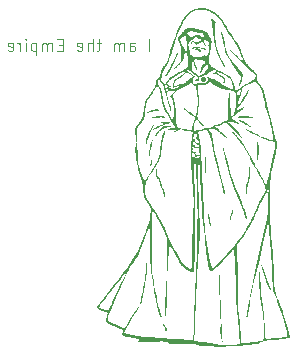
<source format=gbr>
%TF.GenerationSoftware,KiCad,Pcbnew,8.0.4*%
%TF.CreationDate,2024-10-15T19:46:00+02:00*%
%TF.ProjectId,power_hat,706f7765-725f-4686-9174-2e6b69636164,rev?*%
%TF.SameCoordinates,Original*%
%TF.FileFunction,Legend,Bot*%
%TF.FilePolarity,Positive*%
%FSLAX46Y46*%
G04 Gerber Fmt 4.6, Leading zero omitted, Abs format (unit mm)*
G04 Created by KiCad (PCBNEW 8.0.4) date 2024-10-15 19:46:00*
%MOMM*%
%LPD*%
G01*
G04 APERTURE LIST*
%ADD10C,0.000000*%
%ADD11C,0.100000*%
G04 APERTURE END LIST*
D10*
G36*
X156205584Y-108620564D02*
G01*
X156211645Y-108621775D01*
X156217342Y-108623829D01*
X156222678Y-108626753D01*
X156227658Y-108630577D01*
X156232285Y-108635328D01*
X156236563Y-108641035D01*
X156240496Y-108647727D01*
X156244089Y-108655431D01*
X156247344Y-108664177D01*
X156250265Y-108673993D01*
X156252857Y-108684906D01*
X156255124Y-108696946D01*
X156257069Y-108710142D01*
X156258696Y-108724520D01*
X156260009Y-108740110D01*
X156261013Y-108756941D01*
X156261710Y-108775040D01*
X156262104Y-108794436D01*
X156262201Y-108815158D01*
X156262002Y-108837234D01*
X156261513Y-108860692D01*
X156259679Y-108911869D01*
X156256728Y-108968916D01*
X156252692Y-109032061D01*
X156247602Y-109101532D01*
X156241489Y-109177555D01*
X156231360Y-109295763D01*
X156217345Y-109415459D01*
X156200189Y-109533502D01*
X156180634Y-109646749D01*
X156159426Y-109752058D01*
X156137309Y-109846288D01*
X156115026Y-109926297D01*
X156093322Y-109988942D01*
X156082830Y-110015432D01*
X156072555Y-110044423D01*
X156062549Y-110075605D01*
X156052863Y-110108667D01*
X156034659Y-110179196D01*
X156018357Y-110253527D01*
X156004370Y-110329181D01*
X155993111Y-110403678D01*
X155984995Y-110474536D01*
X155982244Y-110507826D01*
X155980433Y-110539276D01*
X155980029Y-110571321D01*
X155978849Y-110603810D01*
X155974370Y-110669253D01*
X155967411Y-110733869D01*
X155958385Y-110795922D01*
X155947705Y-110853676D01*
X155935785Y-110905394D01*
X155929489Y-110928447D01*
X155923038Y-110949340D01*
X155916484Y-110967855D01*
X155909877Y-110983777D01*
X155905992Y-110992355D01*
X155902274Y-110999566D01*
X155898727Y-111005407D01*
X155895353Y-111009877D01*
X155892155Y-111012972D01*
X155890622Y-111014003D01*
X155889135Y-111014689D01*
X155887692Y-111015031D01*
X155886295Y-111015027D01*
X155884944Y-111014678D01*
X155883640Y-111013983D01*
X155882381Y-111012942D01*
X155881170Y-111011554D01*
X155878889Y-111007737D01*
X155876799Y-111002530D01*
X155874903Y-110995931D01*
X155873203Y-110987936D01*
X155871702Y-110978543D01*
X155870403Y-110967750D01*
X155869308Y-110955554D01*
X155868420Y-110941952D01*
X155867741Y-110926942D01*
X155867021Y-110892688D01*
X155867169Y-110852769D01*
X155868206Y-110807167D01*
X155870152Y-110755859D01*
X155873029Y-110698825D01*
X155876856Y-110636045D01*
X155881656Y-110567498D01*
X155890544Y-110454830D01*
X155901168Y-110346130D01*
X155913281Y-110244046D01*
X155926635Y-110151221D01*
X155940980Y-110070303D01*
X155956070Y-110003936D01*
X155963816Y-109977037D01*
X155971655Y-109954768D01*
X155979557Y-109937459D01*
X155987489Y-109925443D01*
X155996165Y-109913332D01*
X156004969Y-109897021D01*
X156022822Y-109852848D01*
X156040757Y-109795032D01*
X156058485Y-109725682D01*
X156075717Y-109646907D01*
X156092164Y-109560814D01*
X156121544Y-109375110D01*
X156144309Y-109185437D01*
X156152488Y-109094383D01*
X156158145Y-109008662D01*
X156160990Y-108930382D01*
X156160735Y-108861653D01*
X156157091Y-108804581D01*
X156149766Y-108761277D01*
X156146213Y-108745739D01*
X156143496Y-108730905D01*
X156141627Y-108716814D01*
X156140616Y-108703509D01*
X156140473Y-108691031D01*
X156141209Y-108679421D01*
X156142833Y-108668721D01*
X156145357Y-108658972D01*
X156146959Y-108654466D01*
X156148790Y-108650214D01*
X156150850Y-108646220D01*
X156153142Y-108642490D01*
X156155667Y-108639029D01*
X156158426Y-108635841D01*
X156161419Y-108632933D01*
X156164649Y-108630309D01*
X156168117Y-108627974D01*
X156171823Y-108625933D01*
X156175770Y-108624193D01*
X156179959Y-108622757D01*
X156184391Y-108621631D01*
X156189066Y-108620821D01*
X156193987Y-108620331D01*
X156199155Y-108620166D01*
X156205584Y-108620564D01*
G37*
G36*
X148687623Y-104280060D02*
G01*
X148745512Y-104282653D01*
X148798979Y-104287519D01*
X148847225Y-104294710D01*
X148889457Y-104304279D01*
X148924878Y-104316277D01*
X148948181Y-104326692D01*
X148969175Y-104336758D01*
X148987905Y-104346457D01*
X149004418Y-104355771D01*
X149018761Y-104364683D01*
X149030979Y-104373173D01*
X149041121Y-104381223D01*
X149049231Y-104388817D01*
X149055358Y-104395935D01*
X149059546Y-104402559D01*
X149061843Y-104408672D01*
X149062295Y-104414255D01*
X149060949Y-104419291D01*
X149057851Y-104423760D01*
X149053047Y-104427646D01*
X149046585Y-104430930D01*
X149038511Y-104433593D01*
X149028871Y-104435618D01*
X149017711Y-104436987D01*
X149005079Y-104437682D01*
X148991020Y-104437684D01*
X148975582Y-104436975D01*
X148958810Y-104435538D01*
X148940752Y-104433355D01*
X148921454Y-104430406D01*
X148900962Y-104426675D01*
X148879322Y-104422142D01*
X148856582Y-104416791D01*
X148832788Y-104410602D01*
X148807986Y-104403558D01*
X148782223Y-104395641D01*
X148755545Y-104386832D01*
X148729195Y-104377985D01*
X148703165Y-104369965D01*
X148677611Y-104362771D01*
X148652688Y-104356405D01*
X148628549Y-104350865D01*
X148605352Y-104346152D01*
X148583250Y-104342266D01*
X148562398Y-104339207D01*
X148542952Y-104336975D01*
X148525067Y-104335569D01*
X148508898Y-104334990D01*
X148494599Y-104335238D01*
X148482326Y-104336313D01*
X148472234Y-104338215D01*
X148464477Y-104340943D01*
X148459211Y-104344499D01*
X148456751Y-104346482D01*
X148454655Y-104348462D01*
X148452919Y-104350434D01*
X148451536Y-104352395D01*
X148450498Y-104354339D01*
X148449801Y-104356265D01*
X148449437Y-104358167D01*
X148449399Y-104360043D01*
X148449682Y-104361887D01*
X148450280Y-104363696D01*
X148451184Y-104365467D01*
X148452390Y-104367194D01*
X148453890Y-104368876D01*
X148455678Y-104370507D01*
X148457748Y-104372084D01*
X148460093Y-104373602D01*
X148462706Y-104375059D01*
X148465582Y-104376450D01*
X148468714Y-104377771D01*
X148472095Y-104379018D01*
X148475719Y-104380188D01*
X148479580Y-104381277D01*
X148483670Y-104382280D01*
X148487984Y-104383194D01*
X148492515Y-104384015D01*
X148497257Y-104384739D01*
X148502202Y-104385362D01*
X148507346Y-104385881D01*
X148512680Y-104386291D01*
X148518199Y-104386589D01*
X148523897Y-104386771D01*
X148529767Y-104386832D01*
X148541578Y-104387077D01*
X148553152Y-104387797D01*
X148564415Y-104388971D01*
X148575297Y-104390580D01*
X148585723Y-104392602D01*
X148595623Y-104395017D01*
X148604923Y-104397804D01*
X148613551Y-104400943D01*
X148621435Y-104404412D01*
X148628503Y-104408191D01*
X148634682Y-104412260D01*
X148639900Y-104416597D01*
X148644084Y-104421182D01*
X148645766Y-104423562D01*
X148647162Y-104425995D01*
X148648264Y-104428480D01*
X148649062Y-104431015D01*
X148649547Y-104433595D01*
X148649711Y-104436220D01*
X148649178Y-104439445D01*
X148647598Y-104442506D01*
X148644996Y-104445404D01*
X148641402Y-104448140D01*
X148636841Y-104450716D01*
X148631340Y-104453134D01*
X148624928Y-104455393D01*
X148617630Y-104457497D01*
X148600489Y-104461240D01*
X148580134Y-104464373D01*
X148556781Y-104466907D01*
X148530648Y-104468852D01*
X148501952Y-104470218D01*
X148470910Y-104471016D01*
X148437739Y-104471255D01*
X148402656Y-104470947D01*
X148365878Y-104470101D01*
X148327622Y-104468729D01*
X148288105Y-104466839D01*
X148247545Y-104464444D01*
X148144881Y-104458794D01*
X148063879Y-104452317D01*
X148031244Y-104448717D01*
X148003714Y-104444848D01*
X147981187Y-104440690D01*
X147963558Y-104436221D01*
X147950725Y-104431422D01*
X147942584Y-104426272D01*
X147940241Y-104423558D01*
X147939032Y-104420749D01*
X147938945Y-104417842D01*
X147939966Y-104414834D01*
X147942082Y-104411723D01*
X147945281Y-104408505D01*
X147954876Y-104401743D01*
X147968646Y-104394525D01*
X147986488Y-104386832D01*
X148040513Y-104367824D01*
X148098867Y-104350521D01*
X148160757Y-104334975D01*
X148225385Y-104321237D01*
X148291957Y-104309360D01*
X148359675Y-104299395D01*
X148427745Y-104291394D01*
X148495371Y-104285408D01*
X148561756Y-104281490D01*
X148626105Y-104279690D01*
X148687623Y-104280060D01*
G37*
G36*
X148147154Y-104961254D02*
G01*
X148148598Y-104961761D01*
X148149808Y-104962542D01*
X148150784Y-104963602D01*
X148151522Y-104964947D01*
X148152023Y-104966581D01*
X148152285Y-104968509D01*
X148152307Y-104970737D01*
X148152087Y-104973270D01*
X148150918Y-104979271D01*
X148148767Y-104986554D01*
X148135744Y-105010587D01*
X148113379Y-105054464D01*
X148045579Y-105191165D01*
X147852433Y-105586277D01*
X147797725Y-105697498D01*
X147745497Y-105811944D01*
X147696908Y-105926225D01*
X147653114Y-106036950D01*
X147615273Y-106140730D01*
X147584543Y-106234175D01*
X147562081Y-106313895D01*
X147554312Y-106347548D01*
X147549044Y-106376499D01*
X147543513Y-106403927D01*
X147537538Y-106430559D01*
X147531169Y-106456262D01*
X147524460Y-106480899D01*
X147517461Y-106504338D01*
X147510225Y-106526443D01*
X147502803Y-106547081D01*
X147495246Y-106566117D01*
X147487606Y-106583417D01*
X147479936Y-106598846D01*
X147472286Y-106612269D01*
X147464709Y-106623554D01*
X147457255Y-106632564D01*
X147449977Y-106639167D01*
X147442927Y-106643227D01*
X147439503Y-106644262D01*
X147436155Y-106644610D01*
X147432911Y-106644323D01*
X147429794Y-106643468D01*
X147426809Y-106642058D01*
X147423960Y-106640104D01*
X147421250Y-106637618D01*
X147418683Y-106634611D01*
X147416264Y-106631095D01*
X147413996Y-106627081D01*
X147411883Y-106622582D01*
X147409929Y-106617609D01*
X147408138Y-106612173D01*
X147406513Y-106606287D01*
X147405059Y-106599961D01*
X147403780Y-106593207D01*
X147402678Y-106586038D01*
X147401759Y-106578464D01*
X147401026Y-106570497D01*
X147400483Y-106562150D01*
X147400133Y-106553432D01*
X147399981Y-106544357D01*
X147400031Y-106534936D01*
X147400286Y-106525180D01*
X147401428Y-106504711D01*
X147403439Y-106483043D01*
X147406348Y-106460269D01*
X147410188Y-106436483D01*
X147412466Y-106424239D01*
X147414988Y-106411776D01*
X147431427Y-106347172D01*
X147456205Y-106268667D01*
X147526444Y-106079173D01*
X147617023Y-105861732D01*
X147719259Y-105634783D01*
X147824473Y-105416763D01*
X147923981Y-105226112D01*
X147968883Y-105146811D01*
X148009103Y-105081266D01*
X148043556Y-105031782D01*
X148071156Y-105000664D01*
X148093301Y-104986168D01*
X148103107Y-104980015D01*
X148112056Y-104974648D01*
X148120136Y-104970107D01*
X148127338Y-104966435D01*
X148133651Y-104963672D01*
X148139065Y-104961860D01*
X148141431Y-104961323D01*
X148143569Y-104961040D01*
X148145477Y-104961015D01*
X148147154Y-104961254D01*
G37*
G36*
X149302240Y-105093683D02*
G01*
X149334045Y-105095271D01*
X149364527Y-105097459D01*
X149393521Y-105100225D01*
X149420861Y-105103550D01*
X149446383Y-105107412D01*
X149469920Y-105111790D01*
X149491307Y-105116665D01*
X149510379Y-105122015D01*
X149526971Y-105127820D01*
X149540916Y-105134060D01*
X149552051Y-105140712D01*
X149560209Y-105147757D01*
X149563120Y-105151421D01*
X149565225Y-105155175D01*
X149566503Y-105159017D01*
X149566934Y-105162944D01*
X149566585Y-105166250D01*
X149565551Y-105169550D01*
X149563847Y-105172836D01*
X149561491Y-105176104D01*
X149558499Y-105179345D01*
X149554888Y-105182555D01*
X149550675Y-105185725D01*
X149545877Y-105188851D01*
X149540511Y-105191924D01*
X149534593Y-105194940D01*
X149528140Y-105197891D01*
X149521169Y-105200770D01*
X149513697Y-105203573D01*
X149505740Y-105206291D01*
X149488441Y-105211450D01*
X149469405Y-105216196D01*
X149448767Y-105220476D01*
X149426661Y-105224240D01*
X149403222Y-105227435D01*
X149378585Y-105230011D01*
X149352882Y-105231914D01*
X149326250Y-105233094D01*
X149298822Y-105233499D01*
X149238150Y-105235640D01*
X149177913Y-105242029D01*
X149118212Y-105252614D01*
X149059153Y-105267343D01*
X149000838Y-105286166D01*
X148943370Y-105309029D01*
X148886853Y-105335882D01*
X148831391Y-105366672D01*
X148777086Y-105401349D01*
X148724042Y-105439860D01*
X148672362Y-105482154D01*
X148622150Y-105528178D01*
X148573509Y-105577882D01*
X148526542Y-105631214D01*
X148481353Y-105688122D01*
X148438044Y-105748554D01*
X148406969Y-105794103D01*
X148377300Y-105835467D01*
X148349119Y-105872593D01*
X148322509Y-105905430D01*
X148297553Y-105933926D01*
X148274333Y-105958030D01*
X148252932Y-105977689D01*
X148233433Y-105992853D01*
X148224422Y-105998733D01*
X148215918Y-106003469D01*
X148207931Y-106007056D01*
X148200471Y-106009486D01*
X148193548Y-106010754D01*
X148187173Y-106010852D01*
X148181356Y-106009775D01*
X148176107Y-106007516D01*
X148171437Y-106004068D01*
X148167357Y-105999425D01*
X148163875Y-105993581D01*
X148161004Y-105986528D01*
X148158752Y-105978262D01*
X148157132Y-105968774D01*
X148156151Y-105958059D01*
X148155822Y-105946111D01*
X148156314Y-105942312D01*
X148157774Y-105937550D01*
X148163498Y-105925247D01*
X148172798Y-105909431D01*
X148185478Y-105890327D01*
X148201341Y-105868165D01*
X148220190Y-105843171D01*
X148241831Y-105815572D01*
X148266065Y-105785596D01*
X148321531Y-105719422D01*
X148385017Y-105646469D01*
X148454953Y-105568555D01*
X148529767Y-105487500D01*
X148648636Y-105363159D01*
X148699276Y-105312176D01*
X148745182Y-105268005D01*
X148787202Y-105230159D01*
X148826183Y-105198152D01*
X148862973Y-105171499D01*
X148880811Y-105160028D01*
X148898420Y-105149714D01*
X148915904Y-105140495D01*
X148933370Y-105132311D01*
X148950924Y-105125101D01*
X148968672Y-105118805D01*
X148986720Y-105113361D01*
X149005173Y-105108709D01*
X149043720Y-105101538D01*
X149085161Y-105096806D01*
X149130343Y-105094028D01*
X149180115Y-105092717D01*
X149235322Y-105092388D01*
X149302240Y-105093683D01*
G37*
G36*
X147530461Y-116593476D02*
G01*
X147532921Y-116595057D01*
X147535257Y-116597658D01*
X147537469Y-116601253D01*
X147539556Y-116605814D01*
X147541520Y-116611314D01*
X147545075Y-116625024D01*
X147548135Y-116642165D01*
X147550698Y-116662521D01*
X147552765Y-116685873D01*
X147554336Y-116712006D01*
X147555410Y-116740702D01*
X147555989Y-116771745D01*
X147556072Y-116804916D01*
X147555659Y-116839999D01*
X147554749Y-116876777D01*
X147553344Y-116915033D01*
X147551442Y-116954551D01*
X147549044Y-116995111D01*
X147496390Y-117493024D01*
X147426785Y-118024340D01*
X147345770Y-118558302D01*
X147258885Y-119064152D01*
X147171669Y-119511132D01*
X147089661Y-119868485D01*
X147052342Y-120003939D01*
X147018403Y-120105453D01*
X146988535Y-120169180D01*
X146975345Y-120185673D01*
X146963432Y-120191277D01*
X146960951Y-120190600D01*
X146958799Y-120188593D01*
X146956971Y-120185289D01*
X146955467Y-120180721D01*
X146954283Y-120174923D01*
X146953418Y-120167930D01*
X146952629Y-120150487D01*
X146953080Y-120128662D01*
X146954751Y-120102724D01*
X146957621Y-120072942D01*
X146961669Y-120039583D01*
X146966874Y-120002917D01*
X146973217Y-119963212D01*
X146980675Y-119920738D01*
X146989229Y-119875762D01*
X146998859Y-119828554D01*
X147009542Y-119779382D01*
X147021259Y-119728516D01*
X147033989Y-119676223D01*
X147092624Y-119429981D01*
X147151177Y-119146945D01*
X147208242Y-118835963D01*
X147262413Y-118505882D01*
X147312284Y-118165547D01*
X147356450Y-117823808D01*
X147393505Y-117489510D01*
X147422044Y-117171500D01*
X147433248Y-117055483D01*
X147445526Y-116947155D01*
X147458631Y-116848914D01*
X147472315Y-116763159D01*
X147486329Y-116692286D01*
X147493383Y-116663180D01*
X147500427Y-116638694D01*
X147507429Y-116619128D01*
X147514359Y-116604781D01*
X147521185Y-116595952D01*
X147524550Y-116593702D01*
X147527878Y-116592943D01*
X147530461Y-116593476D01*
G37*
G36*
X153618186Y-117440226D02*
G01*
X153619628Y-117442051D01*
X153622734Y-117449216D01*
X153626109Y-117460865D01*
X153629721Y-117476763D01*
X153633540Y-117496670D01*
X153637534Y-117520350D01*
X153645926Y-117578076D01*
X153654649Y-117648039D01*
X153663455Y-117728337D01*
X153672095Y-117817069D01*
X153680322Y-117912332D01*
X153702853Y-118183020D01*
X153717694Y-118449326D01*
X153725094Y-118702237D01*
X153725301Y-118932741D01*
X153718563Y-119131826D01*
X153705127Y-119290480D01*
X153695975Y-119351828D01*
X153685242Y-119399689D01*
X153672958Y-119432936D01*
X153659156Y-119450443D01*
X153655229Y-119451995D01*
X153651387Y-119451366D01*
X153647633Y-119448567D01*
X153643970Y-119443608D01*
X153640399Y-119436499D01*
X153636925Y-119427251D01*
X153630272Y-119402377D01*
X153624033Y-119369070D01*
X153618228Y-119327412D01*
X153612878Y-119277486D01*
X153608003Y-119219374D01*
X153603624Y-119153160D01*
X153599762Y-119078925D01*
X153596438Y-118996752D01*
X153593671Y-118906725D01*
X153591483Y-118808926D01*
X153589895Y-118703437D01*
X153588600Y-118469722D01*
X153591025Y-118070642D01*
X153597419Y-117742999D01*
X153606459Y-117521190D01*
X153611558Y-117460722D01*
X153614180Y-117444978D01*
X153616823Y-117439611D01*
X153618186Y-117440226D01*
G37*
G36*
X147980983Y-106311588D02*
G01*
X147982218Y-106311747D01*
X147983402Y-106312006D01*
X147984534Y-106312367D01*
X147985614Y-106312828D01*
X147986642Y-106313389D01*
X147987619Y-106314051D01*
X147988544Y-106314813D01*
X147989417Y-106315675D01*
X147990239Y-106316636D01*
X147991009Y-106317698D01*
X147992393Y-106320119D01*
X147993572Y-106322936D01*
X147994543Y-106326149D01*
X147995308Y-106329755D01*
X147995866Y-106333755D01*
X147996218Y-106338146D01*
X147996362Y-106342927D01*
X147996300Y-106348097D01*
X147996032Y-106353655D01*
X147995556Y-106359598D01*
X147994874Y-106365927D01*
X147993985Y-106372640D01*
X147992890Y-106379735D01*
X147991588Y-106387211D01*
X147990079Y-106395067D01*
X147988363Y-106403301D01*
X147986441Y-106411913D01*
X147984312Y-106420900D01*
X147981976Y-106430263D01*
X147979434Y-106439998D01*
X147972335Y-106460676D01*
X147964317Y-106488009D01*
X147945809Y-106560825D01*
X147924491Y-106654807D01*
X147900940Y-106766318D01*
X147849456Y-107027374D01*
X147795988Y-107314888D01*
X147661934Y-108020444D01*
X147697210Y-107498331D01*
X147716531Y-107282172D01*
X147741969Y-107076101D01*
X147772369Y-106884912D01*
X147806572Y-106713402D01*
X147843421Y-106566365D01*
X147862476Y-106503523D01*
X147881758Y-106448598D01*
X147901123Y-106402189D01*
X147920426Y-106364896D01*
X147939522Y-106337318D01*
X147958267Y-106320054D01*
X147962132Y-106317615D01*
X147965791Y-106315588D01*
X147969243Y-106313971D01*
X147972488Y-106312764D01*
X147975526Y-106311966D01*
X147978358Y-106311574D01*
X147979697Y-106311531D01*
X147980983Y-106311588D01*
G37*
G36*
X148384452Y-103696146D02*
G01*
X148408309Y-103699869D01*
X148428906Y-103705625D01*
X148445966Y-103713507D01*
X148459211Y-103723610D01*
X148468635Y-103733347D01*
X148477054Y-103742715D01*
X148484454Y-103751719D01*
X148490824Y-103760362D01*
X148496149Y-103768649D01*
X148500418Y-103776584D01*
X148503617Y-103784169D01*
X148505734Y-103791410D01*
X148506755Y-103798309D01*
X148506667Y-103804871D01*
X148505459Y-103811100D01*
X148503115Y-103816999D01*
X148499625Y-103822573D01*
X148494975Y-103827826D01*
X148489151Y-103832760D01*
X148482142Y-103837380D01*
X148473933Y-103841691D01*
X148464513Y-103845695D01*
X148453868Y-103849397D01*
X148441985Y-103852800D01*
X148428852Y-103855909D01*
X148414456Y-103858727D01*
X148398782Y-103861259D01*
X148381820Y-103863507D01*
X148363555Y-103865477D01*
X148343976Y-103867171D01*
X148323068Y-103868594D01*
X148300819Y-103869750D01*
X148277216Y-103870642D01*
X148252246Y-103871274D01*
X148198155Y-103871775D01*
X148164626Y-103872347D01*
X148130342Y-103874035D01*
X148095541Y-103876798D01*
X148060461Y-103880595D01*
X148025340Y-103885384D01*
X147990416Y-103891123D01*
X147955925Y-103897772D01*
X147922106Y-103905290D01*
X147889197Y-103913634D01*
X147857435Y-103922763D01*
X147827058Y-103932637D01*
X147798303Y-103943214D01*
X147771409Y-103954452D01*
X147746613Y-103966310D01*
X147724153Y-103978747D01*
X147704266Y-103991721D01*
X147685928Y-104003126D01*
X147668024Y-104013508D01*
X147650657Y-104022835D01*
X147633931Y-104031078D01*
X147617949Y-104038204D01*
X147602815Y-104044183D01*
X147588632Y-104048983D01*
X147575502Y-104052575D01*
X147563531Y-104054926D01*
X147552820Y-104056006D01*
X147543473Y-104055784D01*
X147539344Y-104055175D01*
X147535594Y-104054229D01*
X147532238Y-104052941D01*
X147529286Y-104051309D01*
X147526754Y-104049328D01*
X147524653Y-104046994D01*
X147522996Y-104044304D01*
X147521797Y-104041253D01*
X147521068Y-104037838D01*
X147520822Y-104034054D01*
X147523173Y-104019166D01*
X147530043Y-104003670D01*
X147541152Y-103987659D01*
X147556224Y-103971229D01*
X147574980Y-103954473D01*
X147597143Y-103937486D01*
X147650578Y-103903195D01*
X147714307Y-103869111D01*
X147786108Y-103835988D01*
X147863758Y-103804581D01*
X147945037Y-103775644D01*
X148027721Y-103749932D01*
X148109588Y-103728199D01*
X148188417Y-103711199D01*
X148261986Y-103699687D01*
X148328071Y-103694418D01*
X148357614Y-103694360D01*
X148384452Y-103696146D01*
G37*
G36*
X152708165Y-112523799D02*
G01*
X152710624Y-112524423D01*
X152713124Y-112525368D01*
X152715661Y-112526626D01*
X152718228Y-112528192D01*
X152720821Y-112530059D01*
X152723435Y-112532221D01*
X152726065Y-112534671D01*
X152728704Y-112537402D01*
X152731349Y-112540408D01*
X152733994Y-112543684D01*
X152736634Y-112547221D01*
X152739264Y-112551014D01*
X152741878Y-112555057D01*
X152744471Y-112559343D01*
X152747038Y-112563864D01*
X152749575Y-112568616D01*
X152752075Y-112573592D01*
X152754534Y-112578784D01*
X152756946Y-112584187D01*
X152759307Y-112589794D01*
X152761611Y-112595599D01*
X152763853Y-112601595D01*
X152766028Y-112607776D01*
X152768130Y-112614135D01*
X152770155Y-112620665D01*
X152778699Y-112652140D01*
X152788235Y-112692544D01*
X152798433Y-112740224D01*
X152808961Y-112793527D01*
X152819489Y-112850798D01*
X152829687Y-112910384D01*
X152839223Y-112970632D01*
X152847767Y-113029888D01*
X152869925Y-113149281D01*
X152892745Y-113265367D01*
X152903783Y-113317829D01*
X152914243Y-113364255D01*
X152923875Y-113402910D01*
X152932433Y-113432056D01*
X152934750Y-113445109D01*
X152936415Y-113457770D01*
X152937440Y-113469976D01*
X152937835Y-113481665D01*
X152937609Y-113492775D01*
X152936774Y-113503245D01*
X152935339Y-113513012D01*
X152933315Y-113522014D01*
X152930712Y-113530189D01*
X152927541Y-113537475D01*
X152923812Y-113543811D01*
X152921741Y-113546602D01*
X152919535Y-113549133D01*
X152917194Y-113551395D01*
X152914720Y-113553381D01*
X152912115Y-113555082D01*
X152909379Y-113556492D01*
X152906513Y-113557602D01*
X152903520Y-113558404D01*
X152900401Y-113558891D01*
X152897155Y-113559055D01*
X152890201Y-113556260D01*
X152882610Y-113548106D01*
X152865791Y-113517107D01*
X152847236Y-113468828D01*
X152827482Y-113406037D01*
X152807066Y-113331506D01*
X152786526Y-113248004D01*
X152747225Y-113065165D01*
X152713876Y-112879681D01*
X152700778Y-112792872D01*
X152690780Y-112713710D01*
X152684421Y-112644967D01*
X152682236Y-112589411D01*
X152684765Y-112549813D01*
X152687965Y-112536864D01*
X152692544Y-112528943D01*
X152694569Y-112527144D01*
X152696671Y-112525710D01*
X152698846Y-112524635D01*
X152701088Y-112523913D01*
X152703392Y-112523538D01*
X152705753Y-112523502D01*
X152708165Y-112523799D01*
G37*
G36*
X156254029Y-119704513D02*
G01*
X156256891Y-119710065D01*
X156259048Y-119719635D01*
X156261112Y-119751076D01*
X156259951Y-119799344D01*
X156255297Y-119864943D01*
X156246880Y-119948382D01*
X156234433Y-120050165D01*
X156197750Y-120337693D01*
X156161893Y-120590908D01*
X156127029Y-120808569D01*
X156093322Y-120989436D01*
X156060938Y-121132270D01*
X156030042Y-121235829D01*
X156015204Y-121272493D01*
X156000801Y-121298874D01*
X155986851Y-121314816D01*
X155973378Y-121320165D01*
X155969512Y-121319939D01*
X155965854Y-121319264D01*
X155962402Y-121318148D01*
X155959156Y-121316596D01*
X155956118Y-121314615D01*
X155953286Y-121312212D01*
X155950661Y-121309393D01*
X155948242Y-121306164D01*
X155946031Y-121302533D01*
X155944026Y-121298504D01*
X155942227Y-121294086D01*
X155940636Y-121289284D01*
X155939251Y-121284104D01*
X155938072Y-121278554D01*
X155937101Y-121272640D01*
X155936336Y-121266367D01*
X155935778Y-121259744D01*
X155935426Y-121252775D01*
X155935282Y-121245468D01*
X155935344Y-121237829D01*
X155935612Y-121229864D01*
X155936088Y-121221580D01*
X155936770Y-121212984D01*
X155937659Y-121204081D01*
X155938754Y-121194879D01*
X155940057Y-121185383D01*
X155941565Y-121175601D01*
X155943281Y-121165538D01*
X155947332Y-121144597D01*
X155952211Y-121122612D01*
X155964365Y-121071886D01*
X155979331Y-121001234D01*
X156015711Y-120813048D01*
X156057383Y-120583853D01*
X156100377Y-120339443D01*
X156139707Y-120110261D01*
X156176886Y-119928126D01*
X156193998Y-119855967D01*
X156209766Y-119797089D01*
X156223922Y-119751998D01*
X156236197Y-119721201D01*
X156246322Y-119705203D01*
X156250495Y-119702913D01*
X156254029Y-119704513D01*
G37*
G36*
X155743645Y-104254375D02*
G01*
X155829784Y-104257979D01*
X155916823Y-104264683D01*
X156003489Y-104274529D01*
X156088512Y-104287559D01*
X156170621Y-104303813D01*
X156248544Y-104323333D01*
X156295012Y-104336810D01*
X156338503Y-104350452D01*
X156378025Y-104363764D01*
X156412586Y-104376248D01*
X156441194Y-104387410D01*
X156462857Y-104396753D01*
X156476582Y-104403781D01*
X156480158Y-104406272D01*
X156481377Y-104407998D01*
X156480557Y-104409300D01*
X156478122Y-104410560D01*
X156468562Y-104412946D01*
X156453007Y-104415146D01*
X156431768Y-104417149D01*
X156373477Y-104420525D01*
X156296169Y-104422992D01*
X156202325Y-104424467D01*
X156094424Y-104424866D01*
X155974948Y-104424108D01*
X155846377Y-104422110D01*
X155719832Y-104421159D01*
X155601307Y-104418472D01*
X155493531Y-104414296D01*
X155399232Y-104408880D01*
X155321138Y-104402472D01*
X155261979Y-104395320D01*
X155224483Y-104387672D01*
X155214711Y-104383740D01*
X155211377Y-104379776D01*
X155213211Y-104366879D01*
X155218607Y-104354648D01*
X155227406Y-104343089D01*
X155239448Y-104332206D01*
X155254576Y-104322006D01*
X155272629Y-104312494D01*
X155293451Y-104303673D01*
X155316880Y-104295551D01*
X155370928Y-104281419D01*
X155433503Y-104270140D01*
X155503334Y-104261754D01*
X155579148Y-104256304D01*
X155659676Y-104253831D01*
X155743645Y-104254375D01*
G37*
G36*
X153020798Y-96070382D02*
G01*
X153030563Y-96072898D01*
X153041093Y-96076765D01*
X153052377Y-96081988D01*
X153064405Y-96088569D01*
X153077168Y-96096514D01*
X153090654Y-96105825D01*
X153104853Y-96116507D01*
X153119754Y-96128564D01*
X153135349Y-96141999D01*
X153151625Y-96156817D01*
X153168573Y-96173021D01*
X153186183Y-96190614D01*
X153204443Y-96209602D01*
X153223345Y-96229988D01*
X153242877Y-96251775D01*
X153259407Y-96269869D01*
X153274572Y-96287054D01*
X153288332Y-96303246D01*
X153300645Y-96318363D01*
X153311469Y-96332323D01*
X153320764Y-96345042D01*
X153328488Y-96356439D01*
X153334600Y-96366430D01*
X153339058Y-96374932D01*
X153341821Y-96381864D01*
X153342553Y-96384714D01*
X153342847Y-96387142D01*
X153342696Y-96389135D01*
X153342096Y-96390683D01*
X153341041Y-96391777D01*
X153339526Y-96392406D01*
X153337546Y-96392559D01*
X153335096Y-96392227D01*
X153328764Y-96390063D01*
X153320488Y-96385833D01*
X153310876Y-96381107D01*
X153301881Y-96378872D01*
X153293502Y-96379176D01*
X153285734Y-96382070D01*
X153278577Y-96387605D01*
X153272026Y-96395831D01*
X153266080Y-96406799D01*
X153260737Y-96420558D01*
X153255992Y-96437160D01*
X153251845Y-96456654D01*
X153248292Y-96479091D01*
X153245330Y-96504522D01*
X153242958Y-96532996D01*
X153241172Y-96564565D01*
X153239350Y-96637185D01*
X153239842Y-96722787D01*
X153242629Y-96821774D01*
X153247690Y-96934547D01*
X153255004Y-97061511D01*
X153264551Y-97203069D01*
X153276309Y-97359622D01*
X153290258Y-97531576D01*
X153306378Y-97719332D01*
X153319478Y-97856774D01*
X153335110Y-97989069D01*
X153353491Y-98116858D01*
X153374839Y-98240782D01*
X153399369Y-98361481D01*
X153427300Y-98479596D01*
X153458849Y-98595768D01*
X153494232Y-98710637D01*
X153533666Y-98824846D01*
X153577369Y-98939033D01*
X153625557Y-99053841D01*
X153678448Y-99169910D01*
X153736258Y-99287880D01*
X153799205Y-99408393D01*
X153867506Y-99532090D01*
X153941378Y-99659610D01*
X153984579Y-99735719D01*
X154023729Y-99809430D01*
X154058084Y-99879007D01*
X154086898Y-99942713D01*
X154109429Y-99998813D01*
X154118106Y-100023468D01*
X154124932Y-100045570D01*
X154129816Y-100064902D01*
X154132663Y-100081247D01*
X154133381Y-100094389D01*
X154131878Y-100104109D01*
X154127330Y-100111899D01*
X154120385Y-100114253D01*
X154111166Y-100111401D01*
X154099797Y-100103572D01*
X154086402Y-100090993D01*
X154071106Y-100073894D01*
X154035304Y-100027049D01*
X153993385Y-99964867D01*
X153946338Y-99889177D01*
X153895158Y-99801807D01*
X153840836Y-99704588D01*
X153784364Y-99599349D01*
X153726734Y-99487919D01*
X153668939Y-99372128D01*
X153611971Y-99253804D01*
X153556822Y-99134778D01*
X153504485Y-99016878D01*
X153455950Y-98901934D01*
X153412211Y-98791775D01*
X153391213Y-98731507D01*
X153370567Y-98667146D01*
X153330411Y-98526310D01*
X153291908Y-98369600D01*
X153255225Y-98197345D01*
X153220526Y-98009877D01*
X153187976Y-97807526D01*
X153157742Y-97590623D01*
X153129989Y-97359499D01*
X153086002Y-96976735D01*
X153042676Y-96636304D01*
X153005965Y-96375248D01*
X152981822Y-96230610D01*
X152977004Y-96210746D01*
X152973126Y-96192167D01*
X152970179Y-96174878D01*
X152968152Y-96158883D01*
X152967034Y-96144184D01*
X152966815Y-96130786D01*
X152967485Y-96118693D01*
X152969034Y-96107909D01*
X152971450Y-96098437D01*
X152974725Y-96090282D01*
X152978847Y-96083447D01*
X152983806Y-96077936D01*
X152989592Y-96073754D01*
X152996195Y-96070903D01*
X153003603Y-96069388D01*
X153011808Y-96069213D01*
X153020798Y-96070382D01*
G37*
G36*
X156828342Y-100855756D02*
G01*
X156831992Y-100899610D01*
X156833720Y-100947413D01*
X156834155Y-101000166D01*
X156834765Y-101046210D01*
X156836719Y-101089380D01*
X156840202Y-101130111D01*
X156845400Y-101168838D01*
X156852500Y-101205993D01*
X156861689Y-101242011D01*
X156873150Y-101277327D01*
X156887072Y-101312374D01*
X156903639Y-101347586D01*
X156923039Y-101383398D01*
X156945456Y-101420243D01*
X156971077Y-101458556D01*
X157000088Y-101498771D01*
X157032676Y-101541321D01*
X157069025Y-101586641D01*
X157109322Y-101635166D01*
X157153306Y-101688790D01*
X157192969Y-101739386D01*
X157228788Y-101788225D01*
X157261237Y-101836579D01*
X157290792Y-101885718D01*
X157317929Y-101936914D01*
X157343123Y-101991437D01*
X157366850Y-102050561D01*
X157389584Y-102115554D01*
X157411801Y-102187689D01*
X157433977Y-102268237D01*
X157456587Y-102358470D01*
X157480107Y-102459658D01*
X157505012Y-102573072D01*
X157560877Y-102841666D01*
X157600000Y-103025000D01*
X157642347Y-103211641D01*
X157686513Y-103396298D01*
X157731093Y-103573679D01*
X157774680Y-103738493D01*
X157815870Y-103885447D01*
X157853256Y-104009250D01*
X157885433Y-104104610D01*
X157917610Y-104200632D01*
X157954997Y-104326419D01*
X157996186Y-104476680D01*
X158039773Y-104646124D01*
X158084353Y-104829458D01*
X158128519Y-105021391D01*
X158170866Y-105216632D01*
X158209989Y-105409888D01*
X158247527Y-105593456D01*
X158285395Y-105765863D01*
X158322602Y-105923221D01*
X158358155Y-106061645D01*
X158391063Y-106177248D01*
X158420332Y-106266145D01*
X158433293Y-106299365D01*
X158444972Y-106324450D01*
X158455245Y-106340916D01*
X158463989Y-106348277D01*
X158476314Y-106356855D01*
X158486855Y-106371845D01*
X158495648Y-106392999D01*
X158502725Y-106420072D01*
X158511877Y-106490997D01*
X158514590Y-106582653D01*
X158511144Y-106693079D01*
X158508776Y-106725373D01*
X158501816Y-106820310D01*
X158486887Y-106962382D01*
X158466635Y-107117332D01*
X158441339Y-107283196D01*
X158411279Y-107458011D01*
X158376733Y-107639812D01*
X158337981Y-107826636D01*
X158295301Y-108016520D01*
X158248973Y-108207498D01*
X158199276Y-108397609D01*
X158146489Y-108584888D01*
X158120080Y-108676390D01*
X158096287Y-108764584D01*
X158074912Y-108851786D01*
X158055759Y-108940311D01*
X158038631Y-109032474D01*
X158023333Y-109130590D01*
X158009668Y-109236975D01*
X157997440Y-109353943D01*
X157986452Y-109483809D01*
X157976508Y-109628889D01*
X157967411Y-109791498D01*
X157958965Y-109973950D01*
X157943242Y-110407646D01*
X157927766Y-110948499D01*
X157916095Y-111572144D01*
X157913766Y-112139565D01*
X157922185Y-112679866D01*
X157942760Y-113222151D01*
X157976894Y-113795525D01*
X158025993Y-114429092D01*
X158091464Y-115151956D01*
X158174711Y-115993221D01*
X158187871Y-116137046D01*
X158200618Y-116305098D01*
X158223218Y-116689075D01*
X158232244Y-116892597D01*
X158239203Y-117095541D01*
X158243682Y-117291705D01*
X158245266Y-117474887D01*
X158251481Y-117886535D01*
X158265882Y-118243944D01*
X158276643Y-118405202D01*
X158290039Y-118556372D01*
X158306267Y-118698613D01*
X158325523Y-118833082D01*
X158348005Y-118960937D01*
X158373906Y-119083334D01*
X158403426Y-119201432D01*
X158436759Y-119316388D01*
X158474102Y-119429359D01*
X158515652Y-119541504D01*
X158561604Y-119653979D01*
X158612156Y-119767943D01*
X158666685Y-119892311D01*
X158728241Y-120044543D01*
X158794594Y-120218769D01*
X158863510Y-120409117D01*
X158932756Y-120609718D01*
X159000101Y-120814701D01*
X159063311Y-121018196D01*
X159120155Y-121214333D01*
X159347697Y-121986917D01*
X159447577Y-122315662D01*
X159522322Y-122547832D01*
X159547361Y-122633849D01*
X159569175Y-122716063D01*
X159587186Y-122792655D01*
X159600815Y-122861805D01*
X159605805Y-122893021D01*
X159607362Y-122905154D01*
X159609483Y-122921695D01*
X159611776Y-122947598D01*
X159612611Y-122970505D01*
X159611917Y-122990187D01*
X159609621Y-123006417D01*
X159605650Y-123018967D01*
X159603015Y-123023792D01*
X159599933Y-123027611D01*
X159590336Y-123035006D01*
X159576236Y-123042619D01*
X159535372Y-123058382D01*
X159479026Y-123074662D01*
X159408882Y-123091221D01*
X159326625Y-123107821D01*
X159233940Y-123124225D01*
X159024023Y-123155492D01*
X158792609Y-123183122D01*
X158553175Y-123205212D01*
X158319198Y-123219861D01*
X158208468Y-123223801D01*
X158104155Y-123225167D01*
X158021344Y-123227096D01*
X157935112Y-123232663D01*
X157846667Y-123241538D01*
X157757221Y-123253389D01*
X157667981Y-123267886D01*
X157580157Y-123284698D01*
X157494958Y-123303494D01*
X157413593Y-123323944D01*
X157337272Y-123345717D01*
X157267204Y-123368482D01*
X157204598Y-123391908D01*
X157150663Y-123415666D01*
X157106609Y-123439423D01*
X157073645Y-123462849D01*
X157061699Y-123474335D01*
X157052979Y-123485614D01*
X157047637Y-123496645D01*
X157045822Y-123507387D01*
X157045105Y-123510093D01*
X157042975Y-123512915D01*
X157039468Y-123515842D01*
X157034619Y-123518866D01*
X157021033Y-123525169D01*
X157002497Y-123531751D01*
X156979289Y-123538540D01*
X156951688Y-123545463D01*
X156919975Y-123552448D01*
X156884426Y-123559423D01*
X156859406Y-123563832D01*
X156845323Y-123566315D01*
X156802943Y-123573052D01*
X156757566Y-123579561D01*
X156709470Y-123585771D01*
X156658936Y-123591609D01*
X156606242Y-123597002D01*
X156551666Y-123601879D01*
X156495488Y-123606166D01*
X156249646Y-123631852D01*
X155978669Y-123663491D01*
X155715629Y-123696454D01*
X155493600Y-123726110D01*
X155246352Y-123752210D01*
X154887484Y-123772192D01*
X154451555Y-123785890D01*
X153973128Y-123793138D01*
X153486763Y-123793772D01*
X153027022Y-123787626D01*
X152628465Y-123774535D01*
X152325655Y-123754332D01*
X152245949Y-123745154D01*
X152166905Y-123733827D01*
X152090507Y-123720846D01*
X152018738Y-123706707D01*
X151953585Y-123691907D01*
X151897030Y-123676942D01*
X151851059Y-123662308D01*
X151832662Y-123655270D01*
X151817655Y-123648500D01*
X151798418Y-123640732D01*
X151767605Y-123633314D01*
X151725878Y-123626269D01*
X151673898Y-123619616D01*
X151541827Y-123607572D01*
X151376683Y-123597347D01*
X151183758Y-123589106D01*
X150968343Y-123583015D01*
X150735730Y-123579239D01*
X150491211Y-123577944D01*
X150131460Y-123577144D01*
X149850258Y-123574195D01*
X149638177Y-123568270D01*
X149485794Y-123558541D01*
X149429043Y-123551991D01*
X149383681Y-123544181D01*
X149348531Y-123535007D01*
X149322414Y-123524365D01*
X149304151Y-123512152D01*
X149292565Y-123498264D01*
X149286478Y-123482599D01*
X149284710Y-123465053D01*
X149284310Y-123455419D01*
X149283778Y-123450815D01*
X149282996Y-123446352D01*
X149281944Y-123442027D01*
X149280600Y-123437840D01*
X149278943Y-123433789D01*
X149276952Y-123429872D01*
X149274606Y-123426089D01*
X149271883Y-123422437D01*
X149268762Y-123418915D01*
X149265223Y-123415522D01*
X149261244Y-123412256D01*
X149256804Y-123409116D01*
X149251882Y-123406100D01*
X149246456Y-123403208D01*
X149240506Y-123400436D01*
X149234010Y-123397785D01*
X149226948Y-123395252D01*
X149219297Y-123392836D01*
X149211037Y-123390536D01*
X149202147Y-123388350D01*
X149182391Y-123384315D01*
X149159861Y-123380719D01*
X149134386Y-123377551D01*
X149105797Y-123374798D01*
X149073926Y-123372450D01*
X149038603Y-123370495D01*
X148999659Y-123368921D01*
X148956924Y-123367716D01*
X148910229Y-123366869D01*
X148859406Y-123366369D01*
X148804284Y-123366203D01*
X148744695Y-123366360D01*
X148680469Y-123366828D01*
X148537431Y-123368652D01*
X148373815Y-123371582D01*
X148188267Y-123375525D01*
X147979434Y-123380388D01*
X147253263Y-123397917D01*
X147026313Y-123398868D01*
X146874357Y-123393618D01*
X146822806Y-123388434D01*
X146785570Y-123381422D01*
X146761170Y-123372487D01*
X146748129Y-123361536D01*
X146744968Y-123348478D01*
X146748549Y-123338054D01*
X151528378Y-123338054D01*
X152939489Y-123535610D01*
X153369505Y-123596312D01*
X153712623Y-123641553D01*
X153985130Y-123672408D01*
X154203315Y-123689950D01*
X154383466Y-123695256D01*
X154541871Y-123689399D01*
X154694820Y-123673456D01*
X154858600Y-123648500D01*
X155373655Y-123563832D01*
X155324267Y-122632500D01*
X155314138Y-122430948D01*
X155300123Y-122212032D01*
X155263412Y-121750554D01*
X155220087Y-121304952D01*
X155176100Y-120932109D01*
X155144419Y-120662207D01*
X155117120Y-120390817D01*
X155092632Y-120084038D01*
X155069385Y-119707972D01*
X155045806Y-119228717D01*
X155020327Y-118612376D01*
X154957378Y-116832831D01*
X154907988Y-115485221D01*
X154696322Y-115739222D01*
X154485688Y-115978394D01*
X154232309Y-116248985D01*
X153956274Y-116531483D01*
X153677676Y-116806374D01*
X153416606Y-117054146D01*
X153193158Y-117255284D01*
X153101820Y-117332268D01*
X153027421Y-117390277D01*
X152972474Y-117426871D01*
X152953079Y-117436375D01*
X152939489Y-117439611D01*
X152919403Y-117438161D01*
X152900099Y-117433470D01*
X152890713Y-117429748D01*
X152881490Y-117425024D01*
X152872419Y-117419233D01*
X152863490Y-117412312D01*
X152854691Y-117404195D01*
X152846011Y-117394819D01*
X152828968Y-117372033D01*
X152812274Y-117343442D01*
X152795842Y-117308531D01*
X152779586Y-117266790D01*
X152763418Y-117217703D01*
X152747254Y-117160759D01*
X152731005Y-117095445D01*
X152714586Y-117021248D01*
X152697910Y-116937655D01*
X152680890Y-116844152D01*
X152663440Y-116740228D01*
X152645473Y-116625369D01*
X152626903Y-116499063D01*
X152587606Y-116210055D01*
X152544858Y-115869103D01*
X152497965Y-115472102D01*
X152446235Y-115014950D01*
X152388976Y-114493543D01*
X152255099Y-113241555D01*
X152206207Y-112734740D01*
X152156322Y-112123911D01*
X152062836Y-110745652D01*
X151993163Y-109417664D01*
X151973043Y-108869673D01*
X151965822Y-108450832D01*
X151965417Y-108418119D01*
X151964238Y-108386243D01*
X151962334Y-108355381D01*
X151959759Y-108325706D01*
X151956563Y-108297396D01*
X151952800Y-108270626D01*
X151948519Y-108245572D01*
X151943773Y-108222409D01*
X151938614Y-108201313D01*
X151933094Y-108182460D01*
X151927263Y-108166025D01*
X151921173Y-108152184D01*
X151914878Y-108141114D01*
X151908427Y-108132988D01*
X151905159Y-108130085D01*
X151901872Y-108127985D01*
X151898573Y-108126708D01*
X151895266Y-108126277D01*
X151891339Y-108127142D01*
X151887498Y-108129717D01*
X151883744Y-108133980D01*
X151880080Y-108139906D01*
X151876510Y-108147470D01*
X151873035Y-108156648D01*
X151866383Y-108179745D01*
X151860143Y-108209003D01*
X151854339Y-108244223D01*
X151848988Y-108285211D01*
X151844114Y-108331770D01*
X151839735Y-108383703D01*
X151835873Y-108440814D01*
X151832549Y-108502907D01*
X151829782Y-108569784D01*
X151827595Y-108641251D01*
X151826007Y-108717111D01*
X151825039Y-108797166D01*
X151824711Y-108881221D01*
X151830775Y-109281624D01*
X151846760Y-109803735D01*
X151869359Y-110381408D01*
X151895266Y-110948499D01*
X151931977Y-111735262D01*
X151957443Y-112494658D01*
X151959492Y-112599526D01*
X151971665Y-113222469D01*
X151974641Y-113914478D01*
X151966373Y-114566469D01*
X151946860Y-115174225D01*
X151916102Y-115733530D01*
X151874099Y-116240166D01*
X151823498Y-116846283D01*
X151770912Y-117633638D01*
X151722295Y-118500369D01*
X151683600Y-119344609D01*
X151570710Y-122307943D01*
X151528378Y-123338054D01*
X146748549Y-123338054D01*
X146750210Y-123333217D01*
X146762376Y-123315662D01*
X146779989Y-123295720D01*
X146803292Y-123269607D01*
X146813367Y-123257723D01*
X146822212Y-123246552D01*
X146829693Y-123236043D01*
X146835675Y-123226143D01*
X146838063Y-123221406D01*
X146840025Y-123216802D01*
X146841545Y-123212325D01*
X146842607Y-123207967D01*
X146843193Y-123203724D01*
X146843287Y-123199587D01*
X146842872Y-123195551D01*
X146841931Y-123191610D01*
X146840448Y-123187756D01*
X146838405Y-123183984D01*
X146835786Y-123180287D01*
X146832574Y-123176658D01*
X146828753Y-123173092D01*
X146824305Y-123169580D01*
X146819213Y-123166118D01*
X146813461Y-123162699D01*
X146807032Y-123159316D01*
X146799910Y-123155962D01*
X146783516Y-123149318D01*
X146764146Y-123142716D01*
X146741665Y-123136103D01*
X146715939Y-123129428D01*
X146686833Y-123122640D01*
X146654213Y-123115686D01*
X146617945Y-123108515D01*
X146577894Y-123101075D01*
X146533926Y-123093315D01*
X146433701Y-123076627D01*
X146316196Y-123058038D01*
X146025044Y-123013500D01*
X145874011Y-122988157D01*
X145809615Y-122976091D01*
X145752082Y-122964220D01*
X145700998Y-122952392D01*
X145655950Y-122940449D01*
X145616525Y-122928238D01*
X145582308Y-122915603D01*
X145552887Y-122902389D01*
X145527848Y-122888442D01*
X145506777Y-122873605D01*
X145489263Y-122857725D01*
X145474890Y-122840646D01*
X145463245Y-122822213D01*
X145453916Y-122802272D01*
X145446489Y-122780666D01*
X145443011Y-122764562D01*
X145440494Y-122748075D01*
X145438908Y-122731320D01*
X145438220Y-122714409D01*
X145438401Y-122697458D01*
X145439419Y-122680578D01*
X145441243Y-122663885D01*
X145443843Y-122647492D01*
X145447186Y-122631512D01*
X145451243Y-122616059D01*
X145455981Y-122601247D01*
X145461371Y-122587189D01*
X145467381Y-122573999D01*
X145473980Y-122561792D01*
X145481137Y-122550679D01*
X145488821Y-122540776D01*
X145493307Y-122535465D01*
X145497506Y-122530119D01*
X145501421Y-122524744D01*
X145505055Y-122519348D01*
X145508409Y-122513936D01*
X145511487Y-122508515D01*
X145514291Y-122503091D01*
X145516823Y-122497671D01*
X145519087Y-122492262D01*
X145521085Y-122486869D01*
X145522819Y-122481500D01*
X145524292Y-122476160D01*
X145525507Y-122470857D01*
X145526466Y-122465596D01*
X145527172Y-122460384D01*
X145527627Y-122455228D01*
X145527834Y-122450134D01*
X145527796Y-122445108D01*
X145527515Y-122440157D01*
X145526993Y-122435288D01*
X145526234Y-122430506D01*
X145525240Y-122425819D01*
X145524013Y-122421233D01*
X145522556Y-122416754D01*
X145520872Y-122412388D01*
X145518963Y-122408143D01*
X145516831Y-122404024D01*
X145514481Y-122400038D01*
X145511913Y-122396192D01*
X145509130Y-122392492D01*
X145506136Y-122388944D01*
X145502932Y-122385555D01*
X145476276Y-122367139D01*
X145429910Y-122341747D01*
X145289171Y-122274539D01*
X145102957Y-122192945D01*
X144893509Y-122105977D01*
X144683069Y-122022647D01*
X144493879Y-121951967D01*
X144348179Y-121902950D01*
X144298588Y-121889382D01*
X144268211Y-121884609D01*
X144264141Y-121884465D01*
X144259876Y-121884037D01*
X144250806Y-121882349D01*
X144241096Y-121879586D01*
X144230838Y-121875789D01*
X144220125Y-121871001D01*
X144209051Y-121865261D01*
X144197708Y-121858612D01*
X144186189Y-121851095D01*
X144174588Y-121842751D01*
X144162997Y-121833621D01*
X144151509Y-121823748D01*
X144140218Y-121813171D01*
X144129216Y-121801934D01*
X144118597Y-121790076D01*
X144108453Y-121777639D01*
X144098878Y-121764666D01*
X144091231Y-121754011D01*
X144084167Y-121743177D01*
X144077693Y-121732108D01*
X144071813Y-121720748D01*
X144066533Y-121709042D01*
X144061857Y-121696934D01*
X144057790Y-121684368D01*
X144054339Y-121671290D01*
X144051508Y-121657643D01*
X144049302Y-121643373D01*
X144047727Y-121628422D01*
X144046787Y-121612737D01*
X144046489Y-121596261D01*
X144046836Y-121578939D01*
X144047834Y-121560715D01*
X144049488Y-121541534D01*
X144050937Y-121528899D01*
X144171731Y-121528899D01*
X144171823Y-121540791D01*
X144172939Y-121552294D01*
X144175165Y-121563472D01*
X144178590Y-121574392D01*
X144183302Y-121585119D01*
X144189389Y-121595720D01*
X144196938Y-121606260D01*
X144206037Y-121616805D01*
X144216775Y-121627421D01*
X144229238Y-121638175D01*
X144243516Y-121649131D01*
X144259695Y-121660355D01*
X144277864Y-121671915D01*
X144298109Y-121683875D01*
X144320521Y-121696301D01*
X144345185Y-121709259D01*
X144372190Y-121722816D01*
X144401624Y-121737037D01*
X144433575Y-121751987D01*
X144505378Y-121784342D01*
X144588302Y-121820407D01*
X144683049Y-121860709D01*
X144790323Y-121905776D01*
X145281565Y-122105096D01*
X145545266Y-122209166D01*
X145552067Y-122210612D01*
X145559243Y-122210975D01*
X145566796Y-122210248D01*
X145574729Y-122208422D01*
X145583044Y-122205491D01*
X145591744Y-122201446D01*
X145600832Y-122196280D01*
X145610310Y-122189984D01*
X145620180Y-122182552D01*
X145630446Y-122173975D01*
X145641110Y-122164246D01*
X145652174Y-122153356D01*
X145663642Y-122141299D01*
X145675515Y-122128066D01*
X145687796Y-122113649D01*
X145700489Y-122098042D01*
X145727116Y-122063222D01*
X145755417Y-122023545D01*
X145785414Y-121978949D01*
X145817126Y-121929370D01*
X145850574Y-121874748D01*
X145885780Y-121815021D01*
X145922763Y-121750126D01*
X145961544Y-121680001D01*
X146097585Y-121443005D01*
X146241562Y-121204852D01*
X146386201Y-120976290D01*
X146524225Y-120768069D01*
X146648359Y-120590936D01*
X146751326Y-120455640D01*
X146792598Y-120407040D01*
X146825850Y-120372930D01*
X146850172Y-120354653D01*
X146858701Y-120351873D01*
X146864656Y-120353554D01*
X146865486Y-120356276D01*
X146865345Y-120360450D01*
X146862230Y-120372998D01*
X146855477Y-120390901D01*
X146845252Y-120413857D01*
X146831720Y-120441568D01*
X146815046Y-120473733D01*
X146795395Y-120510053D01*
X146772933Y-120550228D01*
X146720237Y-120640945D01*
X146658280Y-120743485D01*
X146588386Y-120855450D01*
X146511877Y-120974443D01*
X146428657Y-121104283D01*
X146339567Y-121247186D01*
X146154689Y-121553000D01*
X145979072Y-121853523D01*
X145834544Y-122110390D01*
X145737048Y-122289782D01*
X145665762Y-122425022D01*
X145639457Y-122478203D01*
X145619115Y-122522889D01*
X145604541Y-122559927D01*
X145595537Y-122590164D01*
X145593063Y-122602998D01*
X145591908Y-122614449D01*
X145592047Y-122624623D01*
X145593456Y-122633628D01*
X145596111Y-122641567D01*
X145599986Y-122648548D01*
X145605058Y-122654677D01*
X145611302Y-122660058D01*
X145627206Y-122669005D01*
X145647503Y-122676237D01*
X145700488Y-122688942D01*
X145745316Y-122696770D01*
X145809078Y-122709227D01*
X145981829Y-122745388D01*
X146195590Y-122792131D01*
X146427211Y-122844167D01*
X146561404Y-122870845D01*
X146726851Y-122897524D01*
X146917103Y-122923541D01*
X147125711Y-122948235D01*
X147346225Y-122970945D01*
X147572195Y-122991010D01*
X147797174Y-123007767D01*
X148014711Y-123020555D01*
X148476960Y-123046352D01*
X148976912Y-123078763D01*
X149454375Y-123113820D01*
X149849155Y-123147554D01*
X150194326Y-123173462D01*
X150536190Y-123196062D01*
X150834397Y-123212048D01*
X150954521Y-123216526D01*
X151048600Y-123218111D01*
X151443710Y-123225167D01*
X151457822Y-122498445D01*
X151471602Y-122021422D01*
X151499273Y-121254020D01*
X151577767Y-119274054D01*
X151723949Y-115762372D01*
X151789433Y-113490263D01*
X151795634Y-112599526D01*
X151786126Y-111755257D01*
X151725933Y-109854888D01*
X151705290Y-109366359D01*
X151685143Y-108969525D01*
X151664666Y-108656201D01*
X151643030Y-108418200D01*
X151619411Y-108247337D01*
X151606599Y-108184524D01*
X151592980Y-108135427D01*
X151578452Y-108099020D01*
X151562911Y-108074283D01*
X151546254Y-108060191D01*
X151528378Y-108055721D01*
X151523872Y-108057007D01*
X151519615Y-108060883D01*
X151515609Y-108067377D01*
X151511855Y-108076515D01*
X151508354Y-108088325D01*
X151505108Y-108102834D01*
X151499384Y-108140057D01*
X151494693Y-108188400D01*
X151491047Y-108248081D01*
X151488454Y-108319317D01*
X151486926Y-108402325D01*
X151486473Y-108497322D01*
X151487105Y-108604525D01*
X151488833Y-108724150D01*
X151491666Y-108856416D01*
X151500692Y-109159736D01*
X151514266Y-109516220D01*
X151551639Y-110537733D01*
X151563008Y-111061305D01*
X151568940Y-111573715D01*
X151569829Y-111650527D01*
X151570821Y-113197236D01*
X151556600Y-115520497D01*
X151543812Y-116495709D01*
X151534772Y-116834403D01*
X151523086Y-117088596D01*
X151508093Y-117269368D01*
X151489131Y-117387797D01*
X151477955Y-117427095D01*
X151465539Y-117454962D01*
X151451800Y-117472784D01*
X151436655Y-117481945D01*
X151418821Y-117487191D01*
X151398494Y-117489765D01*
X151375826Y-117489766D01*
X151350969Y-117487291D01*
X151324076Y-117482440D01*
X151295300Y-117475309D01*
X151232706Y-117454604D01*
X151164407Y-117425961D01*
X151091622Y-117390166D01*
X151015572Y-117348005D01*
X150937475Y-117300263D01*
X150858551Y-117247725D01*
X150780020Y-117191177D01*
X150703101Y-117131405D01*
X150629014Y-117069193D01*
X150558979Y-117005328D01*
X150494215Y-116940595D01*
X150435941Y-116875779D01*
X150385377Y-116811666D01*
X150329539Y-116733641D01*
X150264110Y-116634615D01*
X150191405Y-116518722D01*
X150113739Y-116390096D01*
X150033427Y-116252871D01*
X149952784Y-116111181D01*
X149874125Y-115969161D01*
X149799766Y-115830944D01*
X149446989Y-115174776D01*
X149397599Y-115513445D01*
X149386713Y-115597298D01*
X149375330Y-115708023D01*
X149351738Y-115990576D01*
X149328147Y-116322077D01*
X149305877Y-116663498D01*
X149278730Y-117119726D01*
X149264981Y-117286484D01*
X149251418Y-117413482D01*
X149238268Y-117501579D01*
X149225759Y-117551631D01*
X149219815Y-117562658D01*
X149214118Y-117564497D01*
X149208694Y-117557253D01*
X149203572Y-117541034D01*
X149194350Y-117482100D01*
X149186677Y-117388554D01*
X149180783Y-117261253D01*
X149176893Y-117101054D01*
X149176039Y-116685396D01*
X149185933Y-116148444D01*
X149228267Y-114610332D01*
X148840211Y-113820111D01*
X148760616Y-113653520D01*
X148677051Y-113484862D01*
X148592164Y-113318684D01*
X148508600Y-113159533D01*
X148429004Y-113011959D01*
X148356023Y-112880507D01*
X148292303Y-112769726D01*
X148240489Y-112684163D01*
X148021766Y-112345499D01*
X147965323Y-112543055D01*
X147960117Y-112575997D01*
X147955097Y-112631635D01*
X147945699Y-112805874D01*
X147937293Y-113055519D01*
X147930044Y-113370318D01*
X147919681Y-114154366D01*
X147915933Y-115075998D01*
X147924532Y-116431438D01*
X147935033Y-116892323D01*
X147952975Y-117262340D01*
X147980839Y-117581755D01*
X148021105Y-117890835D01*
X148076254Y-118229847D01*
X148148767Y-118639055D01*
X148330888Y-119591114D01*
X148406239Y-119959161D01*
X148473322Y-120265361D01*
X148533790Y-120517321D01*
X148589298Y-120722648D01*
X148641498Y-120888949D01*
X148692044Y-121023830D01*
X148729458Y-121117592D01*
X148757198Y-121189195D01*
X148767517Y-121217618D01*
X148775512Y-121241616D01*
X148781212Y-121261563D01*
X148784648Y-121277831D01*
X148785852Y-121290792D01*
X148785627Y-121296148D01*
X148784855Y-121300817D01*
X148783541Y-121304845D01*
X148781687Y-121308279D01*
X148779299Y-121311165D01*
X148776380Y-121313550D01*
X148768965Y-121317002D01*
X148759472Y-121319007D01*
X148747932Y-121319937D01*
X148734378Y-121320165D01*
X148719079Y-121318028D01*
X148703601Y-121311587D01*
X148687929Y-121300794D01*
X148672049Y-121285604D01*
X148655947Y-121265969D01*
X148639608Y-121241844D01*
X148623019Y-121213182D01*
X148606165Y-121179936D01*
X148589031Y-121142060D01*
X148571605Y-121099507D01*
X148535816Y-121000185D01*
X148498683Y-120881598D01*
X148460092Y-120743374D01*
X148419931Y-120585140D01*
X148378085Y-120406526D01*
X148334441Y-120207158D01*
X148288885Y-119986666D01*
X148241303Y-119744675D01*
X148191581Y-119480815D01*
X148139607Y-119194714D01*
X148085266Y-118885999D01*
X147994660Y-118341633D01*
X147922658Y-117856880D01*
X147867357Y-117408012D01*
X147826857Y-116971298D01*
X147799255Y-116523008D01*
X147782649Y-116039412D01*
X147775139Y-115496782D01*
X147774821Y-114871386D01*
X147781877Y-113467333D01*
X147626655Y-113918886D01*
X147557616Y-114111550D01*
X147469890Y-114343654D01*
X147256239Y-114882853D01*
X147021421Y-115449834D01*
X146801156Y-115957944D01*
X146764059Y-116030870D01*
X146717371Y-116115371D01*
X146662745Y-116208471D01*
X146601836Y-116307194D01*
X146536296Y-116408562D01*
X146467780Y-116509600D01*
X146397941Y-116607330D01*
X146328433Y-116698777D01*
X146264161Y-116784780D01*
X146204520Y-116866897D01*
X146150831Y-116943226D01*
X146104419Y-117011866D01*
X146066606Y-117070915D01*
X146038714Y-117118472D01*
X146028902Y-117137346D01*
X146022067Y-117152634D01*
X146018374Y-117164098D01*
X146017988Y-117171500D01*
X146018491Y-117175765D01*
X146017380Y-117183213D01*
X146010478Y-117207329D01*
X146001323Y-117232822D01*
X145997602Y-117243185D01*
X145979072Y-117290121D01*
X145926335Y-117414585D01*
X145854828Y-117575430D01*
X145767116Y-117767363D01*
X145665761Y-117985093D01*
X145432377Y-118476778D01*
X145215791Y-118938393D01*
X145004083Y-119403480D01*
X144803454Y-119857654D01*
X144620106Y-120286527D01*
X144460240Y-120675712D01*
X144330056Y-121010824D01*
X144235757Y-121277475D01*
X144183543Y-121461278D01*
X144179837Y-121476110D01*
X144176715Y-121490221D01*
X144174265Y-121503680D01*
X144172574Y-121516550D01*
X144171731Y-121528899D01*
X144050937Y-121528899D01*
X144051804Y-121521339D01*
X144054787Y-121500077D01*
X144062773Y-121454124D01*
X144073487Y-121403231D01*
X144086971Y-121346954D01*
X144103266Y-121284847D01*
X144122414Y-121216467D01*
X144144456Y-121141369D01*
X144169433Y-121059108D01*
X144176403Y-121035170D01*
X144179096Y-121024051D01*
X144181202Y-121013454D01*
X144182678Y-121003349D01*
X144183479Y-120993702D01*
X144183562Y-120984481D01*
X144182883Y-120975655D01*
X144181398Y-120967190D01*
X144179063Y-120959055D01*
X144175833Y-120951217D01*
X144171666Y-120943643D01*
X144166517Y-120936302D01*
X144160342Y-120929162D01*
X144153097Y-120922189D01*
X144144739Y-120915352D01*
X144135223Y-120908619D01*
X144124506Y-120901956D01*
X144112544Y-120895332D01*
X144099292Y-120888715D01*
X144084706Y-120882072D01*
X144068744Y-120875370D01*
X144051360Y-120868579D01*
X144032512Y-120861664D01*
X143990244Y-120847338D01*
X143941589Y-120832133D01*
X143886195Y-120815792D01*
X143823712Y-120798055D01*
X143743937Y-120773389D01*
X143669702Y-120747565D01*
X143602577Y-120721409D01*
X143544135Y-120695750D01*
X143518660Y-120683365D01*
X143495944Y-120671414D01*
X143476185Y-120660000D01*
X143459578Y-120649227D01*
X143446319Y-120639199D01*
X143436606Y-120630017D01*
X143430634Y-120621787D01*
X143429112Y-120618061D01*
X143428599Y-120614611D01*
X143428456Y-120610684D01*
X143428031Y-120606842D01*
X143427332Y-120603088D01*
X143426367Y-120599424D01*
X143425143Y-120595854D01*
X143423669Y-120592379D01*
X143421952Y-120589002D01*
X143420000Y-120585726D01*
X143417821Y-120582554D01*
X143415422Y-120579487D01*
X143412811Y-120576529D01*
X143409996Y-120573682D01*
X143406984Y-120570949D01*
X143403784Y-120568332D01*
X143400403Y-120565834D01*
X143396849Y-120563457D01*
X143393130Y-120561204D01*
X143389252Y-120559078D01*
X143385226Y-120557081D01*
X143381057Y-120555216D01*
X143376753Y-120553486D01*
X143372323Y-120551892D01*
X143367774Y-120550437D01*
X143363114Y-120549125D01*
X143358351Y-120547958D01*
X143353492Y-120546938D01*
X143348546Y-120546067D01*
X143343519Y-120545349D01*
X143338420Y-120544787D01*
X143333256Y-120544381D01*
X143328035Y-120544136D01*
X143322766Y-120544054D01*
X143309674Y-120543476D01*
X143303743Y-120542731D01*
X143298235Y-120541661D01*
X143293161Y-120540253D01*
X143288530Y-120538490D01*
X143284353Y-120536359D01*
X143280639Y-120533843D01*
X143277400Y-120530928D01*
X143274646Y-120527598D01*
X143272385Y-120523840D01*
X143270630Y-120519637D01*
X143269389Y-120514975D01*
X143268673Y-120509838D01*
X143268493Y-120504213D01*
X143268857Y-120498083D01*
X143269778Y-120491433D01*
X143271264Y-120484250D01*
X143272771Y-120478597D01*
X143491286Y-120478597D01*
X143497785Y-120498017D01*
X143513266Y-120508776D01*
X143696489Y-120573696D01*
X143850609Y-120625965D01*
X143977609Y-120666163D01*
X144079474Y-120694867D01*
X144158188Y-120712657D01*
X144189483Y-120717641D01*
X144215735Y-120720112D01*
X144237191Y-120720145D01*
X144254100Y-120717811D01*
X144266709Y-120713182D01*
X144275267Y-120706331D01*
X144290190Y-120677792D01*
X144317930Y-120620893D01*
X144404911Y-120435574D01*
X144522320Y-120177495D01*
X144588095Y-120029646D01*
X144656266Y-119873777D01*
X144827805Y-119496745D01*
X145039031Y-119048276D01*
X145263486Y-118583933D01*
X145474711Y-118159278D01*
X145571670Y-117973408D01*
X145660360Y-117799444D01*
X145806322Y-117503111D01*
X145899367Y-117302027D01*
X145921912Y-117247126D01*
X145926466Y-117232822D01*
X145926266Y-117227944D01*
X145924411Y-117228661D01*
X145921510Y-117230789D01*
X145912692Y-117239133D01*
X145900051Y-117252686D01*
X145883823Y-117271159D01*
X145841558Y-117321705D01*
X145787801Y-117388457D01*
X145724453Y-117469100D01*
X145653415Y-117561319D01*
X145576590Y-117662798D01*
X145495878Y-117771222D01*
X145404914Y-117895424D01*
X145298653Y-118037238D01*
X145055788Y-118354187D01*
X144798370Y-118683042D01*
X144557489Y-118984777D01*
X144253039Y-119366852D01*
X144004399Y-119685261D01*
X143808511Y-119944470D01*
X143662315Y-120148944D01*
X143562751Y-120303146D01*
X143529501Y-120362791D01*
X143506761Y-120411543D01*
X143494151Y-120449959D01*
X143491286Y-120478597D01*
X143272771Y-120478597D01*
X143273326Y-120476516D01*
X143275973Y-120468219D01*
X143283068Y-120449871D01*
X143292629Y-120429084D01*
X143304737Y-120405740D01*
X143319475Y-120379718D01*
X143336923Y-120350897D01*
X143357162Y-120319158D01*
X143380275Y-120284381D01*
X143406343Y-120246444D01*
X143435446Y-120205229D01*
X143467667Y-120160615D01*
X143503087Y-120112482D01*
X143541787Y-120060709D01*
X143583848Y-120005177D01*
X143629352Y-119945765D01*
X143731015Y-119814823D01*
X143847427Y-119666920D01*
X143979238Y-119501095D01*
X144127099Y-119316388D01*
X144641824Y-118667484D01*
X145105617Y-118071413D01*
X145517155Y-117530078D01*
X145875114Y-117045381D01*
X146178172Y-116619222D01*
X146425006Y-116253505D01*
X146614294Y-115950130D01*
X146744711Y-115710999D01*
X146944967Y-115277592D01*
X147127034Y-114857828D01*
X147289917Y-114454765D01*
X147432627Y-114071464D01*
X147554170Y-113710983D01*
X147653554Y-113376382D01*
X147729787Y-113070719D01*
X147758912Y-112929696D01*
X147781877Y-112797055D01*
X147880655Y-112133832D01*
X147683101Y-111816332D01*
X147597772Y-111677426D01*
X147508475Y-111535874D01*
X147427116Y-111407550D01*
X147365600Y-111308332D01*
X147352378Y-111284473D01*
X147339197Y-111255374D01*
X147326099Y-111221252D01*
X147313125Y-111182324D01*
X147300316Y-111138808D01*
X147287714Y-111090919D01*
X147275359Y-111038876D01*
X147263294Y-110982895D01*
X147251560Y-110923193D01*
X147240198Y-110859988D01*
X147229250Y-110793495D01*
X147218756Y-110723934D01*
X147199298Y-110576470D01*
X147182155Y-110419332D01*
X147161967Y-110244004D01*
X147138389Y-110077689D01*
X147111338Y-109920138D01*
X147080732Y-109771103D01*
X147046487Y-109630336D01*
X147008523Y-109497590D01*
X146966754Y-109372616D01*
X146921100Y-109255165D01*
X146874972Y-109128205D01*
X146829557Y-108979985D01*
X146785403Y-108814215D01*
X146743057Y-108634607D01*
X146665984Y-108248715D01*
X146602718Y-107851992D01*
X146557642Y-107474120D01*
X146543295Y-107301529D01*
X146535138Y-107144783D01*
X146533721Y-107007590D01*
X146539589Y-106893663D01*
X146553292Y-106806711D01*
X146563252Y-106774509D01*
X146575377Y-106750444D01*
X146586623Y-106731495D01*
X146596557Y-106711638D01*
X146605189Y-106690788D01*
X146612529Y-106668863D01*
X146618587Y-106645781D01*
X146623374Y-106621459D01*
X146626900Y-106595813D01*
X146629176Y-106568763D01*
X146630211Y-106540223D01*
X146630017Y-106510113D01*
X146628602Y-106478349D01*
X146625979Y-106444849D01*
X146622157Y-106409530D01*
X146617146Y-106372310D01*
X146610956Y-106333104D01*
X146603599Y-106291832D01*
X146590426Y-106219857D01*
X146577582Y-106138043D01*
X146565401Y-106049119D01*
X146554211Y-105955812D01*
X146544344Y-105860851D01*
X146536131Y-105766966D01*
X146529902Y-105676883D01*
X146525988Y-105593333D01*
X146522495Y-105530675D01*
X146520201Y-105474394D01*
X146519601Y-105432266D01*
X146639553Y-105432266D01*
X146639877Y-105440098D01*
X146641043Y-105447218D01*
X146643058Y-105453613D01*
X146645933Y-105459275D01*
X146651220Y-105475361D01*
X146656475Y-105504613D01*
X146666769Y-105599726D01*
X146676567Y-105738825D01*
X146685621Y-105916124D01*
X146693682Y-106125834D01*
X146700503Y-106362167D01*
X146705836Y-106619337D01*
X146709433Y-106891555D01*
X146714752Y-107314309D01*
X146721560Y-107647601D01*
X146732005Y-107909787D01*
X146748238Y-108119221D01*
X146759197Y-108209893D01*
X146772409Y-108294260D01*
X146788143Y-108374616D01*
X146806667Y-108453258D01*
X146853162Y-108614571D01*
X146914044Y-108796555D01*
X146954200Y-108911235D01*
X146994521Y-109020788D01*
X147033851Y-109122735D01*
X147071030Y-109214595D01*
X147104902Y-109293888D01*
X147134309Y-109358132D01*
X147158094Y-109404847D01*
X147167516Y-109420857D01*
X147175099Y-109431554D01*
X147178385Y-109435209D01*
X147181626Y-109439547D01*
X147187956Y-109450185D01*
X147194059Y-109463304D01*
X147199904Y-109478738D01*
X147205459Y-109496322D01*
X147210694Y-109515890D01*
X147215578Y-109537277D01*
X147220079Y-109560318D01*
X147224166Y-109584847D01*
X147227810Y-109610699D01*
X147230977Y-109637709D01*
X147233639Y-109665711D01*
X147235763Y-109694539D01*
X147237318Y-109724029D01*
X147238274Y-109754016D01*
X147238600Y-109784333D01*
X147238600Y-110066555D01*
X147471434Y-109600887D01*
X147525577Y-109497066D01*
X147591047Y-109378858D01*
X147665282Y-109250397D01*
X147745718Y-109115818D01*
X147829792Y-108979254D01*
X147914941Y-108844841D01*
X147998601Y-108716711D01*
X148078210Y-108598999D01*
X148148500Y-108493800D01*
X148213892Y-108389758D01*
X148274446Y-108286708D01*
X148330226Y-108184485D01*
X148381293Y-108082924D01*
X148427708Y-107981858D01*
X148469535Y-107881124D01*
X148506836Y-107780555D01*
X148539671Y-107679985D01*
X148568103Y-107579251D01*
X148592195Y-107478185D01*
X148612008Y-107376624D01*
X148627604Y-107274401D01*
X148639045Y-107171351D01*
X148646394Y-107067309D01*
X148649711Y-106962110D01*
X148652197Y-106897349D01*
X148659344Y-106820723D01*
X148670687Y-106734093D01*
X148685761Y-106639318D01*
X148725241Y-106432777D01*
X148774065Y-106215984D01*
X148828511Y-106003822D01*
X148884859Y-105811172D01*
X148912583Y-105726815D01*
X148939388Y-105652918D01*
X148964807Y-105591340D01*
X148988377Y-105543943D01*
X149009217Y-105510961D01*
X149018402Y-105497525D01*
X149026769Y-105486134D01*
X149034320Y-105476795D01*
X149041056Y-105469514D01*
X149046981Y-105464297D01*
X149052098Y-105461151D01*
X149054353Y-105460356D01*
X149056408Y-105460082D01*
X149058262Y-105460329D01*
X149059915Y-105461097D01*
X149061367Y-105462388D01*
X149062620Y-105464203D01*
X149064528Y-105469405D01*
X149065639Y-105476710D01*
X149065957Y-105486126D01*
X149065485Y-105497657D01*
X149064224Y-105511311D01*
X149062178Y-105527094D01*
X149059349Y-105545012D01*
X149051353Y-105587282D01*
X149040257Y-105638171D01*
X149026080Y-105697731D01*
X149008844Y-105766015D01*
X148988570Y-105843073D01*
X148965277Y-105928958D01*
X148938987Y-106023720D01*
X148909980Y-106128162D01*
X148881552Y-106248065D01*
X148854280Y-106379048D01*
X148828746Y-106516728D01*
X148805526Y-106656723D01*
X148785200Y-106794650D01*
X148768346Y-106926129D01*
X148755545Y-107046776D01*
X148741561Y-107177226D01*
X148725696Y-107299605D01*
X148707392Y-107415265D01*
X148686091Y-107525562D01*
X148661235Y-107631848D01*
X148632265Y-107735479D01*
X148598624Y-107837807D01*
X148559753Y-107940186D01*
X148515094Y-108043972D01*
X148464089Y-108150517D01*
X148406181Y-108261175D01*
X148340810Y-108377301D01*
X148267419Y-108500247D01*
X148185450Y-108631370D01*
X148094344Y-108772021D01*
X147993544Y-108923555D01*
X147892460Y-109075064D01*
X147800687Y-109217849D01*
X147717948Y-109352614D01*
X147643963Y-109480062D01*
X147578453Y-109600895D01*
X147521139Y-109715816D01*
X147471742Y-109825529D01*
X147429982Y-109930735D01*
X147395581Y-110032138D01*
X147368260Y-110130440D01*
X147347739Y-110226345D01*
X147333740Y-110320554D01*
X147325983Y-110413772D01*
X147324190Y-110506699D01*
X147328081Y-110600041D01*
X147337378Y-110694498D01*
X147346970Y-110759548D01*
X147357896Y-110821002D01*
X147371158Y-110880720D01*
X147387758Y-110940561D01*
X147408699Y-111002387D01*
X147434984Y-111068057D01*
X147467614Y-111139433D01*
X147507593Y-111218374D01*
X147555922Y-111306741D01*
X147613605Y-111406394D01*
X147681644Y-111519193D01*
X147761042Y-111646999D01*
X147852800Y-111791672D01*
X147957922Y-111955073D01*
X148212266Y-112345499D01*
X148378747Y-112612714D01*
X148546634Y-112899691D01*
X148710717Y-113196424D01*
X148865788Y-113492909D01*
X149006637Y-113779141D01*
X149128056Y-114045116D01*
X149224835Y-114280830D01*
X149262357Y-114384212D01*
X149291766Y-114476277D01*
X149316173Y-114542092D01*
X149356383Y-114634035D01*
X149476644Y-114882412D01*
X149637420Y-115193628D01*
X149823579Y-115539902D01*
X150019991Y-115893451D01*
X150211524Y-116226495D01*
X150383049Y-116511253D01*
X150519433Y-116719942D01*
X150544336Y-116750920D01*
X150576112Y-116785206D01*
X150613861Y-116822138D01*
X150656686Y-116861054D01*
X150703685Y-116901293D01*
X150753961Y-116942193D01*
X150806614Y-116983093D01*
X150860745Y-117023332D01*
X150915455Y-117062248D01*
X150969845Y-117099179D01*
X151023014Y-117133465D01*
X151074066Y-117164444D01*
X151122099Y-117191453D01*
X151166215Y-117213833D01*
X151205515Y-117230920D01*
X151239100Y-117242055D01*
X151244950Y-117242273D01*
X151250601Y-117240243D01*
X151256058Y-117235908D01*
X151261327Y-117229211D01*
X151266416Y-117220096D01*
X151271330Y-117208506D01*
X151276076Y-117194384D01*
X151280661Y-117177672D01*
X151289372Y-117136255D01*
X151297515Y-117083800D01*
X151305140Y-117019853D01*
X151312301Y-116943957D01*
X151319048Y-116855659D01*
X151325434Y-116754504D01*
X151331509Y-116640038D01*
X151337326Y-116511805D01*
X151348392Y-116212219D01*
X151359044Y-115852111D01*
X151436655Y-112782944D01*
X151449843Y-112314383D01*
X151457491Y-111915772D01*
X151459351Y-111573715D01*
X151455176Y-111274818D01*
X151444716Y-111005687D01*
X151427725Y-110752928D01*
X151403954Y-110503144D01*
X151373155Y-110242943D01*
X151327928Y-109786427D01*
X151293119Y-109198280D01*
X151269224Y-108531420D01*
X151256739Y-107838763D01*
X151256529Y-107597110D01*
X151330822Y-107597110D01*
X151331312Y-107616532D01*
X151332752Y-107635075D01*
X151335101Y-107652688D01*
X151338319Y-107669320D01*
X151342363Y-107684917D01*
X151347193Y-107699430D01*
X151352767Y-107712805D01*
X151359044Y-107724992D01*
X151365983Y-107735939D01*
X151373541Y-107745594D01*
X151381678Y-107753905D01*
X151385951Y-107757541D01*
X151390353Y-107760821D01*
X151394879Y-107763740D01*
X151399524Y-107766290D01*
X151404282Y-107768466D01*
X151409149Y-107770260D01*
X151414120Y-107771668D01*
X151419188Y-107772681D01*
X151424350Y-107773293D01*
X151429599Y-107773499D01*
X151443860Y-107773111D01*
X151457532Y-107771966D01*
X151470354Y-107770128D01*
X151610272Y-107770128D01*
X151610284Y-107772242D01*
X151610398Y-107774381D01*
X151610615Y-107776540D01*
X151610937Y-107778717D01*
X151611365Y-107780906D01*
X151611900Y-107783104D01*
X151612543Y-107785307D01*
X151613297Y-107787512D01*
X151614161Y-107789714D01*
X151615138Y-107791910D01*
X151616229Y-107794095D01*
X151617435Y-107796266D01*
X151618756Y-107798419D01*
X151620196Y-107800550D01*
X151621754Y-107802655D01*
X151623433Y-107804731D01*
X151625232Y-107806773D01*
X151627155Y-107808777D01*
X151633295Y-107814240D01*
X151641053Y-107818749D01*
X151650309Y-107822340D01*
X151660945Y-107825052D01*
X151672841Y-107826921D01*
X151685880Y-107827985D01*
X151714909Y-107827849D01*
X151747079Y-107824943D01*
X151781440Y-107819567D01*
X151817042Y-107812020D01*
X151852933Y-107802603D01*
X151888162Y-107791615D01*
X151921780Y-107779356D01*
X151952834Y-107766125D01*
X151980374Y-107752222D01*
X152003449Y-107737947D01*
X152013015Y-107730764D01*
X152021109Y-107723600D01*
X152027611Y-107716493D01*
X152032402Y-107709481D01*
X152035364Y-107702600D01*
X152036377Y-107695888D01*
X152035404Y-107690883D01*
X152032555Y-107686443D01*
X152027942Y-107682553D01*
X152021674Y-107679200D01*
X152013860Y-107676368D01*
X152004612Y-107674044D01*
X151982248Y-107670862D01*
X151955461Y-107669541D01*
X151925128Y-107669967D01*
X151892130Y-107672025D01*
X151857343Y-107675603D01*
X151821646Y-107680586D01*
X151785919Y-107686861D01*
X151751039Y-107694315D01*
X151717885Y-107702833D01*
X151687336Y-107712302D01*
X151660269Y-107722608D01*
X151637564Y-107733637D01*
X151628122Y-107739388D01*
X151620099Y-107745276D01*
X151618818Y-107746640D01*
X151617621Y-107748082D01*
X151616508Y-107749600D01*
X151615483Y-107751188D01*
X151614545Y-107752844D01*
X151613697Y-107754563D01*
X151612938Y-107756341D01*
X151612272Y-107758175D01*
X151611699Y-107760060D01*
X151611219Y-107761994D01*
X151610836Y-107763971D01*
X151610549Y-107765988D01*
X151610361Y-107768042D01*
X151610272Y-107770128D01*
X151470354Y-107770128D01*
X151470605Y-107770092D01*
X151483067Y-107767518D01*
X151494910Y-107764272D01*
X151506122Y-107760383D01*
X151516693Y-107755879D01*
X151526613Y-107750789D01*
X151535872Y-107745140D01*
X151544459Y-107738962D01*
X151552364Y-107732282D01*
X151559576Y-107725130D01*
X151566086Y-107717533D01*
X151571882Y-107709520D01*
X151576955Y-107701119D01*
X151581294Y-107692360D01*
X151584889Y-107683270D01*
X151587729Y-107673877D01*
X151589805Y-107664210D01*
X151591106Y-107654299D01*
X151591621Y-107644170D01*
X151591340Y-107633852D01*
X151590253Y-107623374D01*
X151588350Y-107612765D01*
X151585619Y-107602052D01*
X151582052Y-107591264D01*
X151577637Y-107580430D01*
X151572364Y-107569577D01*
X151566224Y-107558735D01*
X151559204Y-107547932D01*
X151551296Y-107537196D01*
X151542489Y-107526555D01*
X151530708Y-107512540D01*
X151519183Y-107499597D01*
X151507921Y-107487724D01*
X151496931Y-107476918D01*
X151486220Y-107467176D01*
X151475795Y-107458497D01*
X151465665Y-107450877D01*
X151455838Y-107444313D01*
X151446320Y-107438804D01*
X151437121Y-107434347D01*
X151428246Y-107430938D01*
X151419706Y-107428576D01*
X151411506Y-107427258D01*
X151403655Y-107426981D01*
X151396161Y-107427743D01*
X151389031Y-107429541D01*
X151382273Y-107432372D01*
X151375895Y-107436235D01*
X151369904Y-107441125D01*
X151364309Y-107447042D01*
X151359117Y-107453982D01*
X151354335Y-107461942D01*
X151349972Y-107470920D01*
X151346036Y-107480914D01*
X151342534Y-107491921D01*
X151339473Y-107503938D01*
X151336862Y-107516962D01*
X151334708Y-107530992D01*
X151333020Y-107546024D01*
X151331804Y-107562056D01*
X151331069Y-107579086D01*
X151330822Y-107597110D01*
X151256529Y-107597110D01*
X151256194Y-107212385D01*
X151334291Y-107212385D01*
X151334911Y-107220530D01*
X151336829Y-107228814D01*
X151340000Y-107237194D01*
X151344380Y-107245625D01*
X151349925Y-107254064D01*
X151356592Y-107262467D01*
X151364336Y-107270790D01*
X151373113Y-107278989D01*
X151382881Y-107287020D01*
X151393594Y-107294839D01*
X151405208Y-107302403D01*
X151417681Y-107309666D01*
X151430967Y-107316586D01*
X151445024Y-107323118D01*
X151459806Y-107329219D01*
X151475271Y-107334845D01*
X151491374Y-107339951D01*
X151508071Y-107344494D01*
X151525318Y-107348429D01*
X151543072Y-107351714D01*
X151561289Y-107354303D01*
X151579923Y-107356153D01*
X151598933Y-107357221D01*
X151622668Y-107358626D01*
X151643623Y-107360197D01*
X151661828Y-107361934D01*
X151677316Y-107363835D01*
X151690116Y-107365903D01*
X151700260Y-107368135D01*
X151707779Y-107370533D01*
X151710564Y-107371794D01*
X151712704Y-107373096D01*
X151714203Y-107374440D01*
X151715066Y-107375825D01*
X151715295Y-107377251D01*
X151714895Y-107378719D01*
X151713870Y-107380227D01*
X151712223Y-107381778D01*
X151707082Y-107385002D01*
X151699501Y-107388392D01*
X151689512Y-107391948D01*
X151677146Y-107395669D01*
X151662433Y-107399555D01*
X151640111Y-107405866D01*
X151620775Y-107411681D01*
X151604437Y-107417166D01*
X151597395Y-107419836D01*
X151591106Y-107422485D01*
X151585571Y-107425134D01*
X151580793Y-107427804D01*
X151576771Y-107430516D01*
X151573508Y-107433289D01*
X151571005Y-107436145D01*
X151569262Y-107439104D01*
X151568282Y-107442188D01*
X151568065Y-107445416D01*
X151568613Y-107448809D01*
X151569927Y-107452389D01*
X151572009Y-107456175D01*
X151574859Y-107460188D01*
X151578479Y-107464450D01*
X151582870Y-107468980D01*
X151588034Y-107473800D01*
X151593972Y-107478929D01*
X151608175Y-107490202D01*
X151625488Y-107502962D01*
X151645923Y-107517376D01*
X151669489Y-107533609D01*
X151684434Y-107543778D01*
X151700081Y-107553109D01*
X151716308Y-107561593D01*
X151732989Y-107569218D01*
X151750001Y-107575976D01*
X151767219Y-107581855D01*
X151784520Y-107586845D01*
X151801780Y-107590937D01*
X151818875Y-107594118D01*
X151835680Y-107596380D01*
X151852072Y-107597711D01*
X151867926Y-107598103D01*
X151883119Y-107597543D01*
X151897526Y-107596022D01*
X151911024Y-107593529D01*
X151923488Y-107590055D01*
X151935084Y-107585303D01*
X151946057Y-107580317D01*
X151956405Y-107575112D01*
X151966125Y-107569701D01*
X151975214Y-107564099D01*
X151983671Y-107558320D01*
X151991492Y-107552378D01*
X151998674Y-107546288D01*
X152005216Y-107540063D01*
X152011115Y-107533718D01*
X152016367Y-107527267D01*
X152020971Y-107520725D01*
X152024924Y-107514105D01*
X152028223Y-107507422D01*
X152030866Y-107500689D01*
X152032850Y-107493922D01*
X152034172Y-107487134D01*
X152034831Y-107480340D01*
X152034823Y-107473553D01*
X152034145Y-107466788D01*
X152032796Y-107460060D01*
X152030772Y-107453382D01*
X152028072Y-107446768D01*
X152024692Y-107440233D01*
X152020630Y-107433792D01*
X152015883Y-107427457D01*
X152010448Y-107421244D01*
X152004324Y-107415167D01*
X151997508Y-107409239D01*
X151989996Y-107403476D01*
X151981787Y-107397890D01*
X151972877Y-107392498D01*
X151970273Y-107390186D01*
X151967754Y-107387230D01*
X151965323Y-107383650D01*
X151962983Y-107379462D01*
X151960736Y-107374685D01*
X151958584Y-107369337D01*
X151954577Y-107357000D01*
X151950984Y-107342596D01*
X151947825Y-107326270D01*
X151945120Y-107308166D01*
X151942891Y-107288429D01*
X151941158Y-107267204D01*
X151939942Y-107244635D01*
X151939264Y-107220867D01*
X151939143Y-107196045D01*
X151939601Y-107170314D01*
X151940659Y-107143818D01*
X151942337Y-107116702D01*
X151944655Y-107089110D01*
X151948085Y-107047442D01*
X151950264Y-107009432D01*
X151950934Y-106974606D01*
X151949837Y-106942487D01*
X151948545Y-106927294D01*
X151946714Y-106912601D01*
X151944312Y-106898346D01*
X151941307Y-106884471D01*
X151937666Y-106870917D01*
X151933357Y-106857624D01*
X151928348Y-106844532D01*
X151922607Y-106831582D01*
X151916101Y-106818715D01*
X151908797Y-106805871D01*
X151900664Y-106792991D01*
X151891670Y-106780016D01*
X151881781Y-106766885D01*
X151870967Y-106753540D01*
X151846429Y-106725969D01*
X151817798Y-106696827D01*
X151784817Y-106665639D01*
X151747226Y-106631929D01*
X151704767Y-106595221D01*
X151650375Y-106549043D01*
X151599043Y-106506255D01*
X151509857Y-106433825D01*
X151445805Y-106383885D01*
X151425893Y-106369209D01*
X151415489Y-106362388D01*
X151414828Y-106362655D01*
X151414168Y-106363446D01*
X151413510Y-106364748D01*
X151412857Y-106366550D01*
X151411566Y-106371597D01*
X151410307Y-106378484D01*
X151409089Y-106387107D01*
X151407923Y-106397363D01*
X151406819Y-106409148D01*
X151405787Y-106422360D01*
X151403982Y-106452649D01*
X151402590Y-106487403D01*
X151401694Y-106525795D01*
X151401378Y-106566999D01*
X151401648Y-106598358D01*
X151402549Y-106626378D01*
X151404215Y-106651195D01*
X151406780Y-106672942D01*
X151410378Y-106691754D01*
X151412607Y-106700101D01*
X151415144Y-106707765D01*
X151418007Y-106714762D01*
X151421213Y-106721110D01*
X151424777Y-106726824D01*
X151428718Y-106731922D01*
X151433051Y-106736421D01*
X151437794Y-106740337D01*
X151442963Y-106743687D01*
X151448576Y-106746488D01*
X151454648Y-106748757D01*
X151461197Y-106750510D01*
X151468239Y-106751765D01*
X151475792Y-106752538D01*
X151483872Y-106752846D01*
X151492495Y-106752705D01*
X151511442Y-106751146D01*
X151532765Y-106747995D01*
X151556600Y-106743387D01*
X151587992Y-106738785D01*
X151613265Y-106735670D01*
X151623555Y-106734723D01*
X151632254Y-106734210D01*
X151639341Y-106734151D01*
X151644794Y-106734568D01*
X151648594Y-106735481D01*
X151649867Y-106736130D01*
X151650720Y-106736911D01*
X151651148Y-106737826D01*
X151651150Y-106738878D01*
X151650723Y-106740070D01*
X151649865Y-106741403D01*
X151646844Y-106744507D01*
X151642065Y-106748211D01*
X151635509Y-106752534D01*
X151627155Y-106757498D01*
X151619228Y-106761788D01*
X151611363Y-106766676D01*
X151603622Y-106772102D01*
X151596067Y-106778004D01*
X151588760Y-106784319D01*
X151581763Y-106790985D01*
X151575138Y-106797940D01*
X151568947Y-106805123D01*
X151563252Y-106812472D01*
X151558115Y-106819924D01*
X151553599Y-106827417D01*
X151549765Y-106834889D01*
X151546674Y-106842279D01*
X151545428Y-106845923D01*
X151544390Y-106849524D01*
X151543570Y-106853073D01*
X151542974Y-106856562D01*
X151542611Y-106859985D01*
X151542489Y-106863332D01*
X151542571Y-106867198D01*
X151542816Y-106870858D01*
X151543221Y-106874314D01*
X151543784Y-106877567D01*
X151544502Y-106880619D01*
X151545372Y-106883470D01*
X151546392Y-106886123D01*
X151547560Y-106888578D01*
X151548872Y-106890836D01*
X151550326Y-106892900D01*
X151551920Y-106894769D01*
X151553651Y-106896446D01*
X151555516Y-106897932D01*
X151557513Y-106899228D01*
X151559639Y-106900336D01*
X151561891Y-106901256D01*
X151564268Y-106901990D01*
X151566766Y-106902539D01*
X151569383Y-106902905D01*
X151572116Y-106903089D01*
X151574963Y-106903092D01*
X151577921Y-106902915D01*
X151580988Y-106902560D01*
X151584160Y-106902028D01*
X151587436Y-106901320D01*
X151590813Y-106900438D01*
X151594288Y-106899383D01*
X151597858Y-106898155D01*
X151601522Y-106896758D01*
X151605276Y-106895191D01*
X151609117Y-106893456D01*
X151613044Y-106891555D01*
X151616514Y-106889673D01*
X151620300Y-106887996D01*
X151624385Y-106886520D01*
X151628754Y-106885243D01*
X151638283Y-106883276D01*
X151648763Y-106882073D01*
X151660070Y-106881615D01*
X151672080Y-106881880D01*
X151684668Y-106882848D01*
X151697711Y-106884499D01*
X151711085Y-106886810D01*
X151724666Y-106889763D01*
X151738329Y-106893335D01*
X151751951Y-106897507D01*
X151765407Y-106902258D01*
X151778574Y-106907567D01*
X151791328Y-106913413D01*
X151803544Y-106919776D01*
X151821967Y-106931035D01*
X151837485Y-106941053D01*
X151844126Y-106945623D01*
X151850007Y-106949914D01*
X151855114Y-106953936D01*
X151859438Y-106957700D01*
X151862965Y-106961216D01*
X151865685Y-106964494D01*
X151867586Y-106967544D01*
X151868657Y-106970378D01*
X151868885Y-106973005D01*
X151868679Y-106974244D01*
X151868259Y-106975435D01*
X151866767Y-106977680D01*
X151864398Y-106979749D01*
X151861141Y-106981652D01*
X151856983Y-106983400D01*
X151851913Y-106985004D01*
X151845919Y-106986474D01*
X151838990Y-106987819D01*
X151831114Y-106989050D01*
X151812474Y-106991214D01*
X151789907Y-106993047D01*
X151763319Y-106994632D01*
X151732618Y-106996051D01*
X151697711Y-106997388D01*
X151675409Y-106996982D01*
X151653572Y-106995789D01*
X151632335Y-106993853D01*
X151611832Y-106991214D01*
X151592196Y-106987914D01*
X151573564Y-106983993D01*
X151556068Y-106979494D01*
X151539843Y-106974457D01*
X151525024Y-106968924D01*
X151511745Y-106962937D01*
X151500140Y-106956536D01*
X151490344Y-106949763D01*
X151482491Y-106942659D01*
X151479335Y-106938996D01*
X151476715Y-106935266D01*
X151474648Y-106931473D01*
X151473151Y-106927624D01*
X151472241Y-106923724D01*
X151471933Y-106919776D01*
X151471831Y-106916532D01*
X151471529Y-106913413D01*
X151471032Y-106910424D01*
X151470349Y-106907567D01*
X151469484Y-106904844D01*
X151468445Y-106902258D01*
X151467238Y-106899812D01*
X151465870Y-106897507D01*
X151464347Y-106895348D01*
X151462675Y-106893335D01*
X151460861Y-106891473D01*
X151458911Y-106889763D01*
X151456832Y-106888208D01*
X151454630Y-106886810D01*
X151452312Y-106885573D01*
X151449885Y-106884499D01*
X151447354Y-106883589D01*
X151444726Y-106882848D01*
X151442007Y-106882278D01*
X151439205Y-106881880D01*
X151436325Y-106881659D01*
X151433374Y-106881615D01*
X151430358Y-106881753D01*
X151427285Y-106882073D01*
X151424159Y-106882580D01*
X151420989Y-106883276D01*
X151417779Y-106884163D01*
X151414538Y-106885243D01*
X151411270Y-106886520D01*
X151407984Y-106887996D01*
X151404684Y-106889673D01*
X151401378Y-106891555D01*
X151396251Y-106894883D01*
X151391456Y-106898255D01*
X151386991Y-106901674D01*
X151382857Y-106905142D01*
X151379053Y-106908661D01*
X151375581Y-106912235D01*
X151372439Y-106915866D01*
X151369628Y-106919556D01*
X151367147Y-106923308D01*
X151364997Y-106927125D01*
X151363178Y-106931009D01*
X151361690Y-106934962D01*
X151360532Y-106938988D01*
X151359706Y-106943089D01*
X151359210Y-106947268D01*
X151359044Y-106951526D01*
X151359210Y-106955868D01*
X151359706Y-106960294D01*
X151360532Y-106964808D01*
X151361690Y-106969413D01*
X151363178Y-106974111D01*
X151364997Y-106978904D01*
X151367147Y-106983796D01*
X151369628Y-106988788D01*
X151372439Y-106993884D01*
X151375581Y-106999086D01*
X151379053Y-107004396D01*
X151382857Y-107009817D01*
X151386991Y-107015352D01*
X151391456Y-107021004D01*
X151396251Y-107026774D01*
X151401378Y-107032666D01*
X151411298Y-107045407D01*
X151419885Y-107057208D01*
X151427128Y-107068121D01*
X151433017Y-107078196D01*
X151435451Y-107082936D01*
X151437543Y-107087486D01*
X151439290Y-107091852D01*
X151440693Y-107096041D01*
X151441750Y-107100060D01*
X151442459Y-107103915D01*
X151442819Y-107107612D01*
X151442829Y-107111158D01*
X151442488Y-107114560D01*
X151441794Y-107117823D01*
X151440746Y-107120954D01*
X151439343Y-107123960D01*
X151437583Y-107126847D01*
X151435465Y-107129622D01*
X151432988Y-107132291D01*
X151430151Y-107134860D01*
X151426952Y-107137337D01*
X151423390Y-107139727D01*
X151419464Y-107142036D01*
X151415172Y-107144272D01*
X151410513Y-107146441D01*
X151405486Y-107148549D01*
X151394322Y-107152610D01*
X151381292Y-107157522D01*
X151369955Y-107162969D01*
X151360266Y-107168907D01*
X151352181Y-107175292D01*
X151345658Y-107182080D01*
X151340651Y-107189228D01*
X151337117Y-107196690D01*
X151335011Y-107204424D01*
X151334291Y-107212385D01*
X151256194Y-107212385D01*
X151256160Y-107173225D01*
X151267984Y-106587724D01*
X151289544Y-106193054D01*
X151401378Y-106193054D01*
X151401481Y-106199544D01*
X151401793Y-106205783D01*
X151402314Y-106211770D01*
X151403045Y-106217500D01*
X151403988Y-106222972D01*
X151405145Y-106228184D01*
X151406516Y-106233131D01*
X151408102Y-106237813D01*
X151409906Y-106242225D01*
X151411928Y-106246367D01*
X151414170Y-106250234D01*
X151416632Y-106253826D01*
X151419317Y-106257138D01*
X151422225Y-106260168D01*
X151425359Y-106262914D01*
X151428718Y-106265374D01*
X151432304Y-106267544D01*
X151436119Y-106269422D01*
X151440165Y-106271005D01*
X151444441Y-106272291D01*
X151448950Y-106273278D01*
X151453693Y-106273962D01*
X151458671Y-106274342D01*
X151463885Y-106274414D01*
X151469337Y-106274175D01*
X151475028Y-106273625D01*
X151480960Y-106272759D01*
X151487132Y-106271575D01*
X151493548Y-106270071D01*
X151500208Y-106268243D01*
X151507114Y-106266091D01*
X151514266Y-106263610D01*
X151524513Y-106259973D01*
X151534068Y-106257009D01*
X151542900Y-106254727D01*
X151550977Y-106253137D01*
X151558269Y-106252250D01*
X151561610Y-106252073D01*
X151564744Y-106252076D01*
X151567665Y-106252259D01*
X151570371Y-106252625D01*
X151572858Y-106253174D01*
X151575120Y-106253908D01*
X151577156Y-106254828D01*
X151578960Y-106255936D01*
X151580529Y-106257232D01*
X151581859Y-106258718D01*
X151582946Y-106260395D01*
X151583787Y-106262264D01*
X151584377Y-106264328D01*
X151584712Y-106266586D01*
X151584789Y-106269041D01*
X151584603Y-106271694D01*
X151584152Y-106274545D01*
X151583430Y-106277597D01*
X151582435Y-106280850D01*
X151581162Y-106284306D01*
X151579607Y-106287967D01*
X151577767Y-106291832D01*
X151573670Y-106299331D01*
X151570622Y-106307252D01*
X151568597Y-106315567D01*
X151567569Y-106324244D01*
X151567513Y-106333251D01*
X151568403Y-106342558D01*
X151570213Y-106352133D01*
X151572916Y-106361947D01*
X151576488Y-106371967D01*
X151580902Y-106382163D01*
X151586132Y-106392503D01*
X151592154Y-106402957D01*
X151598939Y-106413494D01*
X151606464Y-106424083D01*
X151614702Y-106434692D01*
X151623628Y-106445291D01*
X151633215Y-106455848D01*
X151643437Y-106466333D01*
X151654269Y-106476715D01*
X151665685Y-106486963D01*
X151677660Y-106497045D01*
X151690166Y-106506930D01*
X151703179Y-106516589D01*
X151716673Y-106525989D01*
X151730621Y-106535099D01*
X151744998Y-106543889D01*
X151759779Y-106552328D01*
X151774936Y-106560384D01*
X151790445Y-106568027D01*
X151806280Y-106575226D01*
X151822414Y-106581949D01*
X151838822Y-106588166D01*
X151853437Y-106593422D01*
X151866862Y-106597309D01*
X151879102Y-106599862D01*
X151890168Y-106601119D01*
X151900065Y-106601115D01*
X151908802Y-106599886D01*
X151912738Y-106598823D01*
X151916387Y-106597468D01*
X151919750Y-106595825D01*
X151922827Y-106593898D01*
X151925620Y-106591692D01*
X151928130Y-106589212D01*
X151930358Y-106586461D01*
X151932305Y-106583445D01*
X151933971Y-106580169D01*
X151935357Y-106576635D01*
X151937296Y-106568817D01*
X151938130Y-106560028D01*
X151937865Y-106550303D01*
X151936510Y-106539680D01*
X151934072Y-106528193D01*
X151930559Y-106515879D01*
X151925979Y-106502775D01*
X151920340Y-106488916D01*
X151913649Y-106474339D01*
X151905915Y-106459080D01*
X151897144Y-106443175D01*
X151887345Y-106426660D01*
X151876525Y-106409571D01*
X151864692Y-106391946D01*
X151851855Y-106373818D01*
X151838020Y-106355226D01*
X151823195Y-106336205D01*
X151807388Y-106316791D01*
X151790608Y-106297021D01*
X151772861Y-106276930D01*
X151754155Y-106256555D01*
X151730500Y-106231311D01*
X151709769Y-106208392D01*
X151691911Y-106187644D01*
X151676875Y-106168911D01*
X151664609Y-106152039D01*
X151659498Y-106144252D01*
X151655061Y-106136872D01*
X151651290Y-106129880D01*
X151648179Y-106123255D01*
X151645722Y-106116980D01*
X151643912Y-106111034D01*
X151642743Y-106105398D01*
X151642209Y-106100052D01*
X151642302Y-106094978D01*
X151643017Y-106090156D01*
X151644346Y-106085567D01*
X151646284Y-106081191D01*
X151648824Y-106077008D01*
X151651960Y-106073000D01*
X151655685Y-106069147D01*
X151659992Y-106065429D01*
X151664876Y-106061828D01*
X151670329Y-106058324D01*
X151682919Y-106051528D01*
X151697711Y-106044888D01*
X151704201Y-106042119D01*
X151710442Y-106039107D01*
X151716432Y-106035857D01*
X151722171Y-106032375D01*
X151727656Y-106028666D01*
X151732887Y-106024734D01*
X151737862Y-106020586D01*
X151742580Y-106016225D01*
X151747039Y-106011658D01*
X151751239Y-106006889D01*
X151755178Y-106001924D01*
X151758854Y-105996767D01*
X151762267Y-105991425D01*
X151765415Y-105985901D01*
X151768297Y-105980202D01*
X151770912Y-105974333D01*
X151773258Y-105968298D01*
X151775334Y-105962103D01*
X151777138Y-105955752D01*
X151778670Y-105949252D01*
X151779928Y-105942608D01*
X151780911Y-105935823D01*
X151781618Y-105928905D01*
X151782047Y-105921857D01*
X151782196Y-105914685D01*
X151782066Y-105907394D01*
X151781653Y-105899990D01*
X151780958Y-105892477D01*
X151779979Y-105884860D01*
X151778714Y-105877146D01*
X151777162Y-105869338D01*
X151775322Y-105861443D01*
X151770208Y-105844284D01*
X151764174Y-105828515D01*
X151757292Y-105814120D01*
X151749636Y-105801085D01*
X151741276Y-105789393D01*
X151732286Y-105779029D01*
X151722738Y-105769978D01*
X151712704Y-105762224D01*
X151702257Y-105755751D01*
X151691468Y-105750545D01*
X151680411Y-105746589D01*
X151669158Y-105743868D01*
X151657780Y-105742367D01*
X151646351Y-105742070D01*
X151634943Y-105742961D01*
X151623627Y-105745026D01*
X151612477Y-105748248D01*
X151601565Y-105752612D01*
X151590963Y-105758103D01*
X151580743Y-105764704D01*
X151570978Y-105772402D01*
X151561740Y-105781179D01*
X151553101Y-105791021D01*
X151545134Y-105801911D01*
X151537912Y-105813836D01*
X151531505Y-105826778D01*
X151525988Y-105840723D01*
X151521432Y-105855655D01*
X151517909Y-105871558D01*
X151515492Y-105888418D01*
X151514254Y-105906217D01*
X151514266Y-105924942D01*
X151514020Y-105940638D01*
X151513288Y-105955921D01*
X151512080Y-105970708D01*
X151510408Y-105984915D01*
X151508280Y-105998461D01*
X151505709Y-106011263D01*
X151502703Y-106023239D01*
X151499273Y-106034304D01*
X151495430Y-106044378D01*
X151491184Y-106053376D01*
X151486546Y-106061217D01*
X151481524Y-106067818D01*
X151476131Y-106073096D01*
X151473298Y-106075213D01*
X151470376Y-106076968D01*
X151467366Y-106078352D01*
X151464270Y-106079352D01*
X151461088Y-106079960D01*
X151457822Y-106080165D01*
X151455177Y-106080309D01*
X151452537Y-106080736D01*
X151449908Y-106081439D01*
X151447294Y-106082412D01*
X151444700Y-106083648D01*
X151442133Y-106085142D01*
X151439597Y-106086886D01*
X151437096Y-106088875D01*
X151434637Y-106091101D01*
X151432225Y-106093558D01*
X151429864Y-106096240D01*
X151427560Y-106099141D01*
X151425318Y-106102253D01*
X151423144Y-106105571D01*
X151421041Y-106109088D01*
X151419016Y-106112797D01*
X151417074Y-106116692D01*
X151415220Y-106120767D01*
X151413459Y-106125015D01*
X151411795Y-106129430D01*
X151410236Y-106134005D01*
X151408784Y-106138733D01*
X151407447Y-106143609D01*
X151406228Y-106148626D01*
X151405134Y-106153777D01*
X151404168Y-106159056D01*
X151403337Y-106164456D01*
X151402645Y-106169972D01*
X151402098Y-106175595D01*
X151401701Y-106181321D01*
X151401459Y-106187143D01*
X151401378Y-106193054D01*
X151289544Y-106193054D01*
X151292706Y-106135177D01*
X151310059Y-105975297D01*
X151330822Y-105868499D01*
X151346008Y-105819082D01*
X151359706Y-105772147D01*
X151381975Y-105690346D01*
X151389523Y-105659804D01*
X151847483Y-105659804D01*
X151847912Y-105666659D01*
X151848809Y-105673764D01*
X151850164Y-105681126D01*
X151854213Y-105696648D01*
X151859989Y-105713275D01*
X151887196Y-105789958D01*
X151913277Y-105882568D01*
X151938263Y-105991321D01*
X151962184Y-106116435D01*
X151985071Y-106258127D01*
X152006956Y-106416613D01*
X152024046Y-106560028D01*
X152027870Y-106592112D01*
X152047843Y-106784839D01*
X152085091Y-107222848D01*
X152102201Y-107480340D01*
X152113088Y-107644170D01*
X152116525Y-107695888D01*
X152118949Y-107732378D01*
X152149666Y-108315164D01*
X152177488Y-108972943D01*
X152248816Y-110905394D01*
X152303606Y-112124131D01*
X152357075Y-112952608D01*
X152424433Y-113714278D01*
X152470721Y-114114157D01*
X152536771Y-114587623D01*
X152616545Y-115101107D01*
X152704010Y-115621041D01*
X152793127Y-116113855D01*
X152877863Y-116545980D01*
X152952181Y-116883847D01*
X153010045Y-117093888D01*
X153014901Y-117105116D01*
X153020290Y-117114922D01*
X153023222Y-117119260D01*
X153026330Y-117123206D01*
X153029632Y-117126746D01*
X153033140Y-117129868D01*
X153036871Y-117132561D01*
X153040839Y-117134810D01*
X153045059Y-117136605D01*
X153049546Y-117137932D01*
X153054314Y-117138779D01*
X153059379Y-117139133D01*
X153064755Y-117138983D01*
X153070458Y-117138316D01*
X153076501Y-117137119D01*
X153082900Y-117135380D01*
X153089671Y-117133086D01*
X153096826Y-117130225D01*
X153104383Y-117126785D01*
X153112354Y-117122753D01*
X153129603Y-117112864D01*
X153148691Y-117100458D01*
X153169738Y-117085435D01*
X153192863Y-117067698D01*
X153218183Y-117047145D01*
X153245819Y-117023678D01*
X153275889Y-116997196D01*
X153308511Y-116967601D01*
X153343805Y-116934794D01*
X153381890Y-116898673D01*
X153422884Y-116859141D01*
X153466906Y-116816097D01*
X153514075Y-116769443D01*
X153618331Y-116664903D01*
X153736601Y-116544726D01*
X153869837Y-116408116D01*
X154018988Y-116254277D01*
X154266009Y-115994748D01*
X154501908Y-115737100D01*
X154726976Y-115480898D01*
X154941503Y-115225710D01*
X154948403Y-115217110D01*
X155176100Y-115217110D01*
X155183156Y-117982889D01*
X155188447Y-119238116D01*
X155204322Y-120129541D01*
X155216228Y-120445856D01*
X155230780Y-120679655D01*
X155247978Y-120833747D01*
X155267822Y-120910945D01*
X155275995Y-120933986D01*
X155284593Y-120968271D01*
X155293541Y-121013140D01*
X155302769Y-121067931D01*
X155321772Y-121204632D01*
X155341023Y-121373083D01*
X155359944Y-121567992D01*
X155377955Y-121784068D01*
X155394477Y-122016019D01*
X155408933Y-122258553D01*
X155437486Y-122720251D01*
X155468023Y-123105220D01*
X155483003Y-123256529D01*
X155497238Y-123373773D01*
X155510316Y-123451992D01*
X155516291Y-123474916D01*
X155521822Y-123486223D01*
X155531049Y-123490101D01*
X155549087Y-123492522D01*
X155609300Y-123493292D01*
X155810218Y-123480599D01*
X156087865Y-123452859D01*
X156405530Y-123414783D01*
X156726503Y-123371085D01*
X157014072Y-123326478D01*
X157231526Y-123285674D01*
X157302488Y-123268171D01*
X157342155Y-123253386D01*
X157351025Y-123241755D01*
X157359119Y-123219204D01*
X157373023Y-123143971D01*
X157383951Y-123032935D01*
X157391985Y-122891349D01*
X157399702Y-122537524D01*
X157396836Y-122124499D01*
X157384048Y-121694275D01*
X157361999Y-121288856D01*
X157331352Y-120950244D01*
X157313010Y-120819117D01*
X157292767Y-120720443D01*
X157270732Y-120629478D01*
X157247457Y-120523218D01*
X157223685Y-120405547D01*
X157200162Y-120280353D01*
X157177631Y-120151520D01*
X157156837Y-120022936D01*
X157138523Y-119898486D01*
X157123433Y-119782056D01*
X157090277Y-119465520D01*
X157060594Y-119080688D01*
X157035872Y-118665099D01*
X157017600Y-118256290D01*
X157007264Y-117891799D01*
X157006355Y-117609163D01*
X157016360Y-117445921D01*
X157025920Y-117420803D01*
X157031921Y-117424423D01*
X157038767Y-117439611D01*
X157044296Y-117462994D01*
X157050259Y-117495710D01*
X157063240Y-117586784D01*
X157077214Y-117708120D01*
X157091683Y-117855005D01*
X157106153Y-118022726D01*
X157120126Y-118206571D01*
X157133107Y-118401825D01*
X157144600Y-118603777D01*
X157171830Y-119031851D01*
X157208982Y-119467201D01*
X157230245Y-119671688D01*
X157252748Y-119858894D01*
X157276078Y-120022453D01*
X157299822Y-120155999D01*
X157321871Y-120293719D01*
X157345242Y-120469309D01*
X157369275Y-120675657D01*
X157393308Y-120905651D01*
X157438728Y-121408140D01*
X157458792Y-121666411D01*
X157476211Y-121919887D01*
X157531773Y-122766554D01*
X157550625Y-123027169D01*
X157560877Y-123126387D01*
X157592641Y-123129522D01*
X157658222Y-123128647D01*
X157871322Y-123116686D01*
X158161151Y-123094142D01*
X158488683Y-123064652D01*
X158814892Y-123031855D01*
X159100753Y-122999388D01*
X159307238Y-122970890D01*
X159368519Y-122959266D01*
X159395322Y-122949999D01*
X159402221Y-122934037D01*
X159404539Y-122905154D01*
X159396301Y-122811506D01*
X159372331Y-122674822D01*
X159334358Y-122500869D01*
X159223302Y-122064224D01*
X159076940Y-121547708D01*
X158909081Y-120997457D01*
X158733533Y-120459609D01*
X158564103Y-119980300D01*
X158485998Y-119777015D01*
X158414600Y-119605666D01*
X158167655Y-119062387D01*
X158111211Y-117453722D01*
X158080398Y-116766687D01*
X158038009Y-116045256D01*
X157933058Y-114663249D01*
X157877771Y-114084694D01*
X157825461Y-113635784D01*
X157779765Y-113357531D01*
X157760535Y-113295216D01*
X157752023Y-113285504D01*
X157744322Y-113290944D01*
X157735158Y-113314825D01*
X157723927Y-113348380D01*
X157711208Y-113390038D01*
X157697579Y-113438228D01*
X157683620Y-113491379D01*
X157669908Y-113547920D01*
X157657023Y-113606280D01*
X157645544Y-113664888D01*
X157419215Y-114711315D01*
X156972621Y-116686430D01*
X156527349Y-118621856D01*
X156304989Y-119549221D01*
X156300863Y-119559468D01*
X156296459Y-119569023D01*
X156291827Y-119577855D01*
X156287019Y-119585932D01*
X156282087Y-119593224D01*
X156277083Y-119599699D01*
X156272059Y-119605326D01*
X156267065Y-119610076D01*
X156262154Y-119613915D01*
X156259746Y-119615484D01*
X156257377Y-119616814D01*
X156255056Y-119617901D01*
X156252787Y-119618741D01*
X156250577Y-119619331D01*
X156248434Y-119619666D01*
X156246363Y-119619743D01*
X156244370Y-119619558D01*
X156242463Y-119619106D01*
X156240648Y-119618384D01*
X156238931Y-119617389D01*
X156237318Y-119616116D01*
X156235817Y-119614561D01*
X156234433Y-119612720D01*
X156232695Y-119609752D01*
X156231444Y-119604850D01*
X156230368Y-119589445D01*
X156231131Y-119566909D01*
X156233661Y-119537645D01*
X156237887Y-119502056D01*
X156243735Y-119460544D01*
X156260009Y-119361367D01*
X156281907Y-119243338D01*
X156308847Y-119109682D01*
X156340253Y-118963624D01*
X156375544Y-118808388D01*
X156596030Y-117851478D01*
X156869433Y-116635277D01*
X157462100Y-114024720D01*
X157545196Y-113652802D01*
X157610928Y-113338017D01*
X157661778Y-113059446D01*
X157700225Y-112796172D01*
X157728750Y-112527275D01*
X157749834Y-112231838D01*
X157765957Y-111888941D01*
X157779600Y-111477666D01*
X157801759Y-110935931D01*
X157824579Y-110456374D01*
X157846076Y-110090587D01*
X157855709Y-109966481D01*
X157864266Y-109890166D01*
X157873169Y-109828250D01*
X157876328Y-109802372D01*
X157878598Y-109779812D01*
X157879959Y-109760518D01*
X157880390Y-109744438D01*
X157879869Y-109731520D01*
X157878378Y-109721714D01*
X157877261Y-109717961D01*
X157875894Y-109714967D01*
X157874273Y-109712724D01*
X157872397Y-109711227D01*
X157870262Y-109710469D01*
X157867867Y-109710443D01*
X157865208Y-109711144D01*
X157862282Y-109712564D01*
X157855623Y-109717537D01*
X157847868Y-109725311D01*
X157838997Y-109735834D01*
X157828989Y-109749054D01*
X157821141Y-109761336D01*
X157813500Y-109776863D01*
X157806106Y-109795408D01*
X157799003Y-109816744D01*
X157792230Y-109840642D01*
X157785829Y-109866877D01*
X157779841Y-109895220D01*
X157774308Y-109925443D01*
X157769271Y-109957321D01*
X157764772Y-109990625D01*
X157760852Y-110025127D01*
X157757551Y-110060601D01*
X157754912Y-110096820D01*
X157752976Y-110133555D01*
X157751784Y-110170580D01*
X157751378Y-110207666D01*
X157750673Y-110260531D01*
X157748387Y-110311101D01*
X157744262Y-110360059D01*
X157738038Y-110408087D01*
X157729458Y-110455867D01*
X157718263Y-110504081D01*
X157704195Y-110553412D01*
X157686996Y-110604540D01*
X157666406Y-110658150D01*
X157642168Y-110714921D01*
X157614023Y-110775538D01*
X157581713Y-110840681D01*
X157544980Y-110911034D01*
X157503565Y-110987277D01*
X157457209Y-111070094D01*
X157405655Y-111160166D01*
X157332578Y-111290431D01*
X157257599Y-111429710D01*
X157182785Y-111573783D01*
X157110204Y-111718436D01*
X157041922Y-111859451D01*
X156980007Y-111992611D01*
X156926525Y-112113699D01*
X156883544Y-112218499D01*
X156778786Y-112483867D01*
X156664602Y-112747334D01*
X156539503Y-113011628D01*
X156402003Y-113279477D01*
X156250612Y-113553611D01*
X156083841Y-113836756D01*
X155900204Y-114131643D01*
X155698211Y-114440999D01*
X155176100Y-115217110D01*
X154948403Y-115217110D01*
X155145776Y-114971100D01*
X155340086Y-114716635D01*
X155524723Y-114461880D01*
X155699975Y-114206402D01*
X155866132Y-113949767D01*
X156023483Y-113691539D01*
X156172318Y-113431286D01*
X156312926Y-113168574D01*
X156445597Y-112902967D01*
X156570620Y-112634032D01*
X156688283Y-112361335D01*
X156798878Y-112084442D01*
X156850471Y-111954535D01*
X156908680Y-111816442D01*
X156971518Y-111674546D01*
X157037003Y-111533228D01*
X157103149Y-111396871D01*
X157167971Y-111269858D01*
X157229487Y-111156569D01*
X157285711Y-111061388D01*
X157337787Y-110974089D01*
X157387465Y-110888196D01*
X157433671Y-110805775D01*
X157475329Y-110728894D01*
X157511365Y-110659620D01*
X157540703Y-110600020D01*
X157562269Y-110552161D01*
X157574989Y-110518109D01*
X157577385Y-110503536D01*
X157576716Y-110483793D01*
X157566651Y-110429777D01*
X157545735Y-110358026D01*
X157514906Y-110270503D01*
X157475107Y-110169173D01*
X157427277Y-110055998D01*
X157311287Y-109801971D01*
X157174462Y-109524131D01*
X157024325Y-109238188D01*
X156868399Y-108959852D01*
X156790618Y-108828446D01*
X156714211Y-108704833D01*
X156656057Y-108612986D01*
X156588975Y-108499229D01*
X156515277Y-108368109D01*
X156437280Y-108224173D01*
X156357299Y-108071969D01*
X156277648Y-107916044D01*
X156200644Y-107760945D01*
X156128600Y-107611222D01*
X156062780Y-107481012D01*
X155987999Y-107343124D01*
X155817384Y-107052620D01*
X155628413Y-106756328D01*
X155432746Y-106470867D01*
X155242039Y-106212857D01*
X155152189Y-106099339D01*
X155067951Y-105998916D01*
X154990783Y-105913666D01*
X154922141Y-105845665D01*
X154863483Y-105796991D01*
X154816266Y-105769722D01*
X154807018Y-105765430D01*
X154797842Y-105760530D01*
X154788811Y-105755071D01*
X154779996Y-105749106D01*
X154771471Y-105742686D01*
X154763308Y-105735863D01*
X154755579Y-105728688D01*
X154748357Y-105721214D01*
X154741713Y-105713492D01*
X154735720Y-105705573D01*
X154730451Y-105697510D01*
X154725977Y-105689354D01*
X154724062Y-105685257D01*
X154722372Y-105681156D01*
X154720917Y-105677058D01*
X154719707Y-105672969D01*
X154718750Y-105668896D01*
X154718055Y-105664844D01*
X154717632Y-105660821D01*
X154717489Y-105656832D01*
X154718452Y-105644237D01*
X154721311Y-105634205D01*
X154723436Y-105630137D01*
X154726017Y-105626695D01*
X154729048Y-105623872D01*
X154732523Y-105621665D01*
X154736436Y-105620067D01*
X154740781Y-105619074D01*
X154750742Y-105618881D01*
X154762360Y-105621044D01*
X154775587Y-105625523D01*
X154790374Y-105632275D01*
X154806673Y-105641260D01*
X154824438Y-105652436D01*
X154843620Y-105665762D01*
X154864172Y-105681196D01*
X154886045Y-105698697D01*
X154909192Y-105718224D01*
X154933565Y-105739735D01*
X154985798Y-105788545D01*
X155042361Y-105844797D01*
X155102873Y-105908159D01*
X155166950Y-105978301D01*
X155234210Y-106054892D01*
X155304271Y-106137602D01*
X155376751Y-106226100D01*
X155451267Y-106320054D01*
X155542079Y-106440660D01*
X155638018Y-106577141D01*
X155736272Y-106724867D01*
X155834030Y-106879207D01*
X155928481Y-107035531D01*
X156016813Y-107189210D01*
X156096216Y-107335613D01*
X156163878Y-107470110D01*
X156229293Y-107605984D01*
X156302233Y-107751450D01*
X156380298Y-107902207D01*
X156461093Y-108053957D01*
X156542218Y-108202399D01*
X156621276Y-108343235D01*
X156695869Y-108472164D01*
X156763600Y-108584888D01*
X156830697Y-108693960D01*
X156903498Y-108817170D01*
X156979773Y-108950137D01*
X157057287Y-109088478D01*
X157207108Y-109363755D01*
X157335100Y-109607944D01*
X157422922Y-109780116D01*
X157459852Y-109848704D01*
X157492637Y-109905820D01*
X157521660Y-109951609D01*
X157547304Y-109986215D01*
X157558978Y-109999369D01*
X157569950Y-110009783D01*
X157580269Y-110017472D01*
X157589982Y-110022457D01*
X157599136Y-110024754D01*
X157607781Y-110024383D01*
X157615962Y-110021360D01*
X157623730Y-110015705D01*
X157631130Y-110007434D01*
X157638211Y-109996567D01*
X157645021Y-109983121D01*
X157651607Y-109967115D01*
X157664301Y-109927493D01*
X157676674Y-109877846D01*
X157689109Y-109818318D01*
X157701988Y-109749054D01*
X157738699Y-109595817D01*
X157810468Y-109311610D01*
X157907371Y-108937446D01*
X158019489Y-108514333D01*
X158130875Y-108084082D01*
X158221344Y-107695667D01*
X158290480Y-107353225D01*
X158337871Y-107060888D01*
X158353282Y-106934800D01*
X158363103Y-106822790D01*
X158367280Y-106725373D01*
X158365762Y-106643066D01*
X158358498Y-106576386D01*
X158345436Y-106525850D01*
X158326524Y-106491974D01*
X158314859Y-106481446D01*
X158301711Y-106475276D01*
X158103273Y-106419714D01*
X157937578Y-106375065D01*
X157845925Y-106351129D01*
X157751378Y-106327110D01*
X157657133Y-106297270D01*
X157541144Y-106254088D01*
X157260134Y-106135838D01*
X156940760Y-105988650D01*
X156615433Y-105828811D01*
X156316564Y-105672610D01*
X156076565Y-105536336D01*
X155988770Y-105480761D01*
X155927847Y-105436276D01*
X155897847Y-105404917D01*
X155895709Y-105394796D01*
X155902822Y-105388720D01*
X155906287Y-105388489D01*
X155911362Y-105389109D01*
X155926166Y-105392827D01*
X155946881Y-105399728D01*
X155973157Y-105409667D01*
X156040984Y-105438082D01*
X156126836Y-105476916D01*
X156227901Y-105525009D01*
X156341369Y-105581205D01*
X156464428Y-105644347D01*
X156594267Y-105713275D01*
X156801772Y-105824125D01*
X157001504Y-105924060D01*
X157194292Y-106013413D01*
X157380961Y-106092512D01*
X157562338Y-106161690D01*
X157739251Y-106221277D01*
X157912525Y-106271603D01*
X158082988Y-106312999D01*
X158106816Y-106317778D01*
X158128092Y-106321460D01*
X158146907Y-106323944D01*
X158163356Y-106325126D01*
X158170722Y-106325196D01*
X158177531Y-106324902D01*
X158183794Y-106324230D01*
X158189525Y-106323169D01*
X158194733Y-106321704D01*
X158199431Y-106319824D01*
X158203630Y-106317514D01*
X158207343Y-106314763D01*
X158210580Y-106311557D01*
X158213353Y-106307883D01*
X158215674Y-106303729D01*
X158217554Y-106299081D01*
X158219006Y-106293926D01*
X158220040Y-106288253D01*
X158220668Y-106282047D01*
X158220903Y-106275296D01*
X158220755Y-106267987D01*
X158220236Y-106260106D01*
X158218133Y-106242581D01*
X158214686Y-106222617D01*
X158209989Y-106200110D01*
X158068877Y-105374610D01*
X158023416Y-105127417D01*
X157968446Y-104869476D01*
X157907027Y-104611865D01*
X157842218Y-104365665D01*
X157777078Y-104141954D01*
X157714667Y-103951813D01*
X157658043Y-103806320D01*
X157632858Y-103753779D01*
X157610267Y-103716555D01*
X157604574Y-103706104D01*
X157598126Y-103690826D01*
X157590996Y-103671022D01*
X157583257Y-103646991D01*
X157566238Y-103587445D01*
X157547648Y-103514588D01*
X157528067Y-103430817D01*
X157508071Y-103338530D01*
X157488241Y-103240124D01*
X157469156Y-103137998D01*
X157416942Y-102838151D01*
X157364976Y-102580720D01*
X157338543Y-102466283D01*
X157311521Y-102360496D01*
X157283694Y-102262709D01*
X157254843Y-102172270D01*
X157224751Y-102088528D01*
X157193203Y-102010833D01*
X157159980Y-101938532D01*
X157124866Y-101870976D01*
X157087643Y-101807512D01*
X157048095Y-101747490D01*
X157006005Y-101690258D01*
X156961155Y-101635166D01*
X156913103Y-101580802D01*
X156865134Y-101529663D01*
X156818652Y-101482989D01*
X156775065Y-101442020D01*
X156754796Y-101424062D01*
X156735777Y-101407996D01*
X156718185Y-101393976D01*
X156702194Y-101382158D01*
X156687982Y-101372696D01*
X156675722Y-101365746D01*
X156665592Y-101361462D01*
X156661380Y-101360368D01*
X156657766Y-101359999D01*
X156653245Y-101359666D01*
X156647640Y-101359979D01*
X156633306Y-101362480D01*
X156615025Y-101367379D01*
X156593054Y-101374551D01*
X156567651Y-101383874D01*
X156539076Y-101395222D01*
X156507586Y-101408472D01*
X156473440Y-101423499D01*
X156398213Y-101458391D01*
X156315462Y-101498905D01*
X156227254Y-101544049D01*
X156135656Y-101592832D01*
X155684099Y-101825664D01*
X155601050Y-102052828D01*
X155444211Y-102481832D01*
X155365718Y-102708630D01*
X155304422Y-102893921D01*
X155278119Y-102980461D01*
X155259664Y-103041178D01*
X155243279Y-103101629D01*
X155230780Y-103153874D01*
X155222085Y-103198347D01*
X155217110Y-103235481D01*
X155215773Y-103265712D01*
X155217992Y-103289473D01*
X155223683Y-103307198D01*
X155232765Y-103319321D01*
X155245153Y-103326277D01*
X155260766Y-103328499D01*
X155267796Y-103326565D01*
X155276903Y-103320880D01*
X155300895Y-103298968D01*
X155331832Y-103264177D01*
X155368805Y-103217925D01*
X155410904Y-103161627D01*
X155457220Y-103096699D01*
X155558864Y-102946617D01*
X155666461Y-102779006D01*
X155772735Y-102605194D01*
X155870410Y-102436508D01*
X155913750Y-102357627D01*
X155952211Y-102284275D01*
X155964186Y-102259731D01*
X155976244Y-102236416D01*
X155988302Y-102214404D01*
X156000277Y-102193766D01*
X156012087Y-102174575D01*
X156023648Y-102156904D01*
X156034879Y-102140824D01*
X156045697Y-102126408D01*
X156056019Y-102113729D01*
X156065761Y-102102858D01*
X156074843Y-102093868D01*
X156083180Y-102086831D01*
X156090690Y-102081820D01*
X156097291Y-102078907D01*
X156100224Y-102078260D01*
X156102899Y-102078165D01*
X156105306Y-102078630D01*
X156107433Y-102079665D01*
X156112557Y-102088935D01*
X156114773Y-102102067D01*
X156114190Y-102118870D01*
X156110920Y-102139155D01*
X156096752Y-102189410D01*
X156073148Y-102251314D01*
X156040986Y-102323345D01*
X156001145Y-102403986D01*
X155954504Y-102491717D01*
X155901940Y-102585019D01*
X155844333Y-102682372D01*
X155782561Y-102782258D01*
X155717502Y-102883156D01*
X155650035Y-102983548D01*
X155581038Y-103081914D01*
X155511390Y-103176735D01*
X155441970Y-103266491D01*
X155373655Y-103349665D01*
X155303207Y-103435315D01*
X155242659Y-103512315D01*
X155191992Y-103580612D01*
X155151185Y-103640156D01*
X155120217Y-103690893D01*
X155108416Y-103712944D01*
X155099068Y-103732774D01*
X155092168Y-103750376D01*
X155087716Y-103765745D01*
X155085708Y-103778874D01*
X155086142Y-103789756D01*
X155089014Y-103798384D01*
X155094324Y-103804754D01*
X155102067Y-103808857D01*
X155112242Y-103810688D01*
X155124845Y-103810240D01*
X155139875Y-103807507D01*
X155157328Y-103802481D01*
X155177202Y-103795158D01*
X155224204Y-103773590D01*
X155280858Y-103742751D01*
X155347145Y-103702590D01*
X155423044Y-103653055D01*
X155502740Y-103601928D01*
X155572451Y-103559555D01*
X155632117Y-103525760D01*
X155681674Y-103500368D01*
X155721062Y-103483203D01*
X155736923Y-103477650D01*
X155750218Y-103474089D01*
X155760940Y-103472496D01*
X155769080Y-103472850D01*
X155774631Y-103475129D01*
X155777586Y-103479312D01*
X155777936Y-103485375D01*
X155775674Y-103493297D01*
X155770792Y-103503056D01*
X155763282Y-103514631D01*
X155740348Y-103543137D01*
X155706810Y-103578640D01*
X155662606Y-103620965D01*
X155607674Y-103669935D01*
X155541952Y-103725375D01*
X155465377Y-103787110D01*
X155383949Y-103851395D01*
X155310045Y-103911133D01*
X155245236Y-103965084D01*
X155191093Y-104012006D01*
X155149187Y-104050660D01*
X155133313Y-104066499D01*
X155121089Y-104079805D01*
X155112708Y-104090425D01*
X155108369Y-104098202D01*
X155107776Y-104100977D01*
X155108267Y-104102982D01*
X155109867Y-104104200D01*
X155112600Y-104104610D01*
X155115537Y-104104856D01*
X155117743Y-104105587D01*
X155118576Y-104106130D01*
X155119231Y-104106790D01*
X155119710Y-104107565D01*
X155120013Y-104108455D01*
X155120103Y-104110569D01*
X155119514Y-104113121D01*
X155118258Y-104116099D01*
X155116348Y-104119493D01*
X155113797Y-104123289D01*
X155110619Y-104127477D01*
X155106825Y-104132044D01*
X155102430Y-104136980D01*
X155091884Y-104147909D01*
X155079086Y-104160172D01*
X155064137Y-104173675D01*
X155047143Y-104188325D01*
X155028205Y-104204030D01*
X155007428Y-104220695D01*
X154984914Y-104238229D01*
X154960767Y-104256538D01*
X154935091Y-104275529D01*
X154907988Y-104295109D01*
X154646933Y-104478553D01*
X155049099Y-104718442D01*
X155127978Y-104766578D01*
X155194621Y-104809835D01*
X155223043Y-104829350D01*
X155248033Y-104847304D01*
X155269469Y-104863584D01*
X155287225Y-104878075D01*
X155301178Y-104890666D01*
X155311203Y-104901240D01*
X155317177Y-104909686D01*
X155318605Y-104913075D01*
X155318975Y-104915889D01*
X155318270Y-104918114D01*
X155316474Y-104919735D01*
X155313572Y-104920739D01*
X155309549Y-104921112D01*
X155298077Y-104919904D01*
X155281933Y-104915999D01*
X155007566Y-104855172D01*
X154779004Y-104810386D01*
X154599060Y-104781805D01*
X154528198Y-104773644D01*
X154470544Y-104769596D01*
X154426450Y-104769682D01*
X154396268Y-104773923D01*
X154386503Y-104777608D01*
X154380348Y-104782339D01*
X154377846Y-104788120D01*
X154379042Y-104794952D01*
X154383980Y-104802838D01*
X154392702Y-104811781D01*
X154421679Y-104832848D01*
X154466324Y-104858173D01*
X154526989Y-104887777D01*
X154544242Y-104897186D01*
X154565379Y-104911953D01*
X154618146Y-104956169D01*
X154682964Y-105017645D01*
X154757507Y-105093601D01*
X154839450Y-105181256D01*
X154926468Y-105277830D01*
X155106426Y-105486617D01*
X155278777Y-105697719D01*
X155356287Y-105797187D01*
X155424918Y-105888894D01*
X155482346Y-105970059D01*
X155526245Y-106037901D01*
X155554290Y-106089642D01*
X155561641Y-106108605D01*
X155564155Y-106122499D01*
X155563944Y-106123270D01*
X155563315Y-106123601D01*
X155560820Y-106122964D01*
X155551036Y-106116629D01*
X155535134Y-106103802D01*
X155513443Y-106084796D01*
X155454022Y-106029481D01*
X155375419Y-105953165D01*
X155280279Y-105858329D01*
X155171249Y-105747452D01*
X155050974Y-105623015D01*
X154922100Y-105487500D01*
X154791613Y-105351032D01*
X154666667Y-105223908D01*
X154550153Y-105108855D01*
X154444968Y-105008603D01*
X154354003Y-104925879D01*
X154280154Y-104863413D01*
X154250552Y-104840629D01*
X154226315Y-104823932D01*
X154207802Y-104813664D01*
X154195378Y-104810166D01*
X154191062Y-104810412D01*
X154186069Y-104811141D01*
X154174156Y-104813997D01*
X154159845Y-104818630D01*
X154143343Y-104824938D01*
X154124857Y-104832817D01*
X154104593Y-104842163D01*
X154082758Y-104852874D01*
X154059558Y-104864846D01*
X154035201Y-104877975D01*
X154009894Y-104892158D01*
X153983842Y-104907293D01*
X153957252Y-104923275D01*
X153930332Y-104940001D01*
X153903288Y-104957368D01*
X153876327Y-104975272D01*
X153849655Y-104993611D01*
X153813421Y-105016434D01*
X153778727Y-105037294D01*
X153745460Y-105056211D01*
X153713505Y-105073206D01*
X153682749Y-105088299D01*
X153653078Y-105101510D01*
X153624379Y-105112862D01*
X153596537Y-105122374D01*
X153569440Y-105130067D01*
X153542973Y-105135962D01*
X153517022Y-105140078D01*
X153491475Y-105142438D01*
X153466218Y-105143062D01*
X153441136Y-105141970D01*
X153416116Y-105139183D01*
X153391044Y-105134722D01*
X153200544Y-105092388D01*
X153369877Y-105212331D01*
X153432807Y-105261620D01*
X153501577Y-105318578D01*
X153650887Y-105449795D01*
X153806316Y-105594572D01*
X153956371Y-105741499D01*
X154089558Y-105879165D01*
X154146235Y-105940960D01*
X154194385Y-105996161D01*
X154232572Y-106043341D01*
X154259360Y-106081075D01*
X154273311Y-106107937D01*
X154275024Y-106116845D01*
X154272989Y-106122499D01*
X154270656Y-106124135D01*
X154267642Y-106125081D01*
X154263966Y-106125354D01*
X154259649Y-106124966D01*
X154254713Y-106123932D01*
X154249176Y-106122266D01*
X154243061Y-106119983D01*
X154236388Y-106117097D01*
X154221450Y-106109571D01*
X154204528Y-106099802D01*
X154185787Y-106087905D01*
X154165392Y-106073992D01*
X154143508Y-106058177D01*
X154120302Y-106040574D01*
X154095939Y-106021297D01*
X154070583Y-106000460D01*
X154044400Y-105978175D01*
X154017555Y-105954558D01*
X153990215Y-105929720D01*
X153962544Y-105903777D01*
X153887024Y-105832947D01*
X153811483Y-105766097D01*
X153736232Y-105703401D01*
X153661580Y-105645036D01*
X153587838Y-105591177D01*
X153515316Y-105542000D01*
X153444322Y-105497681D01*
X153375169Y-105458395D01*
X153308165Y-105424317D01*
X153243622Y-105395625D01*
X153181848Y-105372493D01*
X153123153Y-105355097D01*
X153067849Y-105343613D01*
X153016245Y-105338216D01*
X152968651Y-105339083D01*
X152946455Y-105341920D01*
X152925377Y-105346389D01*
X152906692Y-105351181D01*
X152889004Y-105356284D01*
X152872319Y-105361680D01*
X152856641Y-105367348D01*
X152841976Y-105373269D01*
X152828329Y-105379425D01*
X152815705Y-105385794D01*
X152804110Y-105392359D01*
X152793548Y-105399100D01*
X152784025Y-105405996D01*
X152775546Y-105413030D01*
X152768116Y-105420181D01*
X152761740Y-105427431D01*
X152756423Y-105434759D01*
X152752171Y-105442147D01*
X152748989Y-105449575D01*
X152746881Y-105457023D01*
X152745854Y-105464473D01*
X152745911Y-105471905D01*
X152747059Y-105479299D01*
X152749303Y-105486637D01*
X152752647Y-105493898D01*
X152757098Y-105501063D01*
X152762659Y-105508114D01*
X152769336Y-105515030D01*
X152777135Y-105521793D01*
X152786061Y-105528382D01*
X152796118Y-105534779D01*
X152807312Y-105540964D01*
X152819648Y-105546918D01*
X152833131Y-105552621D01*
X152847767Y-105558055D01*
X152860832Y-105564097D01*
X152873577Y-105571670D01*
X152886012Y-105580813D01*
X152898148Y-105591568D01*
X152909994Y-105603977D01*
X152921560Y-105618082D01*
X152932859Y-105633922D01*
X152943898Y-105651540D01*
X152954690Y-105670977D01*
X152965244Y-105692275D01*
X152975571Y-105715474D01*
X152985680Y-105740617D01*
X152995583Y-105767743D01*
X153005290Y-105796896D01*
X153014810Y-105828115D01*
X153024155Y-105861443D01*
X153042359Y-105934589D01*
X153059984Y-106016665D01*
X153077113Y-106108001D01*
X153093829Y-106208929D01*
X153110214Y-106319778D01*
X153126350Y-106440880D01*
X153142322Y-106572566D01*
X153158210Y-106715165D01*
X153182409Y-106889363D01*
X153222152Y-107111269D01*
X153275785Y-107374350D01*
X153341655Y-107672075D01*
X153418109Y-107997912D01*
X153503492Y-108345330D01*
X153596152Y-108707795D01*
X153694433Y-109078777D01*
X153871925Y-109744865D01*
X154013697Y-110306443D01*
X154105199Y-110703980D01*
X154127551Y-110822629D01*
X154131878Y-110877944D01*
X154126824Y-110894067D01*
X154122204Y-110908040D01*
X154117956Y-110919864D01*
X154114018Y-110929537D01*
X154112146Y-110933568D01*
X154110328Y-110937062D01*
X154108557Y-110940017D01*
X154106825Y-110942436D01*
X154105123Y-110944317D01*
X154103445Y-110945660D01*
X154101782Y-110946467D01*
X154100127Y-110946735D01*
X154098472Y-110946467D01*
X154096810Y-110945660D01*
X154095131Y-110944317D01*
X154093430Y-110942436D01*
X154091697Y-110940017D01*
X154089926Y-110937062D01*
X154088109Y-110933568D01*
X154086237Y-110929537D01*
X154082299Y-110919864D01*
X154078051Y-110908040D01*
X154073431Y-110894067D01*
X154068377Y-110877944D01*
X153980955Y-110602667D01*
X153850537Y-110134905D01*
X153521572Y-108865346D01*
X153203190Y-107556100D01*
X153086001Y-107038729D01*
X153017099Y-106693999D01*
X152982593Y-106500217D01*
X152947757Y-106323458D01*
X152912424Y-106163380D01*
X152876429Y-106019642D01*
X152839608Y-105891903D01*
X152801795Y-105779822D01*
X152762824Y-105683058D01*
X152722530Y-105601270D01*
X152680748Y-105534116D01*
X152637312Y-105481256D01*
X152614922Y-105460080D01*
X152592057Y-105442349D01*
X152568696Y-105428021D01*
X152544818Y-105417054D01*
X152520403Y-105409404D01*
X152495429Y-105405029D01*
X152469877Y-105403886D01*
X152443725Y-105405933D01*
X152416954Y-105411127D01*
X152389541Y-105419426D01*
X152332711Y-105445166D01*
X152319843Y-105451935D01*
X152305178Y-105458973D01*
X152288900Y-105466218D01*
X152271195Y-105473608D01*
X152232252Y-105488573D01*
X152189836Y-105503373D01*
X152145435Y-105517512D01*
X152100539Y-105530493D01*
X152056634Y-105541821D01*
X152015210Y-105550999D01*
X151987500Y-105556465D01*
X151962528Y-105562313D01*
X151940223Y-105568595D01*
X151920512Y-105575363D01*
X151903323Y-105582668D01*
X151895651Y-105586538D01*
X151888583Y-105590562D01*
X151882109Y-105594746D01*
X151876220Y-105599097D01*
X151870908Y-105603621D01*
X151866162Y-105608325D01*
X151861975Y-105613215D01*
X151858337Y-105618297D01*
X151855239Y-105623578D01*
X151852672Y-105629064D01*
X151850626Y-105634763D01*
X151849094Y-105640679D01*
X151848065Y-105646821D01*
X151847531Y-105653194D01*
X151847483Y-105659804D01*
X151389523Y-105659804D01*
X151396306Y-105632358D01*
X151400082Y-105615187D01*
X151401378Y-105607443D01*
X151401008Y-105606141D01*
X151399913Y-105604880D01*
X151398110Y-105603660D01*
X151395617Y-105602482D01*
X151388634Y-105600250D01*
X151379108Y-105598183D01*
X151367185Y-105596281D01*
X151353008Y-105594545D01*
X151336723Y-105592974D01*
X151318475Y-105591569D01*
X151298407Y-105590328D01*
X151276665Y-105589253D01*
X151228737Y-105587600D01*
X151175848Y-105586607D01*
X151119156Y-105586277D01*
X151088105Y-105585708D01*
X151055959Y-105584044D01*
X151022944Y-105581347D01*
X150989289Y-105577677D01*
X150955220Y-105573099D01*
X150920966Y-105567673D01*
X150852808Y-105554526D01*
X150786634Y-105538734D01*
X150754860Y-105530001D01*
X150724264Y-105520792D01*
X150695074Y-105511170D01*
X150667517Y-105501196D01*
X150641820Y-105490933D01*
X150618210Y-105480443D01*
X150584130Y-105461926D01*
X150552933Y-105446075D01*
X150524030Y-105432911D01*
X150510255Y-105427344D01*
X150496833Y-105422455D01*
X150483690Y-105418249D01*
X150470752Y-105414728D01*
X150457946Y-105411894D01*
X150445198Y-105409750D01*
X150432434Y-105408298D01*
X150419582Y-105407542D01*
X150406566Y-105407483D01*
X150393315Y-105408124D01*
X150379753Y-105409468D01*
X150365807Y-105411517D01*
X150351404Y-105414275D01*
X150336471Y-105417743D01*
X150320932Y-105421924D01*
X150304715Y-105426821D01*
X150269953Y-105438772D01*
X150231593Y-105453617D01*
X150189048Y-105471376D01*
X150141728Y-105492071D01*
X150089044Y-105515721D01*
X149958930Y-105569906D01*
X149855108Y-105610530D01*
X149813419Y-105625654D01*
X149778737Y-105637264D01*
X149751208Y-105645318D01*
X149730975Y-105649776D01*
X149718183Y-105650596D01*
X149714623Y-105649629D01*
X149712977Y-105647737D01*
X149713265Y-105644915D01*
X149715503Y-105641157D01*
X149725903Y-105630815D01*
X149744324Y-105616669D01*
X149770910Y-105598679D01*
X149805805Y-105576803D01*
X149849155Y-105550999D01*
X149878705Y-105533610D01*
X149903656Y-105518381D01*
X149923709Y-105505157D01*
X149931804Y-105499248D01*
X149938562Y-105493783D01*
X149943946Y-105488741D01*
X149947917Y-105484104D01*
X149950439Y-105479852D01*
X149951145Y-105477864D01*
X149951474Y-105475965D01*
X149951422Y-105474153D01*
X149950985Y-105472424D01*
X149950157Y-105470778D01*
X149948934Y-105469211D01*
X149945283Y-105466305D01*
X149939995Y-105463687D01*
X149933033Y-105461337D01*
X149924360Y-105459237D01*
X149913937Y-105457367D01*
X149901727Y-105455708D01*
X149887693Y-105454239D01*
X149871798Y-105452943D01*
X149834272Y-105450788D01*
X149788850Y-105449088D01*
X149735233Y-105447687D01*
X149602211Y-105445166D01*
X149482211Y-105442120D01*
X149390985Y-105438000D01*
X149355645Y-105435407D01*
X149326879Y-105432391D01*
X149304479Y-105428899D01*
X149288239Y-105424880D01*
X149277952Y-105420283D01*
X149274976Y-105417751D01*
X149273411Y-105415055D01*
X149273231Y-105412188D01*
X149274410Y-105409145D01*
X149276923Y-105405918D01*
X149280742Y-105402501D01*
X149292201Y-105395072D01*
X149308579Y-105386805D01*
X149329670Y-105377650D01*
X149355267Y-105367554D01*
X149374502Y-105359870D01*
X149395051Y-105352712D01*
X149416736Y-105346113D01*
X149439382Y-105340103D01*
X149462813Y-105334713D01*
X149486855Y-105329975D01*
X149511331Y-105325918D01*
X149536065Y-105322575D01*
X149560882Y-105319975D01*
X149585605Y-105318151D01*
X149610060Y-105317133D01*
X149634071Y-105316952D01*
X149657462Y-105317640D01*
X149680056Y-105319226D01*
X149701680Y-105321742D01*
X149722155Y-105325220D01*
X149765560Y-105330543D01*
X149785086Y-105332177D01*
X149803157Y-105333075D01*
X149819770Y-105333198D01*
X149834924Y-105332507D01*
X149848615Y-105330963D01*
X149860841Y-105328528D01*
X149871600Y-105325162D01*
X149880888Y-105320828D01*
X149888704Y-105315486D01*
X149895044Y-105309097D01*
X149899906Y-105301624D01*
X149903288Y-105293026D01*
X149905187Y-105283266D01*
X149905600Y-105272304D01*
X149904525Y-105260102D01*
X149901958Y-105246621D01*
X149897899Y-105231822D01*
X149892343Y-105215666D01*
X149885289Y-105198116D01*
X149876733Y-105179131D01*
X149866674Y-105158674D01*
X149855108Y-105136705D01*
X149842034Y-105113186D01*
X149827448Y-105088077D01*
X149793731Y-105032938D01*
X149753936Y-104970978D01*
X149708044Y-104901887D01*
X149664512Y-104839297D01*
X149624369Y-104779517D01*
X149588361Y-104724038D01*
X149557231Y-104674346D01*
X149531724Y-104631930D01*
X149512583Y-104598278D01*
X149500553Y-104574879D01*
X149497437Y-104567490D01*
X149496377Y-104563221D01*
X149494670Y-104556569D01*
X149489666Y-104544728D01*
X149470470Y-104506556D01*
X149440194Y-104450856D01*
X149400245Y-104379776D01*
X149296947Y-104200080D01*
X149171821Y-103984664D01*
X149120324Y-103898241D01*
X149074036Y-103818143D01*
X149032544Y-103743253D01*
X148995433Y-103672457D01*
X148962291Y-103604637D01*
X148932705Y-103538677D01*
X148906260Y-103473461D01*
X148882544Y-103407873D01*
X148861143Y-103340797D01*
X148841644Y-103271117D01*
X148823633Y-103197716D01*
X148806697Y-103119478D01*
X148790422Y-103035287D01*
X148774396Y-102944026D01*
X148741433Y-102735833D01*
X148722118Y-102613042D01*
X148701346Y-102496330D01*
X148679313Y-102386149D01*
X148656216Y-102282954D01*
X148632250Y-102187201D01*
X148607612Y-102099344D01*
X148582499Y-102019838D01*
X148557107Y-101949138D01*
X148531633Y-101887698D01*
X148506271Y-101835973D01*
X148481220Y-101794418D01*
X148456676Y-101763488D01*
X148432834Y-101743637D01*
X148421238Y-101738009D01*
X148409892Y-101735321D01*
X148398819Y-101735630D01*
X148388044Y-101738993D01*
X148377593Y-101745467D01*
X148367489Y-101755109D01*
X148360576Y-101762917D01*
X148350553Y-101775573D01*
X148321958Y-101814310D01*
X148283276Y-101869087D01*
X148236078Y-101937672D01*
X148181935Y-102017833D01*
X148122418Y-102107337D01*
X148059097Y-102203951D01*
X147993544Y-102305443D01*
X147729843Y-102694381D01*
X147625443Y-102846186D01*
X147585604Y-102901872D01*
X147556100Y-102940444D01*
X147545201Y-102959650D01*
X147533734Y-102985285D01*
X147521792Y-103016996D01*
X147509467Y-103054434D01*
X147496853Y-103097246D01*
X147484042Y-103145081D01*
X147471128Y-103197588D01*
X147458204Y-103254415D01*
X147432696Y-103379624D01*
X147408264Y-103517896D01*
X147385650Y-103666421D01*
X147375258Y-103743650D01*
X147365600Y-103822388D01*
X147336978Y-104067706D01*
X147324067Y-104168506D01*
X147311250Y-104256966D01*
X147297895Y-104334760D01*
X147283372Y-104403562D01*
X147267051Y-104465046D01*
X147248301Y-104520888D01*
X147226491Y-104572761D01*
X147200993Y-104622339D01*
X147171174Y-104671297D01*
X147136404Y-104721309D01*
X147096053Y-104774050D01*
X147049491Y-104831194D01*
X146935211Y-104965387D01*
X146860562Y-105057219D01*
X146795753Y-105141776D01*
X146767219Y-105181119D01*
X146741362Y-105218395D01*
X146718254Y-105253521D01*
X146697968Y-105286415D01*
X146680575Y-105316993D01*
X146666149Y-105345174D01*
X146654761Y-105370875D01*
X146646484Y-105394012D01*
X146641391Y-105414503D01*
X146639553Y-105432266D01*
X146519601Y-105432266D01*
X146519477Y-105423591D01*
X146520697Y-105377367D01*
X146524231Y-105334821D01*
X146526983Y-105314648D01*
X146530453Y-105295056D01*
X146534688Y-105275935D01*
X146539734Y-105257172D01*
X146545638Y-105238655D01*
X146552447Y-105220270D01*
X146560206Y-105201906D01*
X146568962Y-105183451D01*
X146578763Y-105164791D01*
X146589654Y-105145815D01*
X146614892Y-105106463D01*
X146645051Y-105064497D01*
X146680501Y-105019016D01*
X146721615Y-104969123D01*
X146768764Y-104913917D01*
X146822322Y-104852500D01*
X146875984Y-104791011D01*
X146923539Y-104735311D01*
X146965491Y-104684075D01*
X147002349Y-104635981D01*
X147034617Y-104589707D01*
X147049189Y-104566838D01*
X147062803Y-104543928D01*
X147075524Y-104520812D01*
X147087413Y-104497323D01*
X147098536Y-104473297D01*
X147108954Y-104448568D01*
X147118731Y-104422971D01*
X147127931Y-104396340D01*
X147136617Y-104368511D01*
X147144852Y-104339317D01*
X147160222Y-104276176D01*
X147174549Y-104205593D01*
X147188338Y-104126245D01*
X147202096Y-104036811D01*
X147231544Y-103822388D01*
X147271438Y-103552581D01*
X147308604Y-103334782D01*
X147327171Y-103242414D01*
X147346266Y-103159482D01*
X147366290Y-103084797D01*
X147387648Y-103017172D01*
X147410742Y-102955417D01*
X147435976Y-102898343D01*
X147463752Y-102844764D01*
X147494474Y-102793489D01*
X147528544Y-102743330D01*
X147566366Y-102693099D01*
X147608343Y-102641607D01*
X147654878Y-102587666D01*
X147712153Y-102519489D01*
X147769779Y-102445411D01*
X147827115Y-102366641D01*
X147883522Y-102284387D01*
X147938357Y-102199860D01*
X147990981Y-102114268D01*
X148040752Y-102028821D01*
X148087030Y-101944728D01*
X148129174Y-101863198D01*
X148166543Y-101785441D01*
X148198496Y-101712665D01*
X148224393Y-101646080D01*
X148243592Y-101586895D01*
X148255453Y-101536319D01*
X148259336Y-101495562D01*
X148258085Y-101479243D01*
X148254599Y-101465833D01*
X148252221Y-101459075D01*
X148250377Y-101452033D01*
X148249062Y-101444716D01*
X148248274Y-101437128D01*
X148248007Y-101429277D01*
X148248258Y-101421169D01*
X148249024Y-101412810D01*
X148249913Y-101406817D01*
X148410540Y-101406817D01*
X148410946Y-101418153D01*
X148412172Y-101429863D01*
X148414231Y-101442019D01*
X148417138Y-101454691D01*
X148420906Y-101467951D01*
X148425550Y-101481871D01*
X148431084Y-101496520D01*
X148437523Y-101511970D01*
X148444880Y-101528292D01*
X148453170Y-101545558D01*
X148462407Y-101563837D01*
X148483779Y-101603723D01*
X148509109Y-101648518D01*
X148538511Y-101698790D01*
X148572099Y-101755109D01*
X148599067Y-101801623D01*
X148624465Y-101848747D01*
X148648374Y-101896759D01*
X148670877Y-101945940D01*
X148692058Y-101996567D01*
X148711998Y-102048921D01*
X148730781Y-102103279D01*
X148748488Y-102159922D01*
X148765204Y-102219128D01*
X148781010Y-102281176D01*
X148795990Y-102346345D01*
X148810225Y-102414915D01*
X148823799Y-102487163D01*
X148836794Y-102563371D01*
X148849293Y-102643816D01*
X148861378Y-102728777D01*
X148890399Y-102920944D01*
X148905499Y-103006263D01*
X148921570Y-103086074D01*
X148939047Y-103161627D01*
X148958363Y-103234172D01*
X148979954Y-103304960D01*
X149004252Y-103375242D01*
X149031692Y-103446267D01*
X149062708Y-103519288D01*
X149097735Y-103595554D01*
X149137205Y-103676315D01*
X149181554Y-103762824D01*
X149231215Y-103856329D01*
X149348210Y-104069332D01*
X149743322Y-104774888D01*
X149764489Y-103963499D01*
X149768058Y-103743495D01*
X149767906Y-103556812D01*
X149763620Y-103399068D01*
X149754787Y-103265880D01*
X149748536Y-103207126D01*
X149740992Y-103152867D01*
X149732106Y-103102557D01*
X149721824Y-103055646D01*
X149710095Y-103011589D01*
X149696868Y-102969836D01*
X149682090Y-102929840D01*
X149665710Y-102891053D01*
X149651236Y-102858056D01*
X149636895Y-102827829D01*
X149622659Y-102800330D01*
X149608494Y-102775519D01*
X149594371Y-102753353D01*
X149580258Y-102733792D01*
X149566125Y-102716794D01*
X149551940Y-102702317D01*
X149537672Y-102690321D01*
X149530497Y-102685241D01*
X149523290Y-102680765D01*
X149516047Y-102676888D01*
X149508764Y-102673606D01*
X149501437Y-102670913D01*
X149494062Y-102668803D01*
X149486635Y-102667273D01*
X149479153Y-102666316D01*
X149471611Y-102665927D01*
X149464007Y-102666102D01*
X149456334Y-102666835D01*
X149448591Y-102668121D01*
X149440773Y-102669955D01*
X149432876Y-102672331D01*
X149427376Y-102673284D01*
X149422770Y-102673509D01*
X149419046Y-102673021D01*
X149417510Y-102672514D01*
X149416188Y-102671835D01*
X149415080Y-102670985D01*
X149414184Y-102669967D01*
X149413497Y-102668782D01*
X149413017Y-102667432D01*
X149412675Y-102664247D01*
X149413143Y-102660425D01*
X149414407Y-102655984D01*
X149416452Y-102650937D01*
X149419265Y-102645302D01*
X149422831Y-102639093D01*
X149427136Y-102632326D01*
X149432166Y-102625017D01*
X149437906Y-102617180D01*
X149444343Y-102608832D01*
X149459248Y-102590662D01*
X149476768Y-102570633D01*
X149496789Y-102548867D01*
X149507746Y-102537436D01*
X149726510Y-102537436D01*
X149727032Y-102552269D01*
X149728335Y-102567747D01*
X149730393Y-102583962D01*
X149733179Y-102601004D01*
X149740834Y-102637941D01*
X149751094Y-102679290D01*
X149763751Y-102725787D01*
X149778599Y-102778164D01*
X149800824Y-102861026D01*
X149822449Y-102952900D01*
X149863487Y-103160047D01*
X149900887Y-103392329D01*
X149933822Y-103642471D01*
X149961465Y-103903196D01*
X149982990Y-104167228D01*
X149997570Y-104427292D01*
X150004377Y-104676110D01*
X150018488Y-105212331D01*
X150335988Y-105304055D01*
X150407302Y-105322520D01*
X150487131Y-105340655D01*
X150572749Y-105358128D01*
X150661426Y-105374609D01*
X150750433Y-105389768D01*
X150837043Y-105403272D01*
X150918526Y-105414793D01*
X150992155Y-105423998D01*
X151099890Y-105434995D01*
X151143929Y-105438540D01*
X151181994Y-105440534D01*
X151214519Y-105440793D01*
X151241939Y-105439129D01*
X151253870Y-105437518D01*
X151264687Y-105435357D01*
X151274445Y-105432622D01*
X151283197Y-105429290D01*
X151290999Y-105425338D01*
X151297904Y-105420743D01*
X151303967Y-105415481D01*
X151309242Y-105409529D01*
X151313783Y-105402864D01*
X151317645Y-105395463D01*
X151320881Y-105387302D01*
X151323546Y-105378358D01*
X151327381Y-105358029D01*
X151329582Y-105334289D01*
X151330400Y-105311991D01*
X151457932Y-105311991D01*
X151459997Y-105342018D01*
X151464285Y-105370309D01*
X151470660Y-105397443D01*
X151478988Y-105423998D01*
X151484541Y-105438919D01*
X151490588Y-105453243D01*
X151497084Y-105466953D01*
X151503986Y-105480029D01*
X151511250Y-105492454D01*
X151518831Y-105504210D01*
X151526686Y-105515279D01*
X151534771Y-105525642D01*
X151543043Y-105535282D01*
X151551456Y-105544181D01*
X151559968Y-105552319D01*
X151568533Y-105559680D01*
X151577109Y-105566245D01*
X151585652Y-105571996D01*
X151594117Y-105576916D01*
X151602461Y-105580985D01*
X151610639Y-105584186D01*
X151618608Y-105586500D01*
X151626324Y-105587911D01*
X151633742Y-105588399D01*
X151640820Y-105587946D01*
X151647512Y-105586535D01*
X151653776Y-105584147D01*
X151659567Y-105580764D01*
X151664841Y-105576369D01*
X151669554Y-105570942D01*
X151673663Y-105564467D01*
X151677123Y-105556924D01*
X151679890Y-105548297D01*
X151681922Y-105538566D01*
X151683173Y-105527713D01*
X151683600Y-105515721D01*
X151683948Y-105511794D01*
X151684981Y-105507953D01*
X151686681Y-105504199D01*
X151689029Y-105500535D01*
X151692008Y-105496965D01*
X151695599Y-105493490D01*
X151699784Y-105490113D01*
X151704546Y-105486837D01*
X151709865Y-105483665D01*
X151715725Y-105480598D01*
X151722107Y-105477640D01*
X151728992Y-105474793D01*
X151736363Y-105472060D01*
X151744202Y-105469443D01*
X151761211Y-105464568D01*
X151779873Y-105460190D01*
X151800044Y-105456328D01*
X151821579Y-105453003D01*
X151844334Y-105450237D01*
X151868164Y-105448049D01*
X151892924Y-105446461D01*
X151918469Y-105445493D01*
X151944655Y-105445166D01*
X151972735Y-105444599D01*
X152001279Y-105442947D01*
X152030092Y-105440282D01*
X152058977Y-105436677D01*
X152087739Y-105432203D01*
X152116180Y-105426934D01*
X152144104Y-105420941D01*
X152171315Y-105414297D01*
X152197617Y-105407075D01*
X152222812Y-105399346D01*
X152246706Y-105391183D01*
X152269101Y-105382658D01*
X152289801Y-105373844D01*
X152308609Y-105364812D01*
X152325330Y-105355637D01*
X152339766Y-105346389D01*
X152352474Y-105337381D01*
X152366679Y-105328901D01*
X152382229Y-105320979D01*
X152398967Y-105313646D01*
X152416738Y-105306933D01*
X152435388Y-105300871D01*
X152454762Y-105295492D01*
X152474704Y-105290825D01*
X152495059Y-105286903D01*
X152515673Y-105283756D01*
X152536390Y-105281415D01*
X152557055Y-105279911D01*
X152577514Y-105279275D01*
X152597611Y-105279539D01*
X152617191Y-105280732D01*
X152636100Y-105282887D01*
X152655423Y-105286115D01*
X152676256Y-105287876D01*
X152698453Y-105288189D01*
X152721869Y-105287077D01*
X152746360Y-105284558D01*
X152771781Y-105280655D01*
X152797988Y-105275388D01*
X152824836Y-105268776D01*
X152852180Y-105260842D01*
X152879875Y-105251606D01*
X152907777Y-105241088D01*
X152935741Y-105229310D01*
X152963622Y-105216291D01*
X152991275Y-105202052D01*
X153018557Y-105186615D01*
X153045322Y-105169999D01*
X153070840Y-105154383D01*
X153096998Y-105139324D01*
X153123612Y-105124886D01*
X153150494Y-105111129D01*
X153177458Y-105098117D01*
X153204320Y-105085911D01*
X153230892Y-105074573D01*
X153256988Y-105064166D01*
X153282424Y-105054750D01*
X153307011Y-105046389D01*
X153330565Y-105039144D01*
X153352900Y-105033077D01*
X153373829Y-105028251D01*
X153393166Y-105024726D01*
X153410726Y-105022566D01*
X153426322Y-105021833D01*
X153442078Y-105020937D01*
X153460098Y-105018305D01*
X153480164Y-105014019D01*
X153502059Y-105008162D01*
X153525567Y-105000817D01*
X153550470Y-104992067D01*
X153576551Y-104981993D01*
X153603593Y-104970680D01*
X153631379Y-104958208D01*
X153659693Y-104944662D01*
X153688316Y-104930124D01*
X153717033Y-104914676D01*
X153745626Y-104898401D01*
X153773877Y-104881383D01*
X153801570Y-104863702D01*
X153828489Y-104845443D01*
X153855405Y-104827184D01*
X153883086Y-104809504D01*
X153911305Y-104792486D01*
X153939834Y-104776211D01*
X153968446Y-104760763D01*
X153996913Y-104746225D01*
X154025007Y-104732679D01*
X154052503Y-104720208D01*
X154079171Y-104708894D01*
X154104785Y-104698820D01*
X154129118Y-104690070D01*
X154151942Y-104682725D01*
X154173029Y-104676868D01*
X154192153Y-104672583D01*
X154209086Y-104669950D01*
X154223600Y-104669055D01*
X154235179Y-104668875D01*
X154246117Y-104668274D01*
X154256435Y-104667165D01*
X154266153Y-104665458D01*
X154275293Y-104663063D01*
X154283875Y-104659892D01*
X154291919Y-104655856D01*
X154299447Y-104650864D01*
X154303023Y-104647983D01*
X154306478Y-104644829D01*
X154309814Y-104641392D01*
X154313034Y-104637661D01*
X154319135Y-104629271D01*
X154324803Y-104619569D01*
X154330056Y-104608467D01*
X154334917Y-104595875D01*
X154339406Y-104581705D01*
X154343544Y-104565866D01*
X154347351Y-104548271D01*
X154350848Y-104528830D01*
X154354055Y-104507453D01*
X154356994Y-104484052D01*
X154359684Y-104458537D01*
X154362148Y-104430820D01*
X154364404Y-104400811D01*
X154366475Y-104368421D01*
X154370140Y-104296141D01*
X154373310Y-104213267D01*
X154376149Y-104119087D01*
X154378822Y-104012886D01*
X154407706Y-102882786D01*
X154418758Y-102553256D01*
X154429975Y-102348659D01*
X154443176Y-102244934D01*
X154451090Y-102223379D01*
X154460181Y-102218021D01*
X154470678Y-102225849D01*
X154482809Y-102243859D01*
X154512877Y-102298387D01*
X154518025Y-102307174D01*
X154522884Y-102317663D01*
X154531743Y-102343780D01*
X154539465Y-102376802D01*
X154546061Y-102416789D01*
X154551540Y-102463804D01*
X154555914Y-102517909D01*
X154559192Y-102579166D01*
X154561384Y-102647638D01*
X154562502Y-102723385D01*
X154562556Y-102806470D01*
X154561555Y-102896956D01*
X154559510Y-102994903D01*
X154552331Y-103213432D01*
X154541100Y-103462554D01*
X154531853Y-103667895D01*
X154525335Y-103857775D01*
X154521628Y-104027977D01*
X154520815Y-104174283D01*
X154522979Y-104292477D01*
X154528201Y-104378343D01*
X154531986Y-104407834D01*
X154536566Y-104427662D01*
X154541953Y-104437300D01*
X154544951Y-104438133D01*
X154548156Y-104436220D01*
X154550780Y-104433062D01*
X154553361Y-104428899D01*
X154558381Y-104417672D01*
X154563193Y-104402765D01*
X154567779Y-104384406D01*
X154572116Y-104362823D01*
X154576185Y-104338242D01*
X154579964Y-104310891D01*
X154583433Y-104280998D01*
X154586571Y-104248790D01*
X154589358Y-104214494D01*
X154591773Y-104178338D01*
X154593796Y-104140548D01*
X154595404Y-104101353D01*
X154596579Y-104060980D01*
X154597299Y-104019656D01*
X154597544Y-103977609D01*
X154597544Y-103575444D01*
X154625766Y-103942331D01*
X154631995Y-104017145D01*
X154639878Y-104087081D01*
X154649083Y-104150568D01*
X154659280Y-104206034D01*
X154670139Y-104251909D01*
X154675713Y-104270759D01*
X154681329Y-104286622D01*
X154686944Y-104299301D01*
X154692518Y-104308601D01*
X154698010Y-104314325D01*
X154700712Y-104315785D01*
X154703377Y-104316277D01*
X154715199Y-104315723D01*
X154726842Y-104314079D01*
X154738294Y-104311370D01*
X154749542Y-104307623D01*
X154760572Y-104302862D01*
X154771373Y-104297115D01*
X154781931Y-104290407D01*
X154792233Y-104282763D01*
X154802267Y-104274209D01*
X154812019Y-104264772D01*
X154821476Y-104254478D01*
X154830626Y-104243351D01*
X154839455Y-104231418D01*
X154847951Y-104218704D01*
X154856101Y-104205237D01*
X154863891Y-104191040D01*
X154871310Y-104176141D01*
X154878344Y-104160565D01*
X154884979Y-104144337D01*
X154891204Y-104127485D01*
X154897005Y-104110033D01*
X154902370Y-104092007D01*
X154907285Y-104073434D01*
X154911737Y-104054339D01*
X154915714Y-104034747D01*
X154919203Y-104014686D01*
X154922190Y-103994179D01*
X154924663Y-103973255D01*
X154926609Y-103951937D01*
X154928015Y-103930253D01*
X154928868Y-103908228D01*
X154929155Y-103885887D01*
X154929562Y-103858377D01*
X154930754Y-103831496D01*
X154932690Y-103805380D01*
X154935329Y-103780164D01*
X154938629Y-103755981D01*
X154942550Y-103732966D01*
X154947049Y-103711254D01*
X154952086Y-103690978D01*
X154957619Y-103672272D01*
X154963606Y-103655273D01*
X154970007Y-103640112D01*
X154976780Y-103626926D01*
X154983884Y-103615849D01*
X154991277Y-103607014D01*
X154998918Y-103600556D01*
X155002819Y-103598260D01*
X155006766Y-103596609D01*
X155013256Y-103593613D01*
X155019496Y-103588598D01*
X155025482Y-103581570D01*
X155031213Y-103572535D01*
X155036685Y-103561501D01*
X155041896Y-103548473D01*
X155046844Y-103533458D01*
X155051525Y-103516463D01*
X155060079Y-103476557D01*
X155067538Y-103428806D01*
X155073880Y-103373262D01*
X155079086Y-103309978D01*
X155083134Y-103239003D01*
X155086004Y-103160391D01*
X155087674Y-103074193D01*
X155088126Y-102980461D01*
X155087337Y-102879245D01*
X155085287Y-102770599D01*
X155081956Y-102654573D01*
X155077322Y-102531220D01*
X155074733Y-102477077D01*
X155072367Y-102451985D01*
X155069178Y-102428143D01*
X155065084Y-102405500D01*
X155060005Y-102384004D01*
X155053859Y-102363604D01*
X155046564Y-102344248D01*
X155044927Y-102340721D01*
X155147877Y-102340721D01*
X155148201Y-102351864D01*
X155149145Y-102364051D01*
X155150668Y-102377168D01*
X155152728Y-102391102D01*
X155155284Y-102405738D01*
X155158295Y-102420964D01*
X155165516Y-102452727D01*
X155174060Y-102485483D01*
X155183596Y-102518322D01*
X155193794Y-102550334D01*
X155204323Y-102580609D01*
X155208252Y-102590136D01*
X155212115Y-102598860D01*
X155215926Y-102606765D01*
X155219701Y-102613834D01*
X155223456Y-102620050D01*
X155227205Y-102625397D01*
X155230964Y-102629858D01*
X155234749Y-102633416D01*
X155238576Y-102636054D01*
X155240510Y-102637023D01*
X155242460Y-102637755D01*
X155244427Y-102638249D01*
X155246415Y-102638503D01*
X155248425Y-102638514D01*
X155250459Y-102638281D01*
X155252519Y-102637800D01*
X155254606Y-102637071D01*
X155258872Y-102634858D01*
X155263272Y-102631624D01*
X155267822Y-102627353D01*
X155272538Y-102622027D01*
X155277434Y-102615631D01*
X155282527Y-102608147D01*
X155287831Y-102599558D01*
X155293363Y-102589848D01*
X155299138Y-102578999D01*
X155305171Y-102566996D01*
X155311478Y-102553821D01*
X155318075Y-102539457D01*
X155324976Y-102523888D01*
X155339756Y-102489067D01*
X155355941Y-102449222D01*
X155373655Y-102404221D01*
X155424477Y-102265894D01*
X155444225Y-102209597D01*
X155460086Y-102161466D01*
X155471978Y-102121189D01*
X155479820Y-102088458D01*
X155483526Y-102062960D01*
X155483804Y-102052828D01*
X155483017Y-102044388D01*
X155481154Y-102037602D01*
X155478207Y-102032430D01*
X155474164Y-102028835D01*
X155469016Y-102026777D01*
X155462751Y-102026217D01*
X155455359Y-102027118D01*
X155446831Y-102029439D01*
X155437155Y-102033143D01*
X155414321Y-102044543D01*
X155386774Y-102061006D01*
X155354432Y-102082225D01*
X155317211Y-102107887D01*
X155300194Y-102121509D01*
X155283601Y-102135833D01*
X155267524Y-102150737D01*
X155252057Y-102166095D01*
X155237293Y-102181784D01*
X155223325Y-102197680D01*
X155210246Y-102213658D01*
X155198148Y-102229595D01*
X155187126Y-102245367D01*
X155177271Y-102260849D01*
X155168677Y-102275918D01*
X155161437Y-102290450D01*
X155155644Y-102304320D01*
X155151391Y-102317405D01*
X155149871Y-102323614D01*
X155148771Y-102329580D01*
X155148103Y-102335288D01*
X155147877Y-102340721D01*
X155044927Y-102340721D01*
X155038040Y-102325884D01*
X155028204Y-102308460D01*
X155016975Y-102291926D01*
X155004272Y-102276228D01*
X154990014Y-102261316D01*
X154974119Y-102247138D01*
X154956506Y-102233642D01*
X154937093Y-102220776D01*
X154915799Y-102208489D01*
X154892542Y-102196730D01*
X154867242Y-102185445D01*
X154839817Y-102174585D01*
X154810185Y-102164096D01*
X154778265Y-102153928D01*
X154743976Y-102144028D01*
X154707236Y-102134346D01*
X154626078Y-102115425D01*
X154534141Y-102096753D01*
X154430772Y-102077915D01*
X154315322Y-102058499D01*
X154230219Y-102042401D01*
X154144487Y-102023317D01*
X154058485Y-102001401D01*
X153972576Y-101976808D01*
X153887123Y-101949694D01*
X153802485Y-101920212D01*
X153719026Y-101888519D01*
X153637107Y-101854769D01*
X153557089Y-101819118D01*
X153479335Y-101781720D01*
X153404206Y-101742730D01*
X153332064Y-101702303D01*
X153263271Y-101660595D01*
X153198188Y-101617761D01*
X153137177Y-101573955D01*
X153080600Y-101529332D01*
X152861877Y-101345887D01*
X152713710Y-101494055D01*
X152691026Y-101513080D01*
X152667836Y-101530504D01*
X152643963Y-101546377D01*
X152619232Y-101560752D01*
X152593468Y-101573680D01*
X152566495Y-101585212D01*
X152538136Y-101595401D01*
X152508218Y-101604298D01*
X152476562Y-101611954D01*
X152442995Y-101618423D01*
X152407340Y-101623754D01*
X152369422Y-101628000D01*
X152329064Y-101631213D01*
X152286092Y-101633443D01*
X152240329Y-101634744D01*
X152191600Y-101635166D01*
X151824711Y-101635166D01*
X151824711Y-101917388D01*
X151826310Y-101979110D01*
X151830885Y-102051333D01*
X151838106Y-102131328D01*
X151847642Y-102216367D01*
X151859162Y-102303720D01*
X151872336Y-102390661D01*
X151886832Y-102474459D01*
X151902321Y-102552388D01*
X151912243Y-102600951D01*
X151920842Y-102648864D01*
X151928118Y-102696301D01*
X151934071Y-102743438D01*
X151938702Y-102790452D01*
X151942009Y-102837517D01*
X151943993Y-102884809D01*
X151944655Y-102932505D01*
X151943993Y-102980779D01*
X151943405Y-102995303D01*
X151942009Y-103029808D01*
X151938702Y-103079767D01*
X151934071Y-103130832D01*
X151928118Y-103183179D01*
X151920842Y-103236983D01*
X151912243Y-103292419D01*
X151902321Y-103349665D01*
X151844775Y-103696806D01*
X151822822Y-103838270D01*
X151805749Y-103961183D01*
X151793801Y-104067683D01*
X151787228Y-104159910D01*
X151786277Y-104240003D01*
X151791197Y-104310102D01*
X151802235Y-104372347D01*
X151819640Y-104428875D01*
X151843659Y-104481828D01*
X151874541Y-104533345D01*
X151912533Y-104585564D01*
X151957885Y-104640625D01*
X152071656Y-104767832D01*
X152134990Y-104838332D01*
X152192041Y-104905856D01*
X152241815Y-104968750D01*
X152283322Y-105025360D01*
X152300664Y-105050792D01*
X152315568Y-105074032D01*
X152327908Y-105094875D01*
X152337561Y-105113113D01*
X152344403Y-105128540D01*
X152348310Y-105140950D01*
X152349157Y-105150134D01*
X152348395Y-105153452D01*
X152346821Y-105155887D01*
X152344428Y-105157420D01*
X152341232Y-105158061D01*
X152337258Y-105157829D01*
X152332531Y-105156741D01*
X152327076Y-105154817D01*
X152320916Y-105152073D01*
X152314077Y-105148529D01*
X152306583Y-105144201D01*
X152289728Y-105133270D01*
X152270547Y-105119424D01*
X152249238Y-105102808D01*
X152225996Y-105083568D01*
X152201017Y-105061846D01*
X152174498Y-105037789D01*
X152146636Y-105011541D01*
X152117627Y-104983247D01*
X152087666Y-104953051D01*
X152056952Y-104921098D01*
X152025679Y-104887533D01*
X151994044Y-104852500D01*
X151955592Y-104808256D01*
X151919589Y-104768095D01*
X151886004Y-104731964D01*
X151854807Y-104699813D01*
X151825966Y-104671589D01*
X151799451Y-104647241D01*
X151775230Y-104626717D01*
X151753273Y-104609965D01*
X151733548Y-104596934D01*
X151716025Y-104587572D01*
X151708079Y-104584250D01*
X151700672Y-104581827D01*
X151693799Y-104580295D01*
X151687458Y-104579648D01*
X151681644Y-104579879D01*
X151676353Y-104580983D01*
X151671581Y-104582952D01*
X151667325Y-104585780D01*
X151663580Y-104589461D01*
X151660343Y-104593988D01*
X151657610Y-104599355D01*
X151655377Y-104605555D01*
X151589052Y-104788889D01*
X151537527Y-104939811D01*
X151499728Y-105062952D01*
X151485639Y-105115552D01*
X151474579Y-105162942D01*
X151466412Y-105205703D01*
X151461005Y-105244412D01*
X151458223Y-105279648D01*
X151457932Y-105311991D01*
X151330400Y-105311991D01*
X151330585Y-105306952D01*
X151330822Y-105275833D01*
X151331634Y-105255789D01*
X151334006Y-105232893D01*
X151337845Y-105207433D01*
X151343059Y-105179700D01*
X151349555Y-105149983D01*
X151357239Y-105118570D01*
X151366019Y-105085752D01*
X151375801Y-105051818D01*
X151398001Y-104981759D01*
X151423095Y-104910707D01*
X151450339Y-104840979D01*
X151464535Y-104807334D01*
X151478988Y-104774888D01*
X151509333Y-104709969D01*
X151536535Y-104648439D01*
X151560100Y-104591705D01*
X151579530Y-104541172D01*
X151594330Y-104498246D01*
X151604004Y-104464333D01*
X151606763Y-104451195D01*
X151608055Y-104440838D01*
X151607817Y-104433436D01*
X151607106Y-104430899D01*
X151605988Y-104429166D01*
X151590155Y-104415895D01*
X151554725Y-104387824D01*
X151434009Y-104294228D01*
X151261699Y-104162267D01*
X151055655Y-104005833D01*
X150954410Y-103926058D01*
X150863501Y-103851823D01*
X150784664Y-103784698D01*
X150719634Y-103726256D01*
X150670149Y-103678066D01*
X150651778Y-103658306D01*
X150637944Y-103641699D01*
X150628864Y-103628441D01*
X150624756Y-103618728D01*
X150624634Y-103615262D01*
X150625836Y-103612755D01*
X150628390Y-103611234D01*
X150632322Y-103610721D01*
X150638166Y-103611193D01*
X150645093Y-103612592D01*
X150662060Y-103618080D01*
X150682954Y-103626999D01*
X150707507Y-103639164D01*
X150735451Y-103654388D01*
X150766515Y-103672485D01*
X150800432Y-103693269D01*
X150836933Y-103716554D01*
X150875749Y-103742155D01*
X150916611Y-103769884D01*
X151003400Y-103830987D01*
X151095150Y-103898373D01*
X151189711Y-103970555D01*
X151641266Y-104330387D01*
X151754155Y-103667165D01*
X151777996Y-103516587D01*
X151796709Y-103372706D01*
X151810462Y-103236928D01*
X151819419Y-103110658D01*
X151823746Y-102995303D01*
X151823609Y-102892267D01*
X151819171Y-102802957D01*
X151810600Y-102728777D01*
X151797095Y-102664408D01*
X151783260Y-102589539D01*
X151769424Y-102506898D01*
X151755919Y-102419214D01*
X151743076Y-102329214D01*
X151731225Y-102239628D01*
X151720696Y-102153183D01*
X151711821Y-102072609D01*
X151698234Y-101987970D01*
X151691141Y-101949671D01*
X151683820Y-101914080D01*
X151676251Y-101881217D01*
X151668414Y-101851103D01*
X151660287Y-101823760D01*
X151651850Y-101799207D01*
X151643082Y-101777465D01*
X151633963Y-101758555D01*
X151624472Y-101742497D01*
X151614588Y-101729313D01*
X151604290Y-101719022D01*
X151593559Y-101711646D01*
X151582372Y-101707206D01*
X151576602Y-101706092D01*
X151570710Y-101705721D01*
X151565358Y-101705536D01*
X151559891Y-101704989D01*
X151554318Y-101704087D01*
X151548648Y-101702841D01*
X151542890Y-101701258D01*
X151537054Y-101699349D01*
X151525180Y-101694586D01*
X151513100Y-101688625D01*
X151500885Y-101681536D01*
X151488609Y-101673394D01*
X151476343Y-101664270D01*
X151464159Y-101654236D01*
X151452131Y-101643365D01*
X151440329Y-101631729D01*
X151428828Y-101619401D01*
X151417699Y-101606452D01*
X151407014Y-101592956D01*
X151396846Y-101578985D01*
X151387267Y-101564610D01*
X151368815Y-101536263D01*
X151350776Y-101509819D01*
X151333564Y-101485855D01*
X151317593Y-101464950D01*
X151303275Y-101447683D01*
X151296865Y-101440595D01*
X151291024Y-101434633D01*
X151285803Y-101429871D01*
X151281254Y-101426379D01*
X151277428Y-101424231D01*
X151275802Y-101423683D01*
X151274377Y-101423499D01*
X151271187Y-101424720D01*
X151264400Y-101428308D01*
X151240863Y-101442130D01*
X151205420Y-101464055D01*
X151159724Y-101493172D01*
X151105430Y-101528574D01*
X151044190Y-101569350D01*
X150977658Y-101614591D01*
X150907489Y-101663388D01*
X150831462Y-101713148D01*
X150753038Y-101761173D01*
X150674449Y-101806386D01*
X150597926Y-101847714D01*
X150525703Y-101884081D01*
X150460012Y-101914411D01*
X150403085Y-101937631D01*
X150378606Y-101946239D01*
X150357155Y-101952665D01*
X150335034Y-101957850D01*
X150311156Y-101965371D01*
X150285749Y-101975082D01*
X150259039Y-101986841D01*
X150231254Y-102000500D01*
X150202622Y-102015917D01*
X150173370Y-102032946D01*
X150143725Y-102051443D01*
X150113915Y-102071263D01*
X150084166Y-102092261D01*
X150054707Y-102114292D01*
X150025765Y-102137213D01*
X149997567Y-102160877D01*
X149970340Y-102185141D01*
X149944313Y-102209859D01*
X149919711Y-102234888D01*
X149879989Y-102276103D01*
X149845352Y-102312926D01*
X149815593Y-102346090D01*
X149790506Y-102376329D01*
X149779650Y-102390582D01*
X149769884Y-102404378D01*
X149761182Y-102417809D01*
X149753519Y-102430969D01*
X149746869Y-102443947D01*
X149741206Y-102456836D01*
X149736505Y-102469728D01*
X149732738Y-102482714D01*
X149729882Y-102495886D01*
X149727908Y-102509336D01*
X149726793Y-102523155D01*
X149726510Y-102537436D01*
X149507746Y-102537436D01*
X149519198Y-102525488D01*
X149543881Y-102500622D01*
X149570723Y-102474391D01*
X149599612Y-102446920D01*
X149630433Y-102418333D01*
X149730176Y-102322931D01*
X149769742Y-102284496D01*
X149802633Y-102251755D01*
X149828991Y-102224348D01*
X149848962Y-102201912D01*
X149862691Y-102184085D01*
X149867259Y-102176787D01*
X149870322Y-102170506D01*
X149871896Y-102165197D01*
X149871999Y-102160813D01*
X149870651Y-102157311D01*
X149867869Y-102154645D01*
X149863671Y-102152769D01*
X149858075Y-102151639D01*
X149851099Y-102151209D01*
X149842761Y-102151434D01*
X149822073Y-102153668D01*
X149796156Y-102157980D01*
X149729211Y-102171389D01*
X149699924Y-102177335D01*
X149672849Y-102181917D01*
X149647883Y-102185093D01*
X149624921Y-102186822D01*
X149603861Y-102187063D01*
X149584600Y-102185775D01*
X149575611Y-102184544D01*
X149567033Y-102182915D01*
X149558853Y-102180883D01*
X149551058Y-102178443D01*
X149543635Y-102175590D01*
X149536572Y-102172318D01*
X149529854Y-102168622D01*
X149523470Y-102164497D01*
X149517406Y-102159939D01*
X149511650Y-102154941D01*
X149506188Y-102149498D01*
X149501007Y-102143606D01*
X149496096Y-102137259D01*
X149491440Y-102130453D01*
X149482845Y-102115439D01*
X149475117Y-102098523D01*
X149468155Y-102079665D01*
X149459280Y-102059997D01*
X149451067Y-102043367D01*
X149447157Y-102036211D01*
X149443350Y-102029838D01*
X149439626Y-102024256D01*
X149435964Y-102019472D01*
X149432343Y-102015494D01*
X149428743Y-102012330D01*
X149425143Y-102009988D01*
X149421522Y-102008475D01*
X149417860Y-102007799D01*
X149414136Y-102007969D01*
X149410329Y-102008991D01*
X149406419Y-102010873D01*
X149402385Y-102013623D01*
X149398206Y-102017250D01*
X149393862Y-102021760D01*
X149389331Y-102027162D01*
X149384594Y-102033462D01*
X149379630Y-102040670D01*
X149374418Y-102048792D01*
X149368936Y-102057837D01*
X149357085Y-102078725D01*
X149343911Y-102103395D01*
X149329249Y-102131910D01*
X149312933Y-102164332D01*
X149214155Y-102375999D01*
X149249434Y-102178442D01*
X149252989Y-102157052D01*
X149255717Y-102135310D01*
X149257619Y-102113361D01*
X149258694Y-102091351D01*
X149258942Y-102069423D01*
X149258363Y-102047722D01*
X149256957Y-102026394D01*
X149254725Y-102005582D01*
X149251665Y-101985431D01*
X149247779Y-101966087D01*
X149243066Y-101947694D01*
X149237527Y-101930396D01*
X149231160Y-101914338D01*
X149223967Y-101899665D01*
X149215947Y-101886522D01*
X149207100Y-101875054D01*
X149197735Y-101862900D01*
X149189480Y-101851572D01*
X149182328Y-101841072D01*
X149176273Y-101831398D01*
X149171308Y-101822551D01*
X149167428Y-101814531D01*
X149164624Y-101807337D01*
X149162892Y-101800971D01*
X149162224Y-101795431D01*
X149162288Y-101792972D01*
X149162615Y-101790718D01*
X149163205Y-101788672D01*
X149164057Y-101786832D01*
X149165170Y-101785199D01*
X149166544Y-101783773D01*
X149168177Y-101782554D01*
X149170070Y-101781541D01*
X149172220Y-101780735D01*
X149174628Y-101780135D01*
X149180212Y-101779556D01*
X149186815Y-101779804D01*
X149194431Y-101780879D01*
X149203053Y-101782781D01*
X149212676Y-101785509D01*
X149223291Y-101789065D01*
X149234894Y-101793447D01*
X149247478Y-101798656D01*
X149261035Y-101804692D01*
X149275561Y-101811554D01*
X149291047Y-101819244D01*
X149307488Y-101827760D01*
X149324877Y-101837103D01*
X149343209Y-101847273D01*
X149382670Y-101870093D01*
X149425822Y-101896220D01*
X149456556Y-101913670D01*
X149485491Y-101928990D01*
X149512979Y-101942202D01*
X149539372Y-101953326D01*
X149565021Y-101962384D01*
X149590277Y-101969394D01*
X149602867Y-101972139D01*
X149615491Y-101974379D01*
X149628193Y-101976119D01*
X149641016Y-101977359D01*
X149654005Y-101978104D01*
X149667202Y-101978355D01*
X149694401Y-101977387D01*
X149722965Y-101974476D01*
X149753243Y-101969642D01*
X149785590Y-101962907D01*
X149820354Y-101954290D01*
X149857888Y-101943814D01*
X149898544Y-101931498D01*
X149926704Y-101923000D01*
X149955485Y-101913459D01*
X149984679Y-101902988D01*
X150014079Y-101891700D01*
X150072673Y-101867130D01*
X150129614Y-101840658D01*
X150183247Y-101813194D01*
X150231919Y-101785647D01*
X150253878Y-101772126D01*
X150273977Y-101758926D01*
X150292008Y-101746161D01*
X150307766Y-101733943D01*
X150334121Y-101713029D01*
X150354895Y-101695289D01*
X150363151Y-101687618D01*
X150369964Y-101680752D01*
X150375320Y-101674695D01*
X150379204Y-101669450D01*
X150381599Y-101665022D01*
X150382234Y-101663116D01*
X150382491Y-101661415D01*
X150382367Y-101659920D01*
X150381863Y-101658631D01*
X150380974Y-101657550D01*
X150379700Y-101656676D01*
X150378038Y-101656010D01*
X150375987Y-101655553D01*
X150370708Y-101655265D01*
X150363848Y-101655817D01*
X150355391Y-101657213D01*
X150345322Y-101659457D01*
X150333625Y-101662551D01*
X150320285Y-101666502D01*
X150305286Y-101671311D01*
X150270249Y-101683522D01*
X150228391Y-101699216D01*
X150179588Y-101718424D01*
X150123716Y-101741177D01*
X150060650Y-101767506D01*
X149990267Y-101797442D01*
X149906399Y-101832017D01*
X149872414Y-101845300D01*
X149843203Y-101855761D01*
X149818374Y-101863287D01*
X149807480Y-101865913D01*
X149797534Y-101867764D01*
X149788488Y-101868823D01*
X149780292Y-101869078D01*
X149772896Y-101868513D01*
X149766253Y-101867116D01*
X149760312Y-101864871D01*
X149755025Y-101861764D01*
X149750343Y-101857781D01*
X149746216Y-101852908D01*
X149742596Y-101847131D01*
X149739433Y-101840435D01*
X149736678Y-101832807D01*
X149734282Y-101824231D01*
X149730372Y-101804182D01*
X149727309Y-101780175D01*
X149722155Y-101719831D01*
X149718927Y-101661212D01*
X149719442Y-101628220D01*
X149794144Y-101628220D01*
X149794748Y-101644927D01*
X149796805Y-101660234D01*
X149800312Y-101674138D01*
X149805265Y-101686636D01*
X149811659Y-101697722D01*
X149819491Y-101707394D01*
X149828757Y-101715647D01*
X149839454Y-101722478D01*
X149851576Y-101727883D01*
X149865121Y-101731858D01*
X149880085Y-101734398D01*
X149896463Y-101735501D01*
X149914252Y-101735162D01*
X149933448Y-101733377D01*
X149954047Y-101730143D01*
X149976045Y-101725455D01*
X149999438Y-101719310D01*
X150024223Y-101711704D01*
X150050395Y-101702633D01*
X150077951Y-101692093D01*
X150106886Y-101680080D01*
X150137198Y-101666590D01*
X150201933Y-101635166D01*
X150260293Y-101605786D01*
X150312948Y-101581366D01*
X150336800Y-101571121D01*
X150358823Y-101562239D01*
X150378882Y-101554763D01*
X150396843Y-101548734D01*
X150412571Y-101544194D01*
X150425933Y-101541183D01*
X150436794Y-101539743D01*
X150445019Y-101539915D01*
X150448101Y-101540619D01*
X150450474Y-101541741D01*
X150452121Y-101543287D01*
X150453025Y-101545262D01*
X150453170Y-101547671D01*
X150452538Y-101550519D01*
X150448877Y-101557554D01*
X150441002Y-101572003D01*
X150434575Y-101584927D01*
X150429598Y-101596329D01*
X150426071Y-101606212D01*
X150423996Y-101614582D01*
X150423504Y-101618200D01*
X150423375Y-101621441D01*
X150423610Y-101624306D01*
X150424209Y-101626794D01*
X150425171Y-101628907D01*
X150426498Y-101630645D01*
X150428189Y-101632008D01*
X150430245Y-101632997D01*
X150432665Y-101633612D01*
X150435450Y-101633854D01*
X150438600Y-101633723D01*
X150442115Y-101633220D01*
X150450242Y-101631099D01*
X150459830Y-101627496D01*
X150470883Y-101622413D01*
X150483400Y-101615854D01*
X150497384Y-101607824D01*
X150512836Y-101598327D01*
X150529756Y-101587366D01*
X150548146Y-101574945D01*
X150568009Y-101561068D01*
X150612152Y-101528961D01*
X150662197Y-101491077D01*
X150718154Y-101447447D01*
X150780033Y-101398101D01*
X150847845Y-101343071D01*
X150921599Y-101282388D01*
X151008237Y-101210509D01*
X151092146Y-101143922D01*
X151171259Y-101083950D01*
X151243509Y-101031915D01*
X151306830Y-100989141D01*
X151359154Y-100956950D01*
X151380547Y-100945237D01*
X151398415Y-100936666D01*
X151412500Y-100931401D01*
X151422545Y-100929610D01*
X151429336Y-100928618D01*
X151432644Y-100925726D01*
X151432662Y-100921058D01*
X151429586Y-100914741D01*
X151423611Y-100906899D01*
X151414932Y-100897658D01*
X151390243Y-100875481D01*
X151357079Y-100849210D01*
X151317000Y-100819849D01*
X151271568Y-100788401D01*
X151222343Y-100755867D01*
X151170885Y-100723251D01*
X151118756Y-100691554D01*
X151067515Y-100661780D01*
X151018724Y-100634930D01*
X150973943Y-100612008D01*
X150934732Y-100594016D01*
X150902653Y-100581957D01*
X150889776Y-100578465D01*
X150879266Y-100576832D01*
X150876457Y-100577037D01*
X150873330Y-100577647D01*
X150869899Y-100578652D01*
X150866175Y-100580043D01*
X150857903Y-100583948D01*
X150848619Y-100589290D01*
X150838425Y-100595995D01*
X150827425Y-100603993D01*
X150815722Y-100613211D01*
X150803419Y-100623575D01*
X150790621Y-100635014D01*
X150777429Y-100647456D01*
X150763949Y-100660828D01*
X150750282Y-100675058D01*
X150736533Y-100690074D01*
X150722804Y-100705802D01*
X150709199Y-100722171D01*
X150695822Y-100739109D01*
X150679899Y-100756943D01*
X150661371Y-100775944D01*
X150640445Y-100795959D01*
X150617329Y-100816831D01*
X150592228Y-100838406D01*
X150565349Y-100860529D01*
X150536899Y-100883044D01*
X150507085Y-100905797D01*
X150476114Y-100928633D01*
X150444192Y-100951397D01*
X150411525Y-100973933D01*
X150378322Y-100996086D01*
X150344787Y-101017703D01*
X150311129Y-101038627D01*
X150277553Y-101058703D01*
X150244266Y-101077777D01*
X150207736Y-101096858D01*
X150172291Y-101116982D01*
X150138025Y-101138037D01*
X150105030Y-101159908D01*
X150073398Y-101182482D01*
X150043225Y-101205645D01*
X150014601Y-101229284D01*
X149987621Y-101253284D01*
X149962377Y-101277532D01*
X149938962Y-101301915D01*
X149917470Y-101326318D01*
X149897993Y-101350628D01*
X149880624Y-101374732D01*
X149865457Y-101398515D01*
X149852585Y-101421864D01*
X149842099Y-101444665D01*
X149830937Y-101472425D01*
X149821258Y-101498817D01*
X149813061Y-101523837D01*
X149806339Y-101547481D01*
X149801091Y-101569745D01*
X149797312Y-101590626D01*
X149794997Y-101610119D01*
X149794144Y-101628220D01*
X149719442Y-101628220D01*
X149719813Y-101604434D01*
X149724791Y-101549516D01*
X149733841Y-101496478D01*
X149746943Y-101445343D01*
X149764075Y-101396130D01*
X149785218Y-101348860D01*
X149810350Y-101303553D01*
X149839450Y-101260231D01*
X149872499Y-101218914D01*
X149909476Y-101179623D01*
X149950359Y-101142378D01*
X149995128Y-101107200D01*
X150043762Y-101074110D01*
X150096241Y-101043128D01*
X150152545Y-101014276D01*
X150208891Y-100985618D01*
X150266302Y-100953022D01*
X150324022Y-100917181D01*
X150381299Y-100878787D01*
X150437376Y-100838533D01*
X150491500Y-100797111D01*
X150542917Y-100755213D01*
X150590871Y-100713533D01*
X150634608Y-100672762D01*
X150673374Y-100633593D01*
X150706414Y-100596719D01*
X150732974Y-100562831D01*
X150752299Y-100532623D01*
X150759013Y-100519115D01*
X150763635Y-100506787D01*
X150766071Y-100495724D01*
X150766227Y-100486014D01*
X150764009Y-100477744D01*
X150759321Y-100470999D01*
X150756702Y-100470005D01*
X150752836Y-100469659D01*
X150741503Y-100470861D01*
X150725603Y-100474502D01*
X150705413Y-100480479D01*
X150681213Y-100488689D01*
X150653282Y-100499028D01*
X150621899Y-100511392D01*
X150587343Y-100525679D01*
X150549893Y-100541784D01*
X150509828Y-100559606D01*
X150422970Y-100599982D01*
X150329002Y-100645981D01*
X150280049Y-100670830D01*
X150230155Y-100696775D01*
X150137354Y-100746357D01*
X150044699Y-100799412D01*
X149952994Y-100855278D01*
X149863046Y-100913293D01*
X149775661Y-100972797D01*
X149691646Y-101033127D01*
X149611806Y-101093623D01*
X149536947Y-101153623D01*
X149467876Y-101212466D01*
X149405400Y-101269489D01*
X149350323Y-101324032D01*
X149303452Y-101375433D01*
X149265594Y-101423030D01*
X149237554Y-101466163D01*
X149220139Y-101504169D01*
X149215668Y-101521043D01*
X149214155Y-101536388D01*
X149214443Y-101540458D01*
X149215296Y-101544725D01*
X149216702Y-101549177D01*
X149218648Y-101553806D01*
X149221121Y-101558600D01*
X149224108Y-101563548D01*
X149227597Y-101568642D01*
X149231574Y-101573870D01*
X149236026Y-101579222D01*
X149240941Y-101584687D01*
X149246305Y-101590256D01*
X149252106Y-101595918D01*
X149264967Y-101607480D01*
X149279419Y-101619290D01*
X149295360Y-101631265D01*
X149312685Y-101643323D01*
X149331292Y-101655381D01*
X149351077Y-101667356D01*
X149371937Y-101679166D01*
X149393769Y-101690728D01*
X149416469Y-101701959D01*
X149439933Y-101712777D01*
X149461749Y-101722108D01*
X149482170Y-101731532D01*
X149501123Y-101740977D01*
X149518536Y-101750369D01*
X149534337Y-101759638D01*
X149548453Y-101768711D01*
X149560813Y-101777515D01*
X149571343Y-101785978D01*
X149579971Y-101794027D01*
X149586625Y-101801591D01*
X149591233Y-101808597D01*
X149592747Y-101811868D01*
X149593722Y-101814972D01*
X149594149Y-101817900D01*
X149594020Y-101820644D01*
X149593325Y-101823194D01*
X149592054Y-101825541D01*
X149590200Y-101827677D01*
X149587753Y-101829591D01*
X149584704Y-101831275D01*
X149581044Y-101832720D01*
X149571517Y-101834695D01*
X149560223Y-101835370D01*
X149547300Y-101834809D01*
X149532881Y-101833079D01*
X149500103Y-101826364D01*
X149462973Y-101815743D01*
X149422578Y-101801732D01*
X149380002Y-101784847D01*
X149336330Y-101765606D01*
X149292648Y-101744526D01*
X149250041Y-101722123D01*
X149209593Y-101698913D01*
X149172392Y-101675414D01*
X149139520Y-101652143D01*
X149112064Y-101629615D01*
X149091110Y-101608349D01*
X149083409Y-101598350D01*
X149077741Y-101588860D01*
X149074240Y-101579944D01*
X149073044Y-101571666D01*
X149073310Y-101568652D01*
X149074101Y-101564917D01*
X149077205Y-101555377D01*
X149082252Y-101543233D01*
X149089139Y-101528671D01*
X149097762Y-101511876D01*
X149108018Y-101493034D01*
X149119804Y-101472333D01*
X149133016Y-101449957D01*
X149163306Y-101400926D01*
X149198060Y-101347431D01*
X149236452Y-101290959D01*
X149256754Y-101262072D01*
X149277655Y-101232998D01*
X149307644Y-101193850D01*
X149339639Y-101155621D01*
X149373990Y-101118075D01*
X149411049Y-101080973D01*
X149451167Y-101044078D01*
X149494696Y-101007152D01*
X149541987Y-100969957D01*
X149593391Y-100932255D01*
X149649260Y-100893810D01*
X149709946Y-100854383D01*
X149775799Y-100813736D01*
X149847171Y-100771632D01*
X149924413Y-100727833D01*
X150007878Y-100682101D01*
X150097915Y-100634199D01*
X150194877Y-100583888D01*
X150338496Y-100508523D01*
X150475997Y-100432083D01*
X150541600Y-100393472D01*
X150906193Y-100393472D01*
X150906542Y-100396695D01*
X150907261Y-100400090D01*
X150908350Y-100403658D01*
X150909808Y-100407398D01*
X150913828Y-100415395D01*
X150919315Y-100424079D01*
X150926265Y-100433449D01*
X150934671Y-100443503D01*
X150944530Y-100454242D01*
X150955836Y-100465662D01*
X150968584Y-100477763D01*
X150982768Y-100490544D01*
X150998384Y-100504002D01*
X151015426Y-100518138D01*
X151033889Y-100532950D01*
X151053768Y-100548436D01*
X151075058Y-100564595D01*
X151097753Y-100581426D01*
X151121849Y-100598927D01*
X151174222Y-100635936D01*
X151232134Y-100675612D01*
X151295544Y-100717944D01*
X151406269Y-100791738D01*
X151451705Y-100822883D01*
X151490785Y-100850566D01*
X151523704Y-100875066D01*
X151550660Y-100896661D01*
X151571849Y-100915632D01*
X151576947Y-100921058D01*
X151587468Y-100932256D01*
X151593249Y-100939776D01*
X151597712Y-100946813D01*
X151600880Y-100953404D01*
X151602778Y-100959582D01*
X151603430Y-100965384D01*
X151602862Y-100970843D01*
X151601098Y-100975994D01*
X151598161Y-100980873D01*
X151594078Y-100985514D01*
X151588872Y-100989952D01*
X151575189Y-100998360D01*
X151557311Y-101006375D01*
X151535433Y-101014276D01*
X151525097Y-101018309D01*
X151515250Y-101022484D01*
X151505886Y-101026816D01*
X151497000Y-101031322D01*
X151488583Y-101036020D01*
X151480630Y-101040925D01*
X151473135Y-101046055D01*
X151466090Y-101051427D01*
X151459490Y-101057058D01*
X151453328Y-101062963D01*
X151447597Y-101069161D01*
X151442292Y-101075667D01*
X151437404Y-101082499D01*
X151432930Y-101089673D01*
X151428860Y-101097206D01*
X151425190Y-101105116D01*
X151421913Y-101113418D01*
X151419022Y-101122129D01*
X151416510Y-101131267D01*
X151414373Y-101140848D01*
X151412602Y-101150889D01*
X151411191Y-101161407D01*
X151410134Y-101172418D01*
X151409425Y-101183939D01*
X151409057Y-101195988D01*
X151409024Y-101208580D01*
X151409319Y-101221734D01*
X151409935Y-101235464D01*
X151412107Y-101264725D01*
X151415489Y-101296498D01*
X151436655Y-101529332D01*
X152001100Y-101501110D01*
X152103970Y-101496763D01*
X152196009Y-101491464D01*
X152277796Y-101484925D01*
X152349909Y-101476857D01*
X152412926Y-101466969D01*
X152467428Y-101454973D01*
X152513992Y-101440580D01*
X152534478Y-101432393D01*
X152553197Y-101423499D01*
X152570221Y-101413860D01*
X152585622Y-101403441D01*
X152599473Y-101392206D01*
X152611846Y-101380118D01*
X152622814Y-101367141D01*
X152632448Y-101353240D01*
X152640821Y-101338376D01*
X152648006Y-101322516D01*
X152659099Y-101287658D01*
X152666306Y-101248377D01*
X152670206Y-101204383D01*
X152671377Y-101155387D01*
X152670941Y-101132716D01*
X152669544Y-101112268D01*
X152668444Y-101102848D01*
X152667052Y-101093949D01*
X152665353Y-101085559D01*
X152663330Y-101077666D01*
X152660965Y-101070259D01*
X152658243Y-101063326D01*
X152655146Y-101056855D01*
X152651658Y-101050836D01*
X152647761Y-101045255D01*
X152643439Y-101040102D01*
X152638676Y-101035366D01*
X152633454Y-101031033D01*
X152627756Y-101027094D01*
X152621566Y-101023535D01*
X152614868Y-101020346D01*
X152607643Y-101017515D01*
X152599876Y-101015030D01*
X152591549Y-101012880D01*
X152582647Y-101011052D01*
X152573151Y-101009536D01*
X152563045Y-101008320D01*
X152552313Y-101007392D01*
X152528902Y-101006353D01*
X152502783Y-101006328D01*
X152473822Y-101007222D01*
X152453651Y-101008627D01*
X152435485Y-101010198D01*
X152419344Y-101011934D01*
X152405250Y-101013835D01*
X152393224Y-101015902D01*
X152383285Y-101018135D01*
X152375454Y-101020532D01*
X152369752Y-101023095D01*
X152367706Y-101024439D01*
X152366200Y-101025824D01*
X152365237Y-101027250D01*
X152364819Y-101028718D01*
X152364949Y-101030227D01*
X152365629Y-101031777D01*
X152366862Y-101033368D01*
X152368650Y-101035001D01*
X152373904Y-101038391D01*
X152381411Y-101041947D01*
X152391191Y-101045667D01*
X152403267Y-101049553D01*
X152429325Y-101056045D01*
X152451994Y-101062465D01*
X152462083Y-101065729D01*
X152471355Y-101069071D01*
X152479822Y-101072525D01*
X152487492Y-101076122D01*
X152494377Y-101079894D01*
X152500487Y-101083875D01*
X152505832Y-101088096D01*
X152510423Y-101092590D01*
X152514269Y-101097388D01*
X152517382Y-101102524D01*
X152519771Y-101108029D01*
X152521447Y-101113936D01*
X152522420Y-101120277D01*
X152522701Y-101127084D01*
X152522300Y-101134390D01*
X152521227Y-101142227D01*
X152519492Y-101150627D01*
X152517106Y-101159623D01*
X152514080Y-101169247D01*
X152510423Y-101179531D01*
X152501259Y-101202208D01*
X152489697Y-101227914D01*
X152475820Y-101256906D01*
X152459711Y-101289444D01*
X152444212Y-101316815D01*
X152436701Y-101329204D01*
X152429312Y-101340734D01*
X152422015Y-101351405D01*
X152414784Y-101361222D01*
X152407588Y-101370185D01*
X152400400Y-101378299D01*
X152393192Y-101385565D01*
X152385934Y-101391986D01*
X152378599Y-101397565D01*
X152371158Y-101402304D01*
X152363583Y-101406206D01*
X152355845Y-101409274D01*
X152347916Y-101411509D01*
X152339767Y-101412915D01*
X152331370Y-101413495D01*
X152322696Y-101413250D01*
X152313718Y-101412183D01*
X152304406Y-101410297D01*
X152294733Y-101407595D01*
X152284669Y-101404079D01*
X152274187Y-101399751D01*
X152263258Y-101394615D01*
X152251853Y-101388673D01*
X152239945Y-101381927D01*
X152227504Y-101374380D01*
X152214503Y-101366035D01*
X152186704Y-101346960D01*
X152156322Y-101324722D01*
X152140589Y-101312035D01*
X152126451Y-101299130D01*
X152113892Y-101286036D01*
X152102896Y-101272783D01*
X152093444Y-101259401D01*
X152085520Y-101245920D01*
X152079108Y-101232368D01*
X152074191Y-101218777D01*
X152070752Y-101205176D01*
X152068773Y-101191593D01*
X152068240Y-101178060D01*
X152069133Y-101164606D01*
X152071438Y-101151260D01*
X152075136Y-101138053D01*
X152080212Y-101125014D01*
X152086648Y-101112172D01*
X152094428Y-101099557D01*
X152103534Y-101087200D01*
X152113951Y-101075129D01*
X152125660Y-101063375D01*
X152138646Y-101051968D01*
X152152892Y-101040936D01*
X152168381Y-101030310D01*
X152185095Y-101020119D01*
X152203019Y-101010393D01*
X152222135Y-101001162D01*
X152242427Y-100992456D01*
X152263877Y-100984304D01*
X152286470Y-100976736D01*
X152310188Y-100969781D01*
X152335015Y-100963470D01*
X152360933Y-100957832D01*
X152396562Y-100952227D01*
X152432315Y-100948709D01*
X152468647Y-100947383D01*
X152506013Y-100948351D01*
X152544867Y-100951717D01*
X152585664Y-100957584D01*
X152628858Y-100966056D01*
X152674906Y-100977235D01*
X152724260Y-100991225D01*
X152777377Y-101008131D01*
X152834710Y-101028054D01*
X152896715Y-101051098D01*
X152963846Y-101077367D01*
X153036558Y-101106964D01*
X153200544Y-101176554D01*
X153321522Y-101231883D01*
X153434149Y-101285805D01*
X153536028Y-101336917D01*
X153624760Y-101383811D01*
X153697947Y-101425083D01*
X153753193Y-101459327D01*
X153773338Y-101473375D01*
X153788099Y-101485138D01*
X153797175Y-101494442D01*
X153800267Y-101501110D01*
X153803102Y-101510136D01*
X153811370Y-101521226D01*
X153842793Y-101548928D01*
X153891703Y-101582872D01*
X153955268Y-101621716D01*
X154030657Y-101664114D01*
X154115038Y-101708725D01*
X154299447Y-101799207D01*
X154485841Y-101882413D01*
X154572702Y-101917928D01*
X154651563Y-101947594D01*
X154719594Y-101970066D01*
X154773961Y-101984002D01*
X154795136Y-101987348D01*
X154811833Y-101988056D01*
X154823698Y-101985959D01*
X154830378Y-101980887D01*
X154833633Y-101971889D01*
X154835504Y-101959584D01*
X154835339Y-101925889D01*
X154830378Y-101881467D01*
X154821117Y-101827980D01*
X154808053Y-101767093D01*
X154791682Y-101700470D01*
X154772500Y-101629775D01*
X154751002Y-101556671D01*
X154727686Y-101482824D01*
X154703047Y-101409896D01*
X154677581Y-101339553D01*
X154651784Y-101273457D01*
X154626152Y-101213273D01*
X154601182Y-101160664D01*
X154577369Y-101117296D01*
X154555211Y-101084831D01*
X154523778Y-101053849D01*
X154476056Y-101017225D01*
X154414444Y-100976094D01*
X154341339Y-100931594D01*
X154259139Y-100884861D01*
X154170242Y-100837033D01*
X153981947Y-100742638D01*
X153795636Y-100657503D01*
X153709219Y-100621250D01*
X153630492Y-100590723D01*
X153561852Y-100567059D01*
X153505696Y-100551394D01*
X153464424Y-100544866D01*
X153450118Y-100545383D01*
X153440432Y-100548611D01*
X153436957Y-100550861D01*
X153434454Y-100553632D01*
X153432904Y-100556906D01*
X153432288Y-100560668D01*
X153432588Y-100564900D01*
X153433782Y-100569586D01*
X153435852Y-100574708D01*
X153438779Y-100580250D01*
X153442543Y-100586195D01*
X153447125Y-100592526D01*
X153452505Y-100599227D01*
X153458664Y-100606281D01*
X153465583Y-100613670D01*
X153473242Y-100621379D01*
X153481622Y-100629390D01*
X153490704Y-100637686D01*
X153510894Y-100655069D01*
X153533657Y-100673391D01*
X153558839Y-100692520D01*
X153586284Y-100712321D01*
X153615838Y-100732659D01*
X153647345Y-100753401D01*
X153680651Y-100774411D01*
X153715600Y-100795555D01*
X153791662Y-100838402D01*
X153858764Y-100877383D01*
X153917370Y-100913098D01*
X153967946Y-100946147D01*
X154010956Y-100977128D01*
X154046866Y-101006642D01*
X154062304Y-101021036D01*
X154076141Y-101035288D01*
X154088436Y-101049473D01*
X154099246Y-101063665D01*
X154108629Y-101077940D01*
X154116645Y-101092373D01*
X154123351Y-101107038D01*
X154128805Y-101122011D01*
X154133065Y-101137366D01*
X154136189Y-101153179D01*
X154138236Y-101169524D01*
X154139264Y-101186476D01*
X154138494Y-101222501D01*
X154134344Y-101261855D01*
X154127280Y-101305136D01*
X154117766Y-101352944D01*
X154105567Y-101403556D01*
X154099291Y-101426152D01*
X154092934Y-101446953D01*
X154086526Y-101465966D01*
X154080094Y-101483199D01*
X154073668Y-101498659D01*
X154067275Y-101512355D01*
X154060944Y-101524293D01*
X154054704Y-101534483D01*
X154048582Y-101542930D01*
X154042608Y-101549644D01*
X154036809Y-101554632D01*
X154031215Y-101557902D01*
X154025853Y-101559461D01*
X154020752Y-101559318D01*
X154015941Y-101557480D01*
X154011447Y-101553954D01*
X154007300Y-101548749D01*
X154003527Y-101541872D01*
X154000157Y-101533331D01*
X153997219Y-101523134D01*
X153994740Y-101511288D01*
X153992750Y-101497802D01*
X153991277Y-101482682D01*
X153990349Y-101465938D01*
X153989995Y-101447576D01*
X153990242Y-101427604D01*
X153992657Y-101382863D01*
X153997822Y-101331775D01*
X154001167Y-101293998D01*
X154003086Y-101259745D01*
X154003310Y-101228572D01*
X154002702Y-101214002D01*
X154001570Y-101200035D01*
X153999880Y-101186616D01*
X153997598Y-101173689D01*
X153994691Y-101161198D01*
X153991125Y-101149089D01*
X153986866Y-101137306D01*
X153981881Y-101125792D01*
X153976137Y-101114493D01*
X153969600Y-101103353D01*
X153962235Y-101092316D01*
X153954011Y-101081327D01*
X153944892Y-101070330D01*
X153934846Y-101059270D01*
X153923838Y-101048090D01*
X153911836Y-101036737D01*
X153884713Y-101013285D01*
X153853207Y-100988468D01*
X153817051Y-100961843D01*
X153775975Y-100932964D01*
X153729711Y-100901388D01*
X153699070Y-100881889D01*
X153668140Y-100863134D01*
X153637127Y-100845206D01*
X153606238Y-100828187D01*
X153575680Y-100812160D01*
X153545660Y-100797209D01*
X153516383Y-100783414D01*
X153488058Y-100770860D01*
X153460890Y-100759629D01*
X153435086Y-100749804D01*
X153410853Y-100741467D01*
X153388398Y-100734701D01*
X153367927Y-100729588D01*
X153349648Y-100726212D01*
X153333766Y-100724655D01*
X153320488Y-100724999D01*
X153279304Y-100728380D01*
X153243029Y-100730552D01*
X153211611Y-100731464D01*
X153185000Y-100731062D01*
X153163142Y-100729297D01*
X153153980Y-100727886D01*
X153145988Y-100726115D01*
X153139157Y-100723977D01*
X153133484Y-100721466D01*
X153128960Y-100718575D01*
X153125579Y-100715297D01*
X153123335Y-100711627D01*
X153122222Y-100707558D01*
X153122232Y-100703083D01*
X153123360Y-100698196D01*
X153125599Y-100692890D01*
X153128943Y-100687160D01*
X153133385Y-100680997D01*
X153138918Y-100674397D01*
X153153235Y-100659857D01*
X153171840Y-100643488D01*
X153194683Y-100625237D01*
X153221711Y-100605054D01*
X153237244Y-100594159D01*
X153252042Y-100582716D01*
X153266034Y-100570839D01*
X153279148Y-100558642D01*
X153291311Y-100546238D01*
X153302451Y-100533741D01*
X153312495Y-100521265D01*
X153321371Y-100508923D01*
X153329007Y-100496828D01*
X153335330Y-100485096D01*
X153340269Y-100473839D01*
X153342196Y-100468425D01*
X153343750Y-100463171D01*
X153344922Y-100458094D01*
X153345702Y-100453206D01*
X153346081Y-100448523D01*
X153346051Y-100444058D01*
X153345603Y-100439825D01*
X153344727Y-100435840D01*
X153343414Y-100432115D01*
X153341655Y-100428665D01*
X153331522Y-100412582D01*
X153326647Y-100405421D01*
X153321770Y-100398886D01*
X153316796Y-100393008D01*
X153311626Y-100387815D01*
X153308938Y-100385486D01*
X153306165Y-100383339D01*
X153303294Y-100381378D01*
X153300314Y-100379607D01*
X153297213Y-100378031D01*
X153293978Y-100376651D01*
X153290597Y-100375473D01*
X153287059Y-100374500D01*
X153283351Y-100373736D01*
X153279461Y-100373183D01*
X153275376Y-100372847D01*
X153271086Y-100372731D01*
X153266577Y-100372838D01*
X153261838Y-100373173D01*
X153256856Y-100373738D01*
X153251619Y-100374538D01*
X153240334Y-100376857D01*
X153227884Y-100380159D01*
X153214174Y-100384473D01*
X153199106Y-100389831D01*
X153182583Y-100396260D01*
X153164508Y-100403792D01*
X153144785Y-100412455D01*
X153123317Y-100422280D01*
X153100006Y-100433296D01*
X153074757Y-100445532D01*
X153047471Y-100459020D01*
X153018052Y-100473787D01*
X152952428Y-100507282D01*
X152877110Y-100546254D01*
X152791322Y-100590942D01*
X152619233Y-100683437D01*
X152472940Y-100764686D01*
X152414222Y-100798406D01*
X152367658Y-100826091D01*
X152335150Y-100846666D01*
X152318600Y-100859055D01*
X152316391Y-100861741D01*
X152313739Y-100864505D01*
X152307162Y-100870244D01*
X152298973Y-100876232D01*
X152289275Y-100882426D01*
X152278172Y-100888786D01*
X152265766Y-100895269D01*
X152252161Y-100901835D01*
X152237461Y-100908443D01*
X152221769Y-100915051D01*
X152205187Y-100921617D01*
X152187821Y-100928101D01*
X152169772Y-100934461D01*
X152151144Y-100940655D01*
X152132041Y-100946642D01*
X152112566Y-100952382D01*
X152092822Y-100957832D01*
X152072079Y-100962119D01*
X152052225Y-100966996D01*
X152033322Y-100972389D01*
X152015431Y-100978226D01*
X151998616Y-100984436D01*
X151982937Y-100990946D01*
X151968457Y-100997682D01*
X151955238Y-101004574D01*
X151943342Y-101011549D01*
X151932831Y-101018534D01*
X151923767Y-101025457D01*
X151916212Y-101032245D01*
X151910228Y-101038827D01*
X151905877Y-101045130D01*
X151903220Y-101051081D01*
X151902547Y-101053903D01*
X151902321Y-101056609D01*
X151907858Y-101093656D01*
X151911223Y-101128088D01*
X151912398Y-101159936D01*
X151911361Y-101189232D01*
X151910007Y-101202932D01*
X151908092Y-101216005D01*
X151905614Y-101228456D01*
X151902570Y-101240288D01*
X151898957Y-101251505D01*
X151894773Y-101262111D01*
X151890016Y-101272110D01*
X151884683Y-101281506D01*
X151878771Y-101290302D01*
X151872277Y-101298502D01*
X151865200Y-101306111D01*
X151857536Y-101313132D01*
X151849283Y-101319569D01*
X151840438Y-101325426D01*
X151830999Y-101330706D01*
X151820963Y-101335415D01*
X151810327Y-101339555D01*
X151799090Y-101343130D01*
X151787248Y-101346145D01*
X151774799Y-101348603D01*
X151761740Y-101350508D01*
X151748068Y-101351864D01*
X151718878Y-101352944D01*
X151700619Y-101352701D01*
X151682938Y-101351993D01*
X151665920Y-101350851D01*
X151649645Y-101349305D01*
X151634197Y-101347388D01*
X151619659Y-101345130D01*
X151606113Y-101342561D01*
X151593641Y-101339714D01*
X151582328Y-101336618D01*
X151572254Y-101333306D01*
X151563504Y-101329807D01*
X151556159Y-101326154D01*
X151550302Y-101322376D01*
X151546016Y-101318506D01*
X151544488Y-101316545D01*
X151543384Y-101314573D01*
X151542714Y-101312593D01*
X151542489Y-101310610D01*
X151543057Y-101303115D01*
X151544718Y-101295215D01*
X151547407Y-101286962D01*
X151551060Y-101278405D01*
X151555612Y-101269595D01*
X151560999Y-101260582D01*
X151567156Y-101251416D01*
X151574018Y-101242149D01*
X151589600Y-101223509D01*
X151607229Y-101205066D01*
X151626387Y-101187222D01*
X151646558Y-101170381D01*
X151667225Y-101154945D01*
X151687872Y-101141318D01*
X151707981Y-101129902D01*
X151717672Y-101125150D01*
X151727036Y-101121102D01*
X151736006Y-101117808D01*
X151744520Y-101115319D01*
X151752511Y-101113685D01*
X151759916Y-101112957D01*
X151766669Y-101113185D01*
X151772707Y-101114419D01*
X151777965Y-101116710D01*
X151782377Y-101120108D01*
X151784361Y-101122569D01*
X151786341Y-101124665D01*
X151788313Y-101126401D01*
X151790274Y-101127785D01*
X151792219Y-101128822D01*
X151794144Y-101129520D01*
X151796047Y-101129884D01*
X151797922Y-101129921D01*
X151799766Y-101129638D01*
X151801575Y-101129041D01*
X151803346Y-101128137D01*
X151805074Y-101126931D01*
X151806755Y-101125431D01*
X151808386Y-101123643D01*
X151809963Y-101121573D01*
X151811482Y-101119228D01*
X151812939Y-101116614D01*
X151814329Y-101113738D01*
X151815650Y-101110606D01*
X151816898Y-101107225D01*
X151818068Y-101103601D01*
X151819156Y-101099741D01*
X151820159Y-101095650D01*
X151821073Y-101091336D01*
X151821894Y-101086805D01*
X151822618Y-101082064D01*
X151823242Y-101077118D01*
X151823760Y-101071974D01*
X151824171Y-101066640D01*
X151824468Y-101061120D01*
X151824650Y-101055423D01*
X151824711Y-101049553D01*
X151822623Y-101038279D01*
X151816517Y-101024426D01*
X151806637Y-101008189D01*
X151793223Y-100989760D01*
X151756762Y-100947094D01*
X151709066Y-100897969D01*
X151652069Y-100843924D01*
X151587702Y-100786500D01*
X151517900Y-100727236D01*
X151444593Y-100667672D01*
X151369716Y-100609348D01*
X151295200Y-100553805D01*
X151222979Y-100502582D01*
X151154984Y-100457218D01*
X151119970Y-100435721D01*
X151309655Y-100435721D01*
X151620099Y-100668553D01*
X151719167Y-100745200D01*
X151760603Y-100775803D01*
X151797481Y-100801507D01*
X151830431Y-100822498D01*
X151860085Y-100838963D01*
X151873872Y-100845555D01*
X151887072Y-100851086D01*
X151899763Y-100855578D01*
X151912023Y-100859055D01*
X151923932Y-100861539D01*
X151935568Y-100863054D01*
X151947011Y-100863624D01*
X151958339Y-100863272D01*
X151969630Y-100862020D01*
X151980964Y-100859892D01*
X151992420Y-100856912D01*
X152004076Y-100853102D01*
X152028303Y-100843087D01*
X152054278Y-100830033D01*
X152082629Y-100814128D01*
X152113988Y-100795555D01*
X152163269Y-100762828D01*
X152212890Y-100725895D01*
X152262367Y-100685344D01*
X152311213Y-100641765D01*
X152358944Y-100595747D01*
X152405072Y-100547880D01*
X152449112Y-100498751D01*
X152490579Y-100448950D01*
X152528987Y-100399067D01*
X152563849Y-100349690D01*
X152594681Y-100301409D01*
X152620996Y-100254812D01*
X152642309Y-100210489D01*
X152658134Y-100169029D01*
X152663837Y-100149556D01*
X152667986Y-100131020D01*
X152670519Y-100113495D01*
X152671377Y-100097053D01*
X152671030Y-100077087D01*
X152670006Y-100058201D01*
X152668331Y-100040404D01*
X152666030Y-100023701D01*
X152663131Y-100008098D01*
X152659657Y-99993603D01*
X152655636Y-99980221D01*
X152651093Y-99967960D01*
X152646053Y-99956824D01*
X152640544Y-99946822D01*
X152634590Y-99937960D01*
X152628217Y-99930243D01*
X152621452Y-99923679D01*
X152614320Y-99918273D01*
X152606846Y-99914033D01*
X152599058Y-99910964D01*
X152590980Y-99909074D01*
X152582639Y-99908368D01*
X152574059Y-99908854D01*
X152565268Y-99910537D01*
X152556291Y-99913424D01*
X152547154Y-99917522D01*
X152537882Y-99922836D01*
X152528502Y-99929374D01*
X152519039Y-99937142D01*
X152509520Y-99946147D01*
X152499969Y-99956394D01*
X152490413Y-99967890D01*
X152480878Y-99980642D01*
X152471389Y-99994657D01*
X152461973Y-100009940D01*
X152452655Y-100026498D01*
X152433872Y-100060453D01*
X152414842Y-100093085D01*
X152395976Y-100123733D01*
X152377690Y-100151734D01*
X152360395Y-100176429D01*
X152344507Y-100197155D01*
X152337219Y-100205822D01*
X152330437Y-100213250D01*
X152324214Y-100219355D01*
X152318600Y-100224054D01*
X152312745Y-100229158D01*
X152305825Y-100236443D01*
X152297934Y-100245774D01*
X152289165Y-100257017D01*
X152279610Y-100270037D01*
X152269362Y-100284701D01*
X152258515Y-100300874D01*
X152247162Y-100318422D01*
X152235395Y-100337210D01*
X152223308Y-100357104D01*
X152210994Y-100377969D01*
X152198545Y-100399671D01*
X152186055Y-100422076D01*
X152173616Y-100445050D01*
X152161322Y-100468457D01*
X152149266Y-100492165D01*
X152136049Y-100516787D01*
X152122904Y-100540313D01*
X152109904Y-100562641D01*
X152097121Y-100583666D01*
X152084627Y-100603286D01*
X152072496Y-100621397D01*
X152060798Y-100637896D01*
X152049606Y-100652679D01*
X152038994Y-100665643D01*
X152029032Y-100676684D01*
X152019794Y-100685700D01*
X152011352Y-100692587D01*
X152003778Y-100697241D01*
X152000340Y-100698699D01*
X151997145Y-100699559D01*
X151994204Y-100699810D01*
X151991525Y-100699439D01*
X151989117Y-100698431D01*
X151986989Y-100696775D01*
X151985749Y-100694627D01*
X151984674Y-100692159D01*
X151983764Y-100689381D01*
X151983020Y-100686303D01*
X151982441Y-100682935D01*
X151982028Y-100679288D01*
X151981697Y-100671199D01*
X151982028Y-100662118D01*
X151983020Y-100652127D01*
X151984674Y-100641310D01*
X151986989Y-100629748D01*
X151989965Y-100617525D01*
X151993603Y-100604723D01*
X151997903Y-100591425D01*
X152002864Y-100577713D01*
X152008486Y-100563671D01*
X152014770Y-100549381D01*
X152021715Y-100534925D01*
X152029322Y-100520386D01*
X152037170Y-100503876D01*
X152044811Y-100486198D01*
X152052204Y-100467507D01*
X152059308Y-100447958D01*
X152066081Y-100427706D01*
X152072482Y-100406906D01*
X152078470Y-100385714D01*
X152084003Y-100364283D01*
X152089039Y-100342770D01*
X152093539Y-100321330D01*
X152097459Y-100300117D01*
X152100760Y-100279286D01*
X152103399Y-100258992D01*
X152105335Y-100239391D01*
X152106527Y-100220638D01*
X152106933Y-100202887D01*
X152107583Y-100186115D01*
X152109488Y-100168926D01*
X152112578Y-100151399D01*
X152116786Y-100133613D01*
X152122043Y-100115645D01*
X152128281Y-100097575D01*
X152143424Y-100061445D01*
X152161667Y-100025852D01*
X152182463Y-99991427D01*
X152205265Y-99958800D01*
X152229523Y-99928602D01*
X152254692Y-99901464D01*
X152280221Y-99878015D01*
X152305565Y-99858886D01*
X152317996Y-99851138D01*
X152330175Y-99844707D01*
X152342034Y-99839672D01*
X152353504Y-99836110D01*
X152364516Y-99834101D01*
X152375003Y-99833724D01*
X152384895Y-99835058D01*
X152394125Y-99838180D01*
X152402624Y-99843171D01*
X152410322Y-99850109D01*
X152412947Y-99851949D01*
X152415528Y-99853502D01*
X152418062Y-99854772D01*
X152420547Y-99855759D01*
X152422981Y-99856468D01*
X152425360Y-99856900D01*
X152427682Y-99857058D01*
X152429945Y-99856945D01*
X152432146Y-99856563D01*
X152434283Y-99855915D01*
X152436352Y-99855003D01*
X152438351Y-99853830D01*
X152440279Y-99852400D01*
X152442131Y-99850713D01*
X152443905Y-99848773D01*
X152445600Y-99846582D01*
X152447212Y-99844143D01*
X152448738Y-99841459D01*
X152450177Y-99838532D01*
X152451526Y-99835365D01*
X152452781Y-99831960D01*
X152453941Y-99828320D01*
X152455002Y-99824447D01*
X152455963Y-99820344D01*
X152456820Y-99816014D01*
X152457572Y-99811459D01*
X152458215Y-99806682D01*
X152458747Y-99801685D01*
X152459165Y-99796471D01*
X152459467Y-99791043D01*
X152459650Y-99785403D01*
X152459711Y-99779553D01*
X152459456Y-99765969D01*
X152458664Y-99752980D01*
X152457293Y-99740562D01*
X152455301Y-99728690D01*
X152452649Y-99717341D01*
X152449293Y-99706489D01*
X152445194Y-99696109D01*
X152440308Y-99686178D01*
X152434596Y-99676671D01*
X152428016Y-99667563D01*
X152420527Y-99658829D01*
X152412086Y-99650446D01*
X152402654Y-99642388D01*
X152392187Y-99634631D01*
X152380646Y-99627151D01*
X152367989Y-99619923D01*
X152354174Y-99612922D01*
X152339160Y-99606123D01*
X152322906Y-99599503D01*
X152305371Y-99593037D01*
X152286512Y-99586700D01*
X152266290Y-99580468D01*
X152244661Y-99574315D01*
X152221586Y-99568219D01*
X152170929Y-99556094D01*
X152113989Y-99543896D01*
X152050433Y-99531430D01*
X151979933Y-99518499D01*
X151837830Y-99496188D01*
X151778643Y-99488346D01*
X151726815Y-99482890D01*
X151681932Y-99479957D01*
X151643582Y-99479679D01*
X151611349Y-99482192D01*
X151597398Y-99484537D01*
X151584822Y-99487630D01*
X151573569Y-99491488D01*
X151563587Y-99496128D01*
X151554824Y-99501565D01*
X151547229Y-99507818D01*
X151540751Y-99514903D01*
X151535337Y-99522837D01*
X151530936Y-99531637D01*
X151527496Y-99541318D01*
X151524965Y-99551899D01*
X151523293Y-99563396D01*
X151522314Y-99589205D01*
X151524147Y-99618880D01*
X151528378Y-99652554D01*
X151531509Y-99668064D01*
X151535571Y-99685351D01*
X151546237Y-99724433D01*
X151559880Y-99768144D01*
X151576002Y-99814832D01*
X151594110Y-99862842D01*
X151613705Y-99910522D01*
X151634293Y-99956218D01*
X151644804Y-99977805D01*
X151655377Y-99998276D01*
X151673788Y-100040375D01*
X151691537Y-100086360D01*
X151707963Y-100134826D01*
X151715474Y-100159550D01*
X151722405Y-100184367D01*
X151728675Y-100209101D01*
X151734201Y-100233577D01*
X151738900Y-100257618D01*
X151742690Y-100281050D01*
X151745487Y-100303697D01*
X151747210Y-100325382D01*
X151747775Y-100345930D01*
X151747100Y-100365166D01*
X151746894Y-100374407D01*
X151746280Y-100382291D01*
X151745263Y-100388827D01*
X151743848Y-100394022D01*
X151742040Y-100397883D01*
X151740990Y-100399316D01*
X151739844Y-100400419D01*
X151738603Y-100401193D01*
X151737267Y-100401637D01*
X151735836Y-100401755D01*
X151734312Y-100401546D01*
X151732694Y-100401011D01*
X151730984Y-100400152D01*
X151727290Y-100397463D01*
X151723235Y-100393488D01*
X151718822Y-100388234D01*
X151714059Y-100381708D01*
X151708949Y-100373919D01*
X151703498Y-100364874D01*
X151697711Y-100354582D01*
X151691593Y-100343049D01*
X151685150Y-100330283D01*
X151671308Y-100301086D01*
X151656225Y-100267052D01*
X151639943Y-100228243D01*
X151622504Y-100184721D01*
X151603949Y-100136548D01*
X151584319Y-100083786D01*
X151563656Y-100026498D01*
X151527096Y-99923668D01*
X151492107Y-99828281D01*
X151459599Y-99742484D01*
X151430481Y-99668429D01*
X151405663Y-99608264D01*
X151386054Y-99564139D01*
X151372563Y-99538204D01*
X151368396Y-99532730D01*
X151367007Y-99531983D01*
X151366100Y-99532609D01*
X151364757Y-99534485D01*
X151363377Y-99537449D01*
X151360519Y-99546527D01*
X151357558Y-99559615D01*
X151354524Y-99576486D01*
X151351450Y-99596912D01*
X151348365Y-99620666D01*
X151342287Y-99677248D01*
X151336541Y-99744414D01*
X151331373Y-99820343D01*
X151327032Y-99903218D01*
X151323766Y-99991220D01*
X151309655Y-100435721D01*
X151119970Y-100435721D01*
X151093150Y-100419255D01*
X151039408Y-100390232D01*
X151016176Y-100379554D01*
X150995692Y-100371689D01*
X150978197Y-100366829D01*
X150963933Y-100365166D01*
X150951468Y-100365517D01*
X150940527Y-100366570D01*
X150931106Y-100368322D01*
X150923198Y-100370774D01*
X150919811Y-100372262D01*
X150916800Y-100373924D01*
X150914165Y-100375760D01*
X150911905Y-100377769D01*
X150910020Y-100379953D01*
X150908509Y-100382310D01*
X150907372Y-100384841D01*
X150906607Y-100387545D01*
X150906214Y-100390422D01*
X150906193Y-100393472D01*
X150541600Y-100393472D01*
X150603907Y-100356801D01*
X150718752Y-100284908D01*
X150817062Y-100218638D01*
X150895362Y-100160223D01*
X150925923Y-100134659D01*
X150950180Y-100111896D01*
X150967699Y-100092212D01*
X150978045Y-100075887D01*
X150984951Y-100060940D01*
X150991129Y-100042714D01*
X151001361Y-99997367D01*
X151008864Y-99941725D01*
X151013763Y-99877670D01*
X151016181Y-99807084D01*
X151016243Y-99731846D01*
X151014073Y-99653839D01*
X151009794Y-99574943D01*
X151003530Y-99497039D01*
X150995407Y-99422008D01*
X150985547Y-99351732D01*
X150974075Y-99288091D01*
X150961114Y-99232966D01*
X150946790Y-99188238D01*
X150931225Y-99155789D01*
X150923016Y-99144757D01*
X150914544Y-99137499D01*
X150912560Y-99135110D01*
X150910580Y-99130626D01*
X150906648Y-99115588D01*
X150902777Y-99092819D01*
X150899000Y-99062754D01*
X150891848Y-98982470D01*
X150885440Y-98878207D01*
X150880025Y-98753440D01*
X150875849Y-98611640D01*
X150873162Y-98456280D01*
X150872300Y-98306371D01*
X151000103Y-98306371D01*
X151000557Y-98322908D01*
X151002987Y-98337671D01*
X151007495Y-98350486D01*
X151014180Y-98361179D01*
X151023145Y-98369574D01*
X151034489Y-98375498D01*
X151039077Y-98377213D01*
X151043579Y-98379705D01*
X151047990Y-98382967D01*
X151052307Y-98386991D01*
X151056526Y-98391770D01*
X151060642Y-98397296D01*
X151064653Y-98403560D01*
X151068554Y-98410556D01*
X151072341Y-98418275D01*
X151076011Y-98426710D01*
X151079559Y-98435853D01*
X151082982Y-98445696D01*
X151089436Y-98467452D01*
X151095343Y-98491916D01*
X151100671Y-98519025D01*
X151105389Y-98548719D01*
X151109466Y-98580934D01*
X151112872Y-98615609D01*
X151115574Y-98652681D01*
X151117543Y-98692090D01*
X151118747Y-98733772D01*
X151119156Y-98777666D01*
X151120327Y-98887950D01*
X151121993Y-98935067D01*
X151124558Y-98977316D01*
X151128156Y-99015059D01*
X151132922Y-99048657D01*
X151138991Y-99078473D01*
X151146496Y-99104867D01*
X151155572Y-99128203D01*
X151166353Y-99148840D01*
X151178974Y-99167142D01*
X151193569Y-99183470D01*
X151210273Y-99198186D01*
X151229219Y-99211651D01*
X151250542Y-99224227D01*
X151274377Y-99236277D01*
X151325365Y-99261398D01*
X151345505Y-99270957D01*
X151362131Y-99278500D01*
X151375284Y-99284017D01*
X151385006Y-99287498D01*
X151388593Y-99288472D01*
X151391338Y-99288933D01*
X151393246Y-99288880D01*
X151394322Y-99288312D01*
X151394571Y-99287226D01*
X151393998Y-99285623D01*
X151392609Y-99283500D01*
X151390408Y-99280856D01*
X151383594Y-99274002D01*
X151373596Y-99265050D01*
X151360456Y-99253990D01*
X151344216Y-99240811D01*
X151302599Y-99208055D01*
X151288631Y-99196322D01*
X151275852Y-99184972D01*
X151264292Y-99174056D01*
X151253982Y-99163626D01*
X151244954Y-99153734D01*
X151237239Y-99144430D01*
X151230867Y-99135767D01*
X151225870Y-99127797D01*
X151223897Y-99124088D01*
X151222279Y-99120571D01*
X151221020Y-99117253D01*
X151220124Y-99114141D01*
X151219595Y-99111240D01*
X151219436Y-99108558D01*
X151219653Y-99106101D01*
X151220248Y-99103875D01*
X151221225Y-99101886D01*
X151222589Y-99100142D01*
X151224343Y-99098648D01*
X151226490Y-99097412D01*
X151229036Y-99096439D01*
X151231984Y-99095736D01*
X151235337Y-99095309D01*
X151239100Y-99095166D01*
X151243150Y-99095309D01*
X151247356Y-99095734D01*
X151251709Y-99096433D01*
X151256201Y-99097398D01*
X151265563Y-99100095D01*
X151275370Y-99103764D01*
X151285548Y-99108343D01*
X151296027Y-99113769D01*
X151306732Y-99119980D01*
X151317593Y-99126915D01*
X151328536Y-99134512D01*
X151339490Y-99142707D01*
X151350382Y-99151441D01*
X151361139Y-99160649D01*
X151371689Y-99170272D01*
X151381961Y-99180245D01*
X151391881Y-99190508D01*
X151401378Y-99200999D01*
X151413137Y-99213194D01*
X151427157Y-99224641D01*
X151443301Y-99235336D01*
X151461432Y-99245275D01*
X151481413Y-99254455D01*
X151503108Y-99262871D01*
X151551087Y-99277397D01*
X151604276Y-99288823D01*
X151661578Y-99297117D01*
X151721899Y-99302248D01*
X151784141Y-99304186D01*
X151847211Y-99302900D01*
X151910011Y-99298357D01*
X151971448Y-99290528D01*
X152030424Y-99279382D01*
X152085845Y-99264886D01*
X152136616Y-99247012D01*
X152159914Y-99236797D01*
X152181640Y-99225726D01*
X152201654Y-99213795D01*
X152219822Y-99200999D01*
X152233282Y-99190588D01*
X152247134Y-99180549D01*
X152261276Y-99170923D01*
X152275604Y-99161752D01*
X152290015Y-99153077D01*
X152304405Y-99144940D01*
X152318672Y-99137382D01*
X152332710Y-99130443D01*
X152346419Y-99124166D01*
X152359692Y-99118592D01*
X152372429Y-99113762D01*
X152384525Y-99109718D01*
X152395876Y-99106500D01*
X152406381Y-99104151D01*
X152415934Y-99102711D01*
X152424433Y-99102222D01*
X152427513Y-99101765D01*
X152430143Y-99101712D01*
X152432326Y-99102051D01*
X152433251Y-99102365D01*
X152434065Y-99102773D01*
X152434770Y-99103274D01*
X152435366Y-99103866D01*
X152435852Y-99104550D01*
X152436231Y-99105322D01*
X152436664Y-99107129D01*
X152436670Y-99109277D01*
X152436252Y-99111756D01*
X152435414Y-99114555D01*
X152434161Y-99117664D01*
X152432495Y-99121073D01*
X152430420Y-99124771D01*
X152427942Y-99128748D01*
X152425063Y-99132994D01*
X152421787Y-99137499D01*
X152418119Y-99142251D01*
X152414062Y-99147241D01*
X152409619Y-99152459D01*
X152404796Y-99157894D01*
X152399595Y-99163535D01*
X152394022Y-99169373D01*
X152388078Y-99175396D01*
X152381769Y-99181596D01*
X152375098Y-99187961D01*
X152368070Y-99194481D01*
X152360687Y-99201145D01*
X152352954Y-99207944D01*
X152344876Y-99214867D01*
X152336454Y-99221904D01*
X152327695Y-99229044D01*
X152318600Y-99236277D01*
X152279025Y-99268523D01*
X152262237Y-99283034D01*
X152247397Y-99296469D01*
X152234463Y-99308830D01*
X152223396Y-99320117D01*
X152214156Y-99330328D01*
X152206703Y-99339464D01*
X152200996Y-99347526D01*
X152196996Y-99354513D01*
X152194663Y-99360424D01*
X152193956Y-99365261D01*
X152194836Y-99369023D01*
X152197262Y-99371711D01*
X152201194Y-99373323D01*
X152206593Y-99373860D01*
X152213418Y-99373323D01*
X152221629Y-99371711D01*
X152231186Y-99369023D01*
X152242050Y-99365261D01*
X152254179Y-99360424D01*
X152267535Y-99354513D01*
X152297764Y-99339464D01*
X152332416Y-99320117D01*
X152371172Y-99296469D01*
X152413710Y-99268523D01*
X152459711Y-99236277D01*
X152483149Y-99218570D01*
X152505824Y-99199881D01*
X152527718Y-99180259D01*
X152548815Y-99159754D01*
X152569095Y-99138417D01*
X152588540Y-99116299D01*
X152607133Y-99093450D01*
X152624855Y-99069920D01*
X152657614Y-99021018D01*
X152686674Y-98969998D01*
X152711888Y-98917262D01*
X152733114Y-98863214D01*
X152750205Y-98808256D01*
X152763017Y-98752792D01*
X152767773Y-98724996D01*
X152771406Y-98697224D01*
X152773896Y-98669527D01*
X152775226Y-98641956D01*
X152775378Y-98614561D01*
X152774334Y-98587391D01*
X152772076Y-98560498D01*
X152768584Y-98533932D01*
X152763843Y-98507743D01*
X152757832Y-98481982D01*
X152750535Y-98456699D01*
X152741933Y-98431944D01*
X152725755Y-98383919D01*
X152719454Y-98363498D01*
X152714372Y-98345403D01*
X152710531Y-98329581D01*
X152707951Y-98315982D01*
X152706652Y-98304553D01*
X152706655Y-98295242D01*
X152707152Y-98291366D01*
X152707982Y-98287999D01*
X152709147Y-98285137D01*
X152710652Y-98282771D01*
X152712497Y-98280897D01*
X152714686Y-98279507D01*
X152717221Y-98278595D01*
X152720105Y-98278155D01*
X152723340Y-98278180D01*
X152726929Y-98278663D01*
X152735180Y-98280980D01*
X152744878Y-98285054D01*
X152756044Y-98290833D01*
X152761191Y-98293975D01*
X152766052Y-98296784D01*
X152770628Y-98299261D01*
X152774923Y-98301402D01*
X152778939Y-98303208D01*
X152782678Y-98304677D01*
X152786143Y-98305807D01*
X152789337Y-98306597D01*
X152792263Y-98307047D01*
X152794922Y-98307154D01*
X152797318Y-98306917D01*
X152799452Y-98306335D01*
X152801329Y-98305407D01*
X152802949Y-98304132D01*
X152804316Y-98302508D01*
X152805433Y-98300534D01*
X152806302Y-98298208D01*
X152806925Y-98295530D01*
X152807305Y-98292497D01*
X152807445Y-98289110D01*
X152807347Y-98285365D01*
X152807014Y-98281263D01*
X152806449Y-98276802D01*
X152805654Y-98271981D01*
X152804631Y-98266797D01*
X152803383Y-98261251D01*
X152800224Y-98249064D01*
X152796197Y-98235409D01*
X152791322Y-98220277D01*
X152781097Y-98193281D01*
X152771699Y-98165707D01*
X152763293Y-98138297D01*
X152756044Y-98111797D01*
X152750119Y-98086951D01*
X152745681Y-98064503D01*
X152742898Y-98045197D01*
X152742178Y-98036954D01*
X152741933Y-98029776D01*
X152740798Y-98022140D01*
X152737484Y-98013829D01*
X152732126Y-98004913D01*
X152724859Y-97995463D01*
X152715820Y-97985548D01*
X152705145Y-97975237D01*
X152679425Y-97953708D01*
X152648786Y-97931436D01*
X152614313Y-97908977D01*
X152577090Y-97886891D01*
X152538204Y-97865735D01*
X152498738Y-97846067D01*
X152459780Y-97828445D01*
X152422412Y-97813428D01*
X152387722Y-97801573D01*
X152356794Y-97793440D01*
X152343079Y-97790942D01*
X152330713Y-97789585D01*
X152319829Y-97789436D01*
X152310564Y-97790567D01*
X152303054Y-97793046D01*
X152297433Y-97796944D01*
X152295654Y-97799235D01*
X152294281Y-97802128D01*
X152293305Y-97805606D01*
X152292720Y-97809649D01*
X152292517Y-97814240D01*
X152292689Y-97819360D01*
X152293228Y-97824993D01*
X152294126Y-97831118D01*
X152296968Y-97844778D01*
X152301154Y-97860195D01*
X152306621Y-97877224D01*
X152313308Y-97895721D01*
X152321152Y-97915540D01*
X152330092Y-97936538D01*
X152340066Y-97958569D01*
X152351011Y-97981490D01*
X152362866Y-98005154D01*
X152375568Y-98029418D01*
X152389056Y-98054137D01*
X152403267Y-98079166D01*
X152417476Y-98104274D01*
X152430952Y-98129216D01*
X152443621Y-98153828D01*
X152455412Y-98177944D01*
X152466252Y-98201398D01*
X152476068Y-98224025D01*
X152484790Y-98245660D01*
X152492343Y-98266138D01*
X152498656Y-98285292D01*
X152503656Y-98302959D01*
X152507272Y-98318971D01*
X152509430Y-98333165D01*
X152510059Y-98345374D01*
X152509086Y-98355434D01*
X152507976Y-98359606D01*
X152506438Y-98363178D01*
X152504464Y-98366131D01*
X152502044Y-98368442D01*
X152499937Y-98370760D01*
X152497594Y-98372430D01*
X152495027Y-98373467D01*
X152492246Y-98373886D01*
X152489264Y-98373700D01*
X152486092Y-98372923D01*
X152482741Y-98371570D01*
X152479224Y-98369656D01*
X152475552Y-98367193D01*
X152471736Y-98364197D01*
X152467789Y-98360681D01*
X152463721Y-98356661D01*
X152459545Y-98352149D01*
X152455272Y-98347161D01*
X152450914Y-98341710D01*
X152446482Y-98335811D01*
X152441988Y-98329478D01*
X152437444Y-98322725D01*
X152432861Y-98315566D01*
X152428250Y-98308016D01*
X152423625Y-98300088D01*
X152418995Y-98291798D01*
X152414373Y-98283159D01*
X152409771Y-98274185D01*
X152405200Y-98264890D01*
X152400671Y-98255290D01*
X152396196Y-98245398D01*
X152391788Y-98235227D01*
X152387457Y-98224794D01*
X152383215Y-98214111D01*
X152379073Y-98203192D01*
X152375045Y-98192053D01*
X152362043Y-98160537D01*
X152349413Y-98132081D01*
X152337031Y-98106601D01*
X152324774Y-98084015D01*
X152312516Y-98064240D01*
X152300134Y-98047194D01*
X152293858Y-98039669D01*
X152287504Y-98032794D01*
X152281058Y-98026560D01*
X152274502Y-98020957D01*
X152267823Y-98015973D01*
X152261004Y-98011600D01*
X152254031Y-98007826D01*
X152246886Y-98004641D01*
X152239556Y-98002035D01*
X152232024Y-97999997D01*
X152224275Y-97998518D01*
X152216294Y-97997586D01*
X152208065Y-97997191D01*
X152199572Y-97997324D01*
X152190799Y-97997974D01*
X152181733Y-97999129D01*
X152162654Y-98002919D01*
X152142211Y-98008610D01*
X152127428Y-98013142D01*
X152112252Y-98018739D01*
X152096787Y-98025307D01*
X152081136Y-98032753D01*
X152065402Y-98040985D01*
X152049689Y-98049910D01*
X152034100Y-98059433D01*
X152018739Y-98069464D01*
X152003708Y-98079907D01*
X151989111Y-98090672D01*
X151975052Y-98101663D01*
X151961633Y-98112789D01*
X151948958Y-98123956D01*
X151937131Y-98135071D01*
X151926255Y-98146042D01*
X151916433Y-98156775D
... [86189 chars truncated]
</source>
